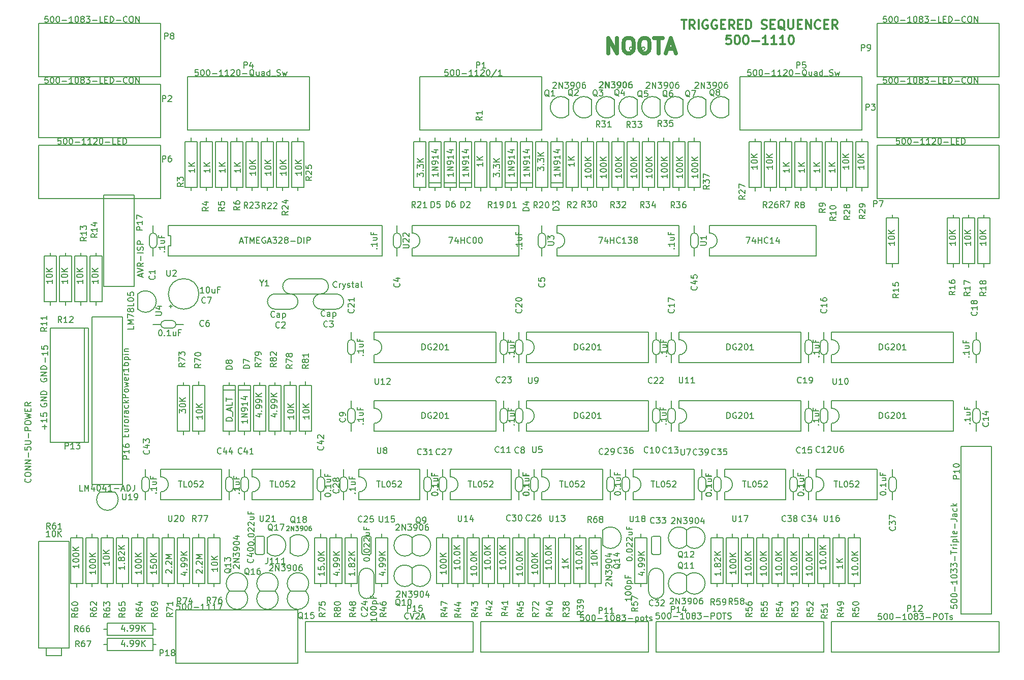
<source format=gto>
G04 #@! TF.FileFunction,Legend,Top*
%FSLAX46Y46*%
G04 Gerber Fmt 4.6, Leading zero omitted, Abs format (unit mm)*
G04 Created by KiCad (PCBNEW 4.0.5) date 03/10/17 20:55:59*
%MOMM*%
%LPD*%
G01*
G04 APERTURE LIST*
%ADD10C,0.100000*%
%ADD11C,0.200000*%
%ADD12C,0.635000*%
%ADD13C,0.300000*%
%ADD14C,0.150000*%
G04 APERTURE END LIST*
D10*
D11*
X159414981Y-34036000D02*
G75*
G03X159414981Y-34036000I-283981J0D01*
G01*
X157382981Y-34036000D02*
G75*
G03X157382981Y-34036000I-283981J0D01*
G01*
D12*
X153307144Y-34804048D02*
X153307144Y-32264048D01*
X154758572Y-34804048D01*
X154758572Y-32264048D01*
X156451905Y-32264048D02*
X156935715Y-32264048D01*
X157177620Y-32385000D01*
X157419524Y-32626905D01*
X157540477Y-33110714D01*
X157540477Y-33957381D01*
X157419524Y-34441190D01*
X157177620Y-34683095D01*
X156935715Y-34804048D01*
X156451905Y-34804048D01*
X156210001Y-34683095D01*
X155968096Y-34441190D01*
X155847144Y-33957381D01*
X155847144Y-33110714D01*
X155968096Y-32626905D01*
X156210001Y-32385000D01*
X156451905Y-32264048D01*
X159112857Y-32264048D02*
X159596667Y-32264048D01*
X159838572Y-32385000D01*
X160080476Y-32626905D01*
X160201429Y-33110714D01*
X160201429Y-33957381D01*
X160080476Y-34441190D01*
X159838572Y-34683095D01*
X159596667Y-34804048D01*
X159112857Y-34804048D01*
X158870953Y-34683095D01*
X158629048Y-34441190D01*
X158508096Y-33957381D01*
X158508096Y-33110714D01*
X158629048Y-32626905D01*
X158870953Y-32385000D01*
X159112857Y-32264048D01*
X160927143Y-32264048D02*
X162378571Y-32264048D01*
X161652857Y-34804048D02*
X161652857Y-32264048D01*
X163104286Y-34078333D02*
X164313809Y-34078333D01*
X162862381Y-34804048D02*
X163709047Y-32264048D01*
X164555714Y-34804048D01*
D13*
X165490571Y-29272571D02*
X166347714Y-29272571D01*
X165919143Y-30772571D02*
X165919143Y-29272571D01*
X167704857Y-30772571D02*
X167204857Y-30058286D01*
X166847714Y-30772571D02*
X166847714Y-29272571D01*
X167419142Y-29272571D01*
X167562000Y-29344000D01*
X167633428Y-29415429D01*
X167704857Y-29558286D01*
X167704857Y-29772571D01*
X167633428Y-29915429D01*
X167562000Y-29986857D01*
X167419142Y-30058286D01*
X166847714Y-30058286D01*
X168347714Y-30772571D02*
X168347714Y-29272571D01*
X169847714Y-29344000D02*
X169704857Y-29272571D01*
X169490571Y-29272571D01*
X169276286Y-29344000D01*
X169133428Y-29486857D01*
X169062000Y-29629714D01*
X168990571Y-29915429D01*
X168990571Y-30129714D01*
X169062000Y-30415429D01*
X169133428Y-30558286D01*
X169276286Y-30701143D01*
X169490571Y-30772571D01*
X169633428Y-30772571D01*
X169847714Y-30701143D01*
X169919143Y-30629714D01*
X169919143Y-30129714D01*
X169633428Y-30129714D01*
X171347714Y-29344000D02*
X171204857Y-29272571D01*
X170990571Y-29272571D01*
X170776286Y-29344000D01*
X170633428Y-29486857D01*
X170562000Y-29629714D01*
X170490571Y-29915429D01*
X170490571Y-30129714D01*
X170562000Y-30415429D01*
X170633428Y-30558286D01*
X170776286Y-30701143D01*
X170990571Y-30772571D01*
X171133428Y-30772571D01*
X171347714Y-30701143D01*
X171419143Y-30629714D01*
X171419143Y-30129714D01*
X171133428Y-30129714D01*
X172062000Y-29986857D02*
X172562000Y-29986857D01*
X172776286Y-30772571D02*
X172062000Y-30772571D01*
X172062000Y-29272571D01*
X172776286Y-29272571D01*
X174276286Y-30772571D02*
X173776286Y-30058286D01*
X173419143Y-30772571D02*
X173419143Y-29272571D01*
X173990571Y-29272571D01*
X174133429Y-29344000D01*
X174204857Y-29415429D01*
X174276286Y-29558286D01*
X174276286Y-29772571D01*
X174204857Y-29915429D01*
X174133429Y-29986857D01*
X173990571Y-30058286D01*
X173419143Y-30058286D01*
X174919143Y-29986857D02*
X175419143Y-29986857D01*
X175633429Y-30772571D02*
X174919143Y-30772571D01*
X174919143Y-29272571D01*
X175633429Y-29272571D01*
X176276286Y-30772571D02*
X176276286Y-29272571D01*
X176633429Y-29272571D01*
X176847714Y-29344000D01*
X176990572Y-29486857D01*
X177062000Y-29629714D01*
X177133429Y-29915429D01*
X177133429Y-30129714D01*
X177062000Y-30415429D01*
X176990572Y-30558286D01*
X176847714Y-30701143D01*
X176633429Y-30772571D01*
X176276286Y-30772571D01*
X178847714Y-30701143D02*
X179062000Y-30772571D01*
X179419143Y-30772571D01*
X179562000Y-30701143D01*
X179633429Y-30629714D01*
X179704857Y-30486857D01*
X179704857Y-30344000D01*
X179633429Y-30201143D01*
X179562000Y-30129714D01*
X179419143Y-30058286D01*
X179133429Y-29986857D01*
X178990571Y-29915429D01*
X178919143Y-29844000D01*
X178847714Y-29701143D01*
X178847714Y-29558286D01*
X178919143Y-29415429D01*
X178990571Y-29344000D01*
X179133429Y-29272571D01*
X179490571Y-29272571D01*
X179704857Y-29344000D01*
X180347714Y-29986857D02*
X180847714Y-29986857D01*
X181062000Y-30772571D02*
X180347714Y-30772571D01*
X180347714Y-29272571D01*
X181062000Y-29272571D01*
X182704857Y-30915429D02*
X182562000Y-30844000D01*
X182419143Y-30701143D01*
X182204857Y-30486857D01*
X182062000Y-30415429D01*
X181919143Y-30415429D01*
X181990571Y-30772571D02*
X181847714Y-30701143D01*
X181704857Y-30558286D01*
X181633428Y-30272571D01*
X181633428Y-29772571D01*
X181704857Y-29486857D01*
X181847714Y-29344000D01*
X181990571Y-29272571D01*
X182276285Y-29272571D01*
X182419143Y-29344000D01*
X182562000Y-29486857D01*
X182633428Y-29772571D01*
X182633428Y-30272571D01*
X182562000Y-30558286D01*
X182419143Y-30701143D01*
X182276285Y-30772571D01*
X181990571Y-30772571D01*
X183276286Y-29272571D02*
X183276286Y-30486857D01*
X183347714Y-30629714D01*
X183419143Y-30701143D01*
X183562000Y-30772571D01*
X183847714Y-30772571D01*
X183990572Y-30701143D01*
X184062000Y-30629714D01*
X184133429Y-30486857D01*
X184133429Y-29272571D01*
X184847715Y-29986857D02*
X185347715Y-29986857D01*
X185562001Y-30772571D02*
X184847715Y-30772571D01*
X184847715Y-29272571D01*
X185562001Y-29272571D01*
X186204858Y-30772571D02*
X186204858Y-29272571D01*
X187062001Y-30772571D01*
X187062001Y-29272571D01*
X188633430Y-30629714D02*
X188562001Y-30701143D01*
X188347715Y-30772571D01*
X188204858Y-30772571D01*
X187990573Y-30701143D01*
X187847715Y-30558286D01*
X187776287Y-30415429D01*
X187704858Y-30129714D01*
X187704858Y-29915429D01*
X187776287Y-29629714D01*
X187847715Y-29486857D01*
X187990573Y-29344000D01*
X188204858Y-29272571D01*
X188347715Y-29272571D01*
X188562001Y-29344000D01*
X188633430Y-29415429D01*
X189276287Y-29986857D02*
X189776287Y-29986857D01*
X189990573Y-30772571D02*
X189276287Y-30772571D01*
X189276287Y-29272571D01*
X189990573Y-29272571D01*
X191490573Y-30772571D02*
X190990573Y-30058286D01*
X190633430Y-30772571D02*
X190633430Y-29272571D01*
X191204858Y-29272571D01*
X191347716Y-29344000D01*
X191419144Y-29415429D01*
X191490573Y-29558286D01*
X191490573Y-29772571D01*
X191419144Y-29915429D01*
X191347716Y-29986857D01*
X191204858Y-30058286D01*
X190633430Y-30058286D01*
X173704859Y-31822571D02*
X172990573Y-31822571D01*
X172919144Y-32536857D01*
X172990573Y-32465429D01*
X173133430Y-32394000D01*
X173490573Y-32394000D01*
X173633430Y-32465429D01*
X173704859Y-32536857D01*
X173776287Y-32679714D01*
X173776287Y-33036857D01*
X173704859Y-33179714D01*
X173633430Y-33251143D01*
X173490573Y-33322571D01*
X173133430Y-33322571D01*
X172990573Y-33251143D01*
X172919144Y-33179714D01*
X174704858Y-31822571D02*
X174847715Y-31822571D01*
X174990572Y-31894000D01*
X175062001Y-31965429D01*
X175133430Y-32108286D01*
X175204858Y-32394000D01*
X175204858Y-32751143D01*
X175133430Y-33036857D01*
X175062001Y-33179714D01*
X174990572Y-33251143D01*
X174847715Y-33322571D01*
X174704858Y-33322571D01*
X174562001Y-33251143D01*
X174490572Y-33179714D01*
X174419144Y-33036857D01*
X174347715Y-32751143D01*
X174347715Y-32394000D01*
X174419144Y-32108286D01*
X174490572Y-31965429D01*
X174562001Y-31894000D01*
X174704858Y-31822571D01*
X176133429Y-31822571D02*
X176276286Y-31822571D01*
X176419143Y-31894000D01*
X176490572Y-31965429D01*
X176562001Y-32108286D01*
X176633429Y-32394000D01*
X176633429Y-32751143D01*
X176562001Y-33036857D01*
X176490572Y-33179714D01*
X176419143Y-33251143D01*
X176276286Y-33322571D01*
X176133429Y-33322571D01*
X175990572Y-33251143D01*
X175919143Y-33179714D01*
X175847715Y-33036857D01*
X175776286Y-32751143D01*
X175776286Y-32394000D01*
X175847715Y-32108286D01*
X175919143Y-31965429D01*
X175990572Y-31894000D01*
X176133429Y-31822571D01*
X177276286Y-32751143D02*
X178419143Y-32751143D01*
X179919143Y-33322571D02*
X179062000Y-33322571D01*
X179490572Y-33322571D02*
X179490572Y-31822571D01*
X179347715Y-32036857D01*
X179204857Y-32179714D01*
X179062000Y-32251143D01*
X181347714Y-33322571D02*
X180490571Y-33322571D01*
X180919143Y-33322571D02*
X180919143Y-31822571D01*
X180776286Y-32036857D01*
X180633428Y-32179714D01*
X180490571Y-32251143D01*
X182776285Y-33322571D02*
X181919142Y-33322571D01*
X182347714Y-33322571D02*
X182347714Y-31822571D01*
X182204857Y-32036857D01*
X182061999Y-32179714D01*
X181919142Y-32251143D01*
X183704856Y-31822571D02*
X183847713Y-31822571D01*
X183990570Y-31894000D01*
X184061999Y-31965429D01*
X184133428Y-32108286D01*
X184204856Y-32394000D01*
X184204856Y-32751143D01*
X184133428Y-33036857D01*
X184061999Y-33179714D01*
X183990570Y-33251143D01*
X183847713Y-33322571D01*
X183704856Y-33322571D01*
X183561999Y-33251143D01*
X183490570Y-33179714D01*
X183419142Y-33036857D01*
X183347713Y-32751143D01*
X183347713Y-32394000D01*
X183419142Y-32108286D01*
X183490570Y-31965429D01*
X183561999Y-31894000D01*
X183704856Y-31822571D01*
D14*
X76835000Y-66675000D02*
G75*
G03X77470000Y-67310000I635000J0D01*
G01*
X77470000Y-67310000D02*
G75*
G03X78105000Y-66675000I0J635000D01*
G01*
X77470000Y-64770000D02*
G75*
G03X76835000Y-65405000I0J-635000D01*
G01*
X78105000Y-65405000D02*
G75*
G03X77470000Y-64770000I-635000J0D01*
G01*
X76835000Y-65405000D02*
X76835000Y-66675000D01*
X78105000Y-65405000D02*
X78105000Y-66675000D01*
X77470000Y-68580000D02*
X77470000Y-67310000D01*
X77470000Y-63500000D02*
X77470000Y-64770000D01*
X107950000Y-77470000D02*
G75*
G03X109220000Y-76200000I0J1270000D01*
G01*
X109220000Y-76200000D02*
G75*
G03X107950000Y-74930000I-1270000J0D01*
G01*
X105410000Y-74930000D02*
G75*
G03X104140000Y-76200000I0J-1270000D01*
G01*
X104140000Y-76200000D02*
G75*
G03X105410000Y-77470000I1270000J0D01*
G01*
X107950000Y-77470000D02*
X105410000Y-77470000D01*
X105410000Y-74930000D02*
X107950000Y-74930000D01*
X117475000Y-66675000D02*
G75*
G03X118110000Y-67310000I635000J0D01*
G01*
X118110000Y-67310000D02*
G75*
G03X118745000Y-66675000I0J635000D01*
G01*
X118110000Y-64770000D02*
G75*
G03X117475000Y-65405000I0J-635000D01*
G01*
X118745000Y-65405000D02*
G75*
G03X118110000Y-64770000I-635000J0D01*
G01*
X117475000Y-65405000D02*
X117475000Y-66675000D01*
X118745000Y-65405000D02*
X118745000Y-66675000D01*
X118110000Y-68580000D02*
X118110000Y-67310000D01*
X118110000Y-63500000D02*
X118110000Y-64770000D01*
X141605000Y-66675000D02*
G75*
G03X142240000Y-67310000I635000J0D01*
G01*
X142240000Y-67310000D02*
G75*
G03X142875000Y-66675000I0J635000D01*
G01*
X142240000Y-64770000D02*
G75*
G03X141605000Y-65405000I0J-635000D01*
G01*
X142875000Y-65405000D02*
G75*
G03X142240000Y-64770000I-635000J0D01*
G01*
X141605000Y-65405000D02*
X141605000Y-66675000D01*
X142875000Y-65405000D02*
X142875000Y-66675000D01*
X142240000Y-68580000D02*
X142240000Y-67310000D01*
X142240000Y-63500000D02*
X142240000Y-64770000D01*
X80645000Y-80645000D02*
G75*
G03X81280000Y-80010000I0J635000D01*
G01*
X81280000Y-80010000D02*
G75*
G03X80645000Y-79375000I-635000J0D01*
G01*
X78740000Y-80010000D02*
G75*
G03X79375000Y-80645000I635000J0D01*
G01*
X79375000Y-79375000D02*
G75*
G03X78740000Y-80010000I0J-635000D01*
G01*
X79375000Y-80645000D02*
X80645000Y-80645000D01*
X79375000Y-79375000D02*
X80645000Y-79375000D01*
X82550000Y-80010000D02*
X81280000Y-80010000D01*
X77470000Y-80010000D02*
X78740000Y-80010000D01*
X111760000Y-124460000D02*
G75*
G03X113030000Y-125730000I1270000J0D01*
G01*
X113030000Y-125730000D02*
G75*
G03X114300000Y-124460000I0J1270000D01*
G01*
X114300000Y-121920000D02*
G75*
G03X113030000Y-120650000I-1270000J0D01*
G01*
X113030000Y-120650000D02*
G75*
G03X111760000Y-121920000I0J-1270000D01*
G01*
X111760000Y-124460000D02*
X111760000Y-121920000D01*
X114300000Y-121920000D02*
X114300000Y-124460000D01*
X113792000Y-115570000D02*
G75*
G03X113538000Y-115316000I-254000J0D01*
G01*
X113538000Y-118364000D02*
G75*
G03X113792000Y-118110000I0J254000D01*
G01*
X112268000Y-118110000D02*
G75*
G03X112522000Y-118364000I254000J0D01*
G01*
X112522000Y-115316000D02*
G75*
G03X112268000Y-115570000I0J-254000D01*
G01*
X112268000Y-115570000D02*
X112268000Y-118110000D01*
X113792000Y-118110000D02*
X113792000Y-115570000D01*
X112522000Y-118364000D02*
X113538000Y-118364000D01*
X113030000Y-115316000D02*
X113538000Y-115316000D01*
X113030000Y-115316000D02*
X112522000Y-115316000D01*
X140335000Y-107315000D02*
G75*
G03X140970000Y-107950000I635000J0D01*
G01*
X140970000Y-107950000D02*
G75*
G03X141605000Y-107315000I0J635000D01*
G01*
X140970000Y-105410000D02*
G75*
G03X140335000Y-106045000I0J-635000D01*
G01*
X141605000Y-106045000D02*
G75*
G03X140970000Y-105410000I-635000J0D01*
G01*
X140335000Y-106045000D02*
X140335000Y-107315000D01*
X141605000Y-106045000D02*
X141605000Y-107315000D01*
X140970000Y-109220000D02*
X140970000Y-107950000D01*
X140970000Y-104140000D02*
X140970000Y-105410000D01*
X125095000Y-107315000D02*
G75*
G03X125730000Y-107950000I635000J0D01*
G01*
X125730000Y-107950000D02*
G75*
G03X126365000Y-107315000I0J635000D01*
G01*
X125730000Y-105410000D02*
G75*
G03X125095000Y-106045000I0J-635000D01*
G01*
X126365000Y-106045000D02*
G75*
G03X125730000Y-105410000I-635000J0D01*
G01*
X125095000Y-106045000D02*
X125095000Y-107315000D01*
X126365000Y-106045000D02*
X126365000Y-107315000D01*
X125730000Y-109220000D02*
X125730000Y-107950000D01*
X125730000Y-104140000D02*
X125730000Y-105410000D01*
X108585000Y-107315000D02*
G75*
G03X109220000Y-107950000I635000J0D01*
G01*
X109220000Y-107950000D02*
G75*
G03X109855000Y-107315000I0J635000D01*
G01*
X109220000Y-105410000D02*
G75*
G03X108585000Y-106045000I0J-635000D01*
G01*
X109855000Y-106045000D02*
G75*
G03X109220000Y-105410000I-635000J0D01*
G01*
X108585000Y-106045000D02*
X108585000Y-107315000D01*
X109855000Y-106045000D02*
X109855000Y-107315000D01*
X109220000Y-109220000D02*
X109220000Y-107950000D01*
X109220000Y-104140000D02*
X109220000Y-105410000D01*
X154305000Y-106045000D02*
G75*
G03X153670000Y-105410000I-635000J0D01*
G01*
X153670000Y-105410000D02*
G75*
G03X153035000Y-106045000I0J-635000D01*
G01*
X153670000Y-107950000D02*
G75*
G03X154305000Y-107315000I0J635000D01*
G01*
X153035000Y-107315000D02*
G75*
G03X153670000Y-107950000I635000J0D01*
G01*
X154305000Y-107315000D02*
X154305000Y-106045000D01*
X153035000Y-107315000D02*
X153035000Y-106045000D01*
X153670000Y-104140000D02*
X153670000Y-105410000D01*
X153670000Y-109220000D02*
X153670000Y-107950000D01*
X139065000Y-106045000D02*
G75*
G03X138430000Y-105410000I-635000J0D01*
G01*
X138430000Y-105410000D02*
G75*
G03X137795000Y-106045000I0J-635000D01*
G01*
X138430000Y-107950000D02*
G75*
G03X139065000Y-107315000I0J635000D01*
G01*
X137795000Y-107315000D02*
G75*
G03X138430000Y-107950000I635000J0D01*
G01*
X139065000Y-107315000D02*
X139065000Y-106045000D01*
X137795000Y-107315000D02*
X137795000Y-106045000D01*
X138430000Y-104140000D02*
X138430000Y-105410000D01*
X138430000Y-109220000D02*
X138430000Y-107950000D01*
X123825000Y-106045000D02*
G75*
G03X123190000Y-105410000I-635000J0D01*
G01*
X123190000Y-105410000D02*
G75*
G03X122555000Y-106045000I0J-635000D01*
G01*
X123190000Y-107950000D02*
G75*
G03X123825000Y-107315000I0J635000D01*
G01*
X122555000Y-107315000D02*
G75*
G03X123190000Y-107950000I635000J0D01*
G01*
X123825000Y-107315000D02*
X123825000Y-106045000D01*
X122555000Y-107315000D02*
X122555000Y-106045000D01*
X123190000Y-104140000D02*
X123190000Y-105410000D01*
X123190000Y-109220000D02*
X123190000Y-107950000D01*
X160020000Y-124460000D02*
G75*
G03X161290000Y-125730000I1270000J0D01*
G01*
X161290000Y-125730000D02*
G75*
G03X162560000Y-124460000I0J1270000D01*
G01*
X162560000Y-121920000D02*
G75*
G03X161290000Y-120650000I-1270000J0D01*
G01*
X161290000Y-120650000D02*
G75*
G03X160020000Y-121920000I0J-1270000D01*
G01*
X160020000Y-124460000D02*
X160020000Y-121920000D01*
X162560000Y-121920000D02*
X162560000Y-124460000D01*
X162052000Y-115570000D02*
G75*
G03X161798000Y-115316000I-254000J0D01*
G01*
X161798000Y-118364000D02*
G75*
G03X162052000Y-118110000I0J254000D01*
G01*
X160528000Y-118110000D02*
G75*
G03X160782000Y-118364000I254000J0D01*
G01*
X160782000Y-115316000D02*
G75*
G03X160528000Y-115570000I0J-254000D01*
G01*
X160528000Y-115570000D02*
X160528000Y-118110000D01*
X162052000Y-118110000D02*
X162052000Y-115570000D01*
X160782000Y-118364000D02*
X161798000Y-118364000D01*
X161290000Y-115316000D02*
X161798000Y-115316000D01*
X161290000Y-115316000D02*
X160782000Y-115316000D01*
X186055000Y-107315000D02*
G75*
G03X186690000Y-107950000I635000J0D01*
G01*
X186690000Y-107950000D02*
G75*
G03X187325000Y-107315000I0J635000D01*
G01*
X186690000Y-105410000D02*
G75*
G03X186055000Y-106045000I0J-635000D01*
G01*
X187325000Y-106045000D02*
G75*
G03X186690000Y-105410000I-635000J0D01*
G01*
X186055000Y-106045000D02*
X186055000Y-107315000D01*
X187325000Y-106045000D02*
X187325000Y-107315000D01*
X186690000Y-109220000D02*
X186690000Y-107950000D01*
X186690000Y-104140000D02*
X186690000Y-105410000D01*
X170815000Y-107315000D02*
G75*
G03X171450000Y-107950000I635000J0D01*
G01*
X171450000Y-107950000D02*
G75*
G03X172085000Y-107315000I0J635000D01*
G01*
X171450000Y-105410000D02*
G75*
G03X170815000Y-106045000I0J-635000D01*
G01*
X172085000Y-106045000D02*
G75*
G03X171450000Y-105410000I-635000J0D01*
G01*
X170815000Y-106045000D02*
X170815000Y-107315000D01*
X172085000Y-106045000D02*
X172085000Y-107315000D01*
X171450000Y-109220000D02*
X171450000Y-107950000D01*
X171450000Y-104140000D02*
X171450000Y-105410000D01*
X155575000Y-107315000D02*
G75*
G03X156210000Y-107950000I635000J0D01*
G01*
X156210000Y-107950000D02*
G75*
G03X156845000Y-107315000I0J635000D01*
G01*
X156210000Y-105410000D02*
G75*
G03X155575000Y-106045000I0J-635000D01*
G01*
X156845000Y-106045000D02*
G75*
G03X156210000Y-105410000I-635000J0D01*
G01*
X155575000Y-106045000D02*
X155575000Y-107315000D01*
X156845000Y-106045000D02*
X156845000Y-107315000D01*
X156210000Y-109220000D02*
X156210000Y-107950000D01*
X156210000Y-104140000D02*
X156210000Y-105410000D01*
X201295000Y-106045000D02*
G75*
G03X200660000Y-105410000I-635000J0D01*
G01*
X200660000Y-105410000D02*
G75*
G03X200025000Y-106045000I0J-635000D01*
G01*
X200660000Y-107950000D02*
G75*
G03X201295000Y-107315000I0J635000D01*
G01*
X200025000Y-107315000D02*
G75*
G03X200660000Y-107950000I635000J0D01*
G01*
X201295000Y-107315000D02*
X201295000Y-106045000D01*
X200025000Y-107315000D02*
X200025000Y-106045000D01*
X200660000Y-104140000D02*
X200660000Y-105410000D01*
X200660000Y-109220000D02*
X200660000Y-107950000D01*
X184785000Y-106045000D02*
G75*
G03X184150000Y-105410000I-635000J0D01*
G01*
X184150000Y-105410000D02*
G75*
G03X183515000Y-106045000I0J-635000D01*
G01*
X184150000Y-107950000D02*
G75*
G03X184785000Y-107315000I0J635000D01*
G01*
X183515000Y-107315000D02*
G75*
G03X184150000Y-107950000I635000J0D01*
G01*
X184785000Y-107315000D02*
X184785000Y-106045000D01*
X183515000Y-107315000D02*
X183515000Y-106045000D01*
X184150000Y-104140000D02*
X184150000Y-105410000D01*
X184150000Y-109220000D02*
X184150000Y-107950000D01*
X169545000Y-106045000D02*
G75*
G03X168910000Y-105410000I-635000J0D01*
G01*
X168910000Y-105410000D02*
G75*
G03X168275000Y-106045000I0J-635000D01*
G01*
X168910000Y-107950000D02*
G75*
G03X169545000Y-107315000I0J635000D01*
G01*
X168275000Y-107315000D02*
G75*
G03X168910000Y-107950000I635000J0D01*
G01*
X169545000Y-107315000D02*
X169545000Y-106045000D01*
X168275000Y-107315000D02*
X168275000Y-106045000D01*
X168910000Y-104140000D02*
X168910000Y-105410000D01*
X168910000Y-109220000D02*
X168910000Y-107950000D01*
X96012000Y-115570000D02*
G75*
G03X95758000Y-115316000I-254000J0D01*
G01*
X95758000Y-118364000D02*
G75*
G03X96012000Y-118110000I0J254000D01*
G01*
X94488000Y-118110000D02*
G75*
G03X94742000Y-118364000I254000J0D01*
G01*
X94742000Y-115316000D02*
G75*
G03X94488000Y-115570000I0J-254000D01*
G01*
X94488000Y-115570000D02*
X94488000Y-118110000D01*
X96012000Y-118110000D02*
X96012000Y-115570000D01*
X94742000Y-118364000D02*
X95758000Y-118364000D01*
X95250000Y-115316000D02*
X95758000Y-115316000D01*
X95250000Y-115316000D02*
X94742000Y-115316000D01*
X92075000Y-107315000D02*
G75*
G03X92710000Y-107950000I635000J0D01*
G01*
X92710000Y-107950000D02*
G75*
G03X93345000Y-107315000I0J635000D01*
G01*
X92710000Y-105410000D02*
G75*
G03X92075000Y-106045000I0J-635000D01*
G01*
X93345000Y-106045000D02*
G75*
G03X92710000Y-105410000I-635000J0D01*
G01*
X92075000Y-106045000D02*
X92075000Y-107315000D01*
X93345000Y-106045000D02*
X93345000Y-107315000D01*
X92710000Y-109220000D02*
X92710000Y-107950000D01*
X92710000Y-104140000D02*
X92710000Y-105410000D01*
X106045000Y-106045000D02*
G75*
G03X105410000Y-105410000I-635000J0D01*
G01*
X105410000Y-105410000D02*
G75*
G03X104775000Y-106045000I0J-635000D01*
G01*
X105410000Y-107950000D02*
G75*
G03X106045000Y-107315000I0J635000D01*
G01*
X104775000Y-107315000D02*
G75*
G03X105410000Y-107950000I635000J0D01*
G01*
X106045000Y-107315000D02*
X106045000Y-106045000D01*
X104775000Y-107315000D02*
X104775000Y-106045000D01*
X105410000Y-104140000D02*
X105410000Y-105410000D01*
X105410000Y-109220000D02*
X105410000Y-107950000D01*
X75565000Y-107315000D02*
G75*
G03X76200000Y-107950000I635000J0D01*
G01*
X76200000Y-107950000D02*
G75*
G03X76835000Y-107315000I0J635000D01*
G01*
X76200000Y-105410000D02*
G75*
G03X75565000Y-106045000I0J-635000D01*
G01*
X76835000Y-106045000D02*
G75*
G03X76200000Y-105410000I-635000J0D01*
G01*
X75565000Y-106045000D02*
X75565000Y-107315000D01*
X76835000Y-106045000D02*
X76835000Y-107315000D01*
X76200000Y-109220000D02*
X76200000Y-107950000D01*
X76200000Y-104140000D02*
X76200000Y-105410000D01*
X90805000Y-106045000D02*
G75*
G03X90170000Y-105410000I-635000J0D01*
G01*
X90170000Y-105410000D02*
G75*
G03X89535000Y-106045000I0J-635000D01*
G01*
X90170000Y-107950000D02*
G75*
G03X90805000Y-107315000I0J635000D01*
G01*
X89535000Y-107315000D02*
G75*
G03X90170000Y-107950000I635000J0D01*
G01*
X90805000Y-107315000D02*
X90805000Y-106045000D01*
X89535000Y-107315000D02*
X89535000Y-106045000D01*
X90170000Y-104140000D02*
X90170000Y-105410000D01*
X90170000Y-109220000D02*
X90170000Y-107950000D01*
X167005000Y-66675000D02*
G75*
G03X167640000Y-67310000I635000J0D01*
G01*
X167640000Y-67310000D02*
G75*
G03X168275000Y-66675000I0J635000D01*
G01*
X167640000Y-64770000D02*
G75*
G03X167005000Y-65405000I0J-635000D01*
G01*
X168275000Y-65405000D02*
G75*
G03X167640000Y-64770000I-635000J0D01*
G01*
X167005000Y-65405000D02*
X167005000Y-66675000D01*
X168275000Y-65405000D02*
X168275000Y-66675000D01*
X167640000Y-68580000D02*
X167640000Y-67310000D01*
X167640000Y-63500000D02*
X167640000Y-64770000D01*
X138176000Y-56388000D02*
X136144000Y-56388000D01*
X136144000Y-57150000D02*
X138176000Y-57150000D01*
X136144000Y-49530000D02*
X138176000Y-49530000D01*
X137160000Y-57150000D02*
X137160000Y-57658000D01*
X137160000Y-48895000D02*
X137160000Y-49530000D01*
X138176000Y-57150000D02*
X138176000Y-49530000D01*
X136144000Y-49530000D02*
X136144000Y-57150000D01*
X130556000Y-56388000D02*
X128524000Y-56388000D01*
X128524000Y-57150000D02*
X130556000Y-57150000D01*
X128524000Y-49530000D02*
X130556000Y-49530000D01*
X129540000Y-57150000D02*
X129540000Y-57658000D01*
X129540000Y-48895000D02*
X129540000Y-49530000D01*
X130556000Y-57150000D02*
X130556000Y-49530000D01*
X128524000Y-49530000D02*
X128524000Y-57150000D01*
X145796000Y-56388000D02*
X143764000Y-56388000D01*
X143764000Y-57150000D02*
X145796000Y-57150000D01*
X143764000Y-49530000D02*
X145796000Y-49530000D01*
X144780000Y-57150000D02*
X144780000Y-57658000D01*
X144780000Y-48895000D02*
X144780000Y-49530000D01*
X145796000Y-57150000D02*
X145796000Y-49530000D01*
X143764000Y-49530000D02*
X143764000Y-57150000D01*
X140716000Y-56388000D02*
X138684000Y-56388000D01*
X138684000Y-57150000D02*
X140716000Y-57150000D01*
X138684000Y-49530000D02*
X140716000Y-49530000D01*
X139700000Y-57150000D02*
X139700000Y-57658000D01*
X139700000Y-48895000D02*
X139700000Y-49530000D01*
X140716000Y-57150000D02*
X140716000Y-49530000D01*
X138684000Y-49530000D02*
X138684000Y-57150000D01*
X125476000Y-56388000D02*
X123444000Y-56388000D01*
X123444000Y-57150000D02*
X125476000Y-57150000D01*
X123444000Y-49530000D02*
X125476000Y-49530000D01*
X124460000Y-57150000D02*
X124460000Y-57658000D01*
X124460000Y-48895000D02*
X124460000Y-49530000D01*
X125476000Y-57150000D02*
X125476000Y-49530000D01*
X123444000Y-49530000D02*
X123444000Y-57150000D01*
X128016000Y-56388000D02*
X125984000Y-56388000D01*
X125984000Y-57150000D02*
X128016000Y-57150000D01*
X125984000Y-49530000D02*
X128016000Y-49530000D01*
X127000000Y-57150000D02*
X127000000Y-57658000D01*
X127000000Y-48895000D02*
X127000000Y-49530000D01*
X128016000Y-57150000D02*
X128016000Y-49530000D01*
X125984000Y-49530000D02*
X125984000Y-57150000D01*
X91694000Y-90932000D02*
X93726000Y-90932000D01*
X93726000Y-90170000D02*
X91694000Y-90170000D01*
X93726000Y-97790000D02*
X91694000Y-97790000D01*
X92710000Y-90170000D02*
X92710000Y-89662000D01*
X92710000Y-98425000D02*
X92710000Y-97790000D01*
X91694000Y-90170000D02*
X91694000Y-97790000D01*
X93726000Y-97790000D02*
X93726000Y-90170000D01*
X89154000Y-90932000D02*
X91186000Y-90932000D01*
X91186000Y-90170000D02*
X89154000Y-90170000D01*
X91186000Y-97790000D02*
X89154000Y-97790000D01*
X90170000Y-90170000D02*
X90170000Y-89662000D01*
X90170000Y-98425000D02*
X90170000Y-97790000D01*
X89154000Y-90170000D02*
X89154000Y-97790000D01*
X91186000Y-97790000D02*
X91186000Y-90170000D01*
X74295000Y-58420000D02*
X74295000Y-73660000D01*
X74295000Y-73660000D02*
X69215000Y-73660000D01*
X69215000Y-73660000D02*
X69215000Y-58420000D01*
X69215000Y-58420000D02*
X74295000Y-58420000D01*
X144145000Y-45085000D02*
G75*
G03X146685000Y-45085000I1270000J1270000D01*
G01*
X144145000Y-42545000D02*
G75*
G03X144145000Y-45085000I1270000J-1270000D01*
G01*
X146685000Y-42545000D02*
G75*
G03X144145000Y-42545000I-1270000J-1270000D01*
G01*
X146685000Y-45085000D02*
X146685000Y-42545000D01*
X147955000Y-45085000D02*
G75*
G03X150495000Y-45085000I1270000J1270000D01*
G01*
X147955000Y-42545000D02*
G75*
G03X147955000Y-45085000I1270000J-1270000D01*
G01*
X150495000Y-42545000D02*
G75*
G03X147955000Y-42545000I-1270000J-1270000D01*
G01*
X150495000Y-45085000D02*
X150495000Y-42545000D01*
X151765000Y-45085000D02*
G75*
G03X154305000Y-45085000I1270000J1270000D01*
G01*
X151765000Y-42545000D02*
G75*
G03X151765000Y-45085000I1270000J-1270000D01*
G01*
X154305000Y-42545000D02*
G75*
G03X151765000Y-42545000I-1270000J-1270000D01*
G01*
X154305000Y-45085000D02*
X154305000Y-42545000D01*
X155575000Y-45085000D02*
G75*
G03X158115000Y-45085000I1270000J1270000D01*
G01*
X155575000Y-42545000D02*
G75*
G03X155575000Y-45085000I1270000J-1270000D01*
G01*
X158115000Y-42545000D02*
G75*
G03X155575000Y-42545000I-1270000J-1270000D01*
G01*
X158115000Y-45085000D02*
X158115000Y-42545000D01*
X159385000Y-45085000D02*
G75*
G03X161925000Y-45085000I1270000J1270000D01*
G01*
X159385000Y-42545000D02*
G75*
G03X159385000Y-45085000I1270000J-1270000D01*
G01*
X161925000Y-42545000D02*
G75*
G03X159385000Y-42545000I-1270000J-1270000D01*
G01*
X161925000Y-45085000D02*
X161925000Y-42545000D01*
X163195000Y-45085000D02*
G75*
G03X165735000Y-45085000I1270000J1270000D01*
G01*
X163195000Y-42545000D02*
G75*
G03X163195000Y-45085000I1270000J-1270000D01*
G01*
X165735000Y-42545000D02*
G75*
G03X163195000Y-42545000I-1270000J-1270000D01*
G01*
X165735000Y-45085000D02*
X165735000Y-42545000D01*
X167005000Y-45085000D02*
G75*
G03X169545000Y-45085000I1270000J1270000D01*
G01*
X167005000Y-42545000D02*
G75*
G03X167005000Y-45085000I1270000J-1270000D01*
G01*
X169545000Y-42545000D02*
G75*
G03X167005000Y-42545000I-1270000J-1270000D01*
G01*
X169545000Y-45085000D02*
X169545000Y-42545000D01*
X170815000Y-45085000D02*
G75*
G03X173355000Y-45085000I1270000J1270000D01*
G01*
X170815000Y-42545000D02*
G75*
G03X170815000Y-45085000I1270000J-1270000D01*
G01*
X173355000Y-42545000D02*
G75*
G03X170815000Y-42545000I-1270000J-1270000D01*
G01*
X173355000Y-45085000D02*
X173355000Y-42545000D01*
X120650000Y-118110000D02*
G75*
G03X123190000Y-118110000I1270000J1270000D01*
G01*
X123190000Y-118110000D02*
G75*
G03X123190000Y-115570000I-1270000J1270000D01*
G01*
X123190000Y-115570000D02*
G75*
G03X120650000Y-115570000I-1270000J-1270000D01*
G01*
X120650000Y-115570000D02*
G75*
G03X118110000Y-115570000I-1270000J-1270000D01*
G01*
X118110000Y-115570000D02*
G75*
G03X118110000Y-118110000I1270000J-1270000D01*
G01*
X118110000Y-118110000D02*
G75*
G03X120650000Y-118110000I1270000J1270000D01*
G01*
X120650000Y-118110000D02*
X120650000Y-115570000D01*
X120650000Y-120650000D02*
G75*
G03X118110000Y-120650000I-1270000J-1270000D01*
G01*
X118110000Y-120650000D02*
G75*
G03X118110000Y-123190000I1270000J-1270000D01*
G01*
X118110000Y-123190000D02*
G75*
G03X120650000Y-123190000I1270000J1270000D01*
G01*
X120650000Y-123190000D02*
G75*
G03X123190000Y-123190000I1270000J1270000D01*
G01*
X123190000Y-123190000D02*
G75*
G03X123190000Y-120650000I-1270000J1270000D01*
G01*
X123190000Y-120650000D02*
G75*
G03X120650000Y-120650000I-1270000J-1270000D01*
G01*
X120650000Y-120650000D02*
X120650000Y-123190000D01*
X166370000Y-121920000D02*
G75*
G03X163830000Y-121920000I-1270000J-1270000D01*
G01*
X163830000Y-121920000D02*
G75*
G03X163830000Y-124460000I1270000J-1270000D01*
G01*
X163830000Y-124460000D02*
G75*
G03X166370000Y-124460000I1270000J1270000D01*
G01*
X166370000Y-124460000D02*
G75*
G03X168910000Y-124460000I1270000J1270000D01*
G01*
X168910000Y-124460000D02*
G75*
G03X168910000Y-121920000I-1270000J1270000D01*
G01*
X168910000Y-121920000D02*
G75*
G03X166370000Y-121920000I-1270000J-1270000D01*
G01*
X166370000Y-121920000D02*
X166370000Y-124460000D01*
X166370000Y-116840000D02*
G75*
G03X168910000Y-116840000I1270000J1270000D01*
G01*
X168910000Y-116840000D02*
G75*
G03X168910000Y-114300000I-1270000J1270000D01*
G01*
X168910000Y-114300000D02*
G75*
G03X166370000Y-114300000I-1270000J-1270000D01*
G01*
X166370000Y-114300000D02*
G75*
G03X163830000Y-114300000I-1270000J-1270000D01*
G01*
X163830000Y-114300000D02*
G75*
G03X163830000Y-116840000I1270000J-1270000D01*
G01*
X163830000Y-116840000D02*
G75*
G03X166370000Y-116840000I1270000J1270000D01*
G01*
X166370000Y-116840000D02*
X166370000Y-114300000D01*
X133096000Y-49530000D02*
X131064000Y-49530000D01*
X133096000Y-57150000D02*
X131064000Y-57150000D01*
X132080000Y-49530000D02*
X132080000Y-49022000D01*
X132080000Y-57785000D02*
X132080000Y-57150000D01*
X131064000Y-49530000D02*
X131064000Y-57150000D01*
X133096000Y-57150000D02*
X133096000Y-49530000D01*
X148336000Y-49530000D02*
X146304000Y-49530000D01*
X148336000Y-57150000D02*
X146304000Y-57150000D01*
X147320000Y-49530000D02*
X147320000Y-49022000D01*
X147320000Y-57785000D02*
X147320000Y-57150000D01*
X146304000Y-49530000D02*
X146304000Y-57150000D01*
X148336000Y-57150000D02*
X148336000Y-49530000D01*
X82804000Y-57150000D02*
X84836000Y-57150000D01*
X82804000Y-49530000D02*
X84836000Y-49530000D01*
X83820000Y-57150000D02*
X83820000Y-57658000D01*
X83820000Y-48895000D02*
X83820000Y-49530000D01*
X84836000Y-57150000D02*
X84836000Y-49530000D01*
X82804000Y-49530000D02*
X82804000Y-57150000D01*
X85344000Y-57150000D02*
X87376000Y-57150000D01*
X85344000Y-49530000D02*
X87376000Y-49530000D01*
X86360000Y-57150000D02*
X86360000Y-57658000D01*
X86360000Y-48895000D02*
X86360000Y-49530000D01*
X87376000Y-57150000D02*
X87376000Y-49530000D01*
X85344000Y-49530000D02*
X85344000Y-57150000D01*
X87884000Y-57150000D02*
X89916000Y-57150000D01*
X87884000Y-49530000D02*
X89916000Y-49530000D01*
X88900000Y-57150000D02*
X88900000Y-57658000D01*
X88900000Y-48895000D02*
X88900000Y-49530000D01*
X89916000Y-57150000D02*
X89916000Y-49530000D01*
X87884000Y-49530000D02*
X87884000Y-57150000D01*
X90424000Y-57150000D02*
X92456000Y-57150000D01*
X90424000Y-49530000D02*
X92456000Y-49530000D01*
X91440000Y-57150000D02*
X91440000Y-57658000D01*
X91440000Y-48895000D02*
X91440000Y-49530000D01*
X92456000Y-57150000D02*
X92456000Y-49530000D01*
X90424000Y-49530000D02*
X90424000Y-57150000D01*
X181864000Y-57150000D02*
X183896000Y-57150000D01*
X181864000Y-49530000D02*
X183896000Y-49530000D01*
X182880000Y-57150000D02*
X182880000Y-57658000D01*
X182880000Y-48895000D02*
X182880000Y-49530000D01*
X183896000Y-57150000D02*
X183896000Y-49530000D01*
X181864000Y-49530000D02*
X181864000Y-57150000D01*
X184404000Y-57150000D02*
X186436000Y-57150000D01*
X184404000Y-49530000D02*
X186436000Y-49530000D01*
X185420000Y-57150000D02*
X185420000Y-57658000D01*
X185420000Y-48895000D02*
X185420000Y-49530000D01*
X186436000Y-57150000D02*
X186436000Y-49530000D01*
X184404000Y-49530000D02*
X184404000Y-57150000D01*
X186944000Y-57150000D02*
X188976000Y-57150000D01*
X186944000Y-49530000D02*
X188976000Y-49530000D01*
X187960000Y-57150000D02*
X187960000Y-57658000D01*
X187960000Y-48895000D02*
X187960000Y-49530000D01*
X188976000Y-57150000D02*
X188976000Y-49530000D01*
X186944000Y-49530000D02*
X186944000Y-57150000D01*
X189484000Y-57150000D02*
X191516000Y-57150000D01*
X189484000Y-49530000D02*
X191516000Y-49530000D01*
X190500000Y-57150000D02*
X190500000Y-57658000D01*
X190500000Y-48895000D02*
X190500000Y-49530000D01*
X191516000Y-57150000D02*
X191516000Y-49530000D01*
X189484000Y-49530000D02*
X189484000Y-57150000D01*
X61341000Y-68580000D02*
X59309000Y-68580000D01*
X61341000Y-76200000D02*
X59309000Y-76200000D01*
X60325000Y-68580000D02*
X60325000Y-68072000D01*
X60325000Y-76835000D02*
X60325000Y-76200000D01*
X59309000Y-68580000D02*
X59309000Y-76200000D01*
X61341000Y-76200000D02*
X61341000Y-68580000D01*
X63881000Y-68580000D02*
X61849000Y-68580000D01*
X63881000Y-76200000D02*
X61849000Y-76200000D01*
X62865000Y-68580000D02*
X62865000Y-68072000D01*
X62865000Y-76835000D02*
X62865000Y-76200000D01*
X61849000Y-68580000D02*
X61849000Y-76200000D01*
X63881000Y-76200000D02*
X63881000Y-68580000D01*
X66421000Y-68580000D02*
X64389000Y-68580000D01*
X66421000Y-76200000D02*
X64389000Y-76200000D01*
X65405000Y-68580000D02*
X65405000Y-68072000D01*
X65405000Y-76835000D02*
X65405000Y-76200000D01*
X64389000Y-68580000D02*
X64389000Y-76200000D01*
X66421000Y-76200000D02*
X66421000Y-68580000D01*
X68961000Y-68580000D02*
X66929000Y-68580000D01*
X68961000Y-76200000D02*
X66929000Y-76200000D01*
X67945000Y-68580000D02*
X67945000Y-68072000D01*
X67945000Y-76835000D02*
X67945000Y-76200000D01*
X66929000Y-68580000D02*
X66929000Y-76200000D01*
X68961000Y-76200000D02*
X68961000Y-68580000D01*
X201676000Y-62230000D02*
X199644000Y-62230000D01*
X201676000Y-69850000D02*
X199644000Y-69850000D01*
X200660000Y-62230000D02*
X200660000Y-61722000D01*
X200660000Y-70485000D02*
X200660000Y-69850000D01*
X199644000Y-62230000D02*
X199644000Y-69850000D01*
X201676000Y-69850000D02*
X201676000Y-62230000D01*
X211836000Y-62230000D02*
X209804000Y-62230000D01*
X211836000Y-69850000D02*
X209804000Y-69850000D01*
X210820000Y-62230000D02*
X210820000Y-61722000D01*
X210820000Y-70485000D02*
X210820000Y-69850000D01*
X209804000Y-62230000D02*
X209804000Y-69850000D01*
X211836000Y-69850000D02*
X211836000Y-62230000D01*
X214376000Y-62230000D02*
X212344000Y-62230000D01*
X214376000Y-69850000D02*
X212344000Y-69850000D01*
X213360000Y-62230000D02*
X213360000Y-61722000D01*
X213360000Y-70485000D02*
X213360000Y-69850000D01*
X212344000Y-62230000D02*
X212344000Y-69850000D01*
X214376000Y-69850000D02*
X214376000Y-62230000D01*
X216916000Y-62230000D02*
X214884000Y-62230000D01*
X216916000Y-69850000D02*
X214884000Y-69850000D01*
X215900000Y-62230000D02*
X215900000Y-61722000D01*
X215900000Y-70485000D02*
X215900000Y-69850000D01*
X214884000Y-62230000D02*
X214884000Y-69850000D01*
X216916000Y-69850000D02*
X216916000Y-62230000D01*
X133604000Y-57150000D02*
X135636000Y-57150000D01*
X133604000Y-49530000D02*
X135636000Y-49530000D01*
X134620000Y-57150000D02*
X134620000Y-57658000D01*
X134620000Y-48895000D02*
X134620000Y-49530000D01*
X135636000Y-57150000D02*
X135636000Y-49530000D01*
X133604000Y-49530000D02*
X133604000Y-57150000D01*
X143256000Y-49530000D02*
X141224000Y-49530000D01*
X143256000Y-57150000D02*
X141224000Y-57150000D01*
X142240000Y-49530000D02*
X142240000Y-49022000D01*
X142240000Y-57785000D02*
X142240000Y-57150000D01*
X141224000Y-49530000D02*
X141224000Y-57150000D01*
X143256000Y-57150000D02*
X143256000Y-49530000D01*
X120904000Y-57150000D02*
X122936000Y-57150000D01*
X120904000Y-49530000D02*
X122936000Y-49530000D01*
X121920000Y-57150000D02*
X121920000Y-57658000D01*
X121920000Y-48895000D02*
X121920000Y-49530000D01*
X122936000Y-57150000D02*
X122936000Y-49530000D01*
X120904000Y-49530000D02*
X120904000Y-57150000D01*
X95504000Y-57150000D02*
X97536000Y-57150000D01*
X95504000Y-49530000D02*
X97536000Y-49530000D01*
X96520000Y-57150000D02*
X96520000Y-57658000D01*
X96520000Y-48895000D02*
X96520000Y-49530000D01*
X97536000Y-57150000D02*
X97536000Y-49530000D01*
X95504000Y-49530000D02*
X95504000Y-57150000D01*
X92964000Y-57150000D02*
X94996000Y-57150000D01*
X92964000Y-49530000D02*
X94996000Y-49530000D01*
X93980000Y-57150000D02*
X93980000Y-57658000D01*
X93980000Y-48895000D02*
X93980000Y-49530000D01*
X94996000Y-57150000D02*
X94996000Y-49530000D01*
X92964000Y-49530000D02*
X92964000Y-57150000D01*
X98044000Y-57150000D02*
X100076000Y-57150000D01*
X98044000Y-49530000D02*
X100076000Y-49530000D01*
X99060000Y-57150000D02*
X99060000Y-57658000D01*
X99060000Y-48895000D02*
X99060000Y-49530000D01*
X100076000Y-57150000D02*
X100076000Y-49530000D01*
X98044000Y-49530000D02*
X98044000Y-57150000D01*
X100584000Y-57150000D02*
X102616000Y-57150000D01*
X100584000Y-49530000D02*
X102616000Y-49530000D01*
X101600000Y-57150000D02*
X101600000Y-57658000D01*
X101600000Y-48895000D02*
X101600000Y-49530000D01*
X102616000Y-57150000D02*
X102616000Y-49530000D01*
X100584000Y-49530000D02*
X100584000Y-57150000D01*
X181356000Y-49530000D02*
X179324000Y-49530000D01*
X181356000Y-57150000D02*
X179324000Y-57150000D01*
X180340000Y-49530000D02*
X180340000Y-49022000D01*
X180340000Y-57785000D02*
X180340000Y-57150000D01*
X179324000Y-49530000D02*
X179324000Y-57150000D01*
X181356000Y-57150000D02*
X181356000Y-49530000D01*
X178816000Y-49530000D02*
X176784000Y-49530000D01*
X178816000Y-57150000D02*
X176784000Y-57150000D01*
X177800000Y-49530000D02*
X177800000Y-49022000D01*
X177800000Y-57785000D02*
X177800000Y-57150000D01*
X176784000Y-49530000D02*
X176784000Y-57150000D01*
X178816000Y-57150000D02*
X178816000Y-49530000D01*
X194056000Y-49530000D02*
X192024000Y-49530000D01*
X194056000Y-57150000D02*
X192024000Y-57150000D01*
X193040000Y-49530000D02*
X193040000Y-49022000D01*
X193040000Y-57785000D02*
X193040000Y-57150000D01*
X192024000Y-49530000D02*
X192024000Y-57150000D01*
X194056000Y-57150000D02*
X194056000Y-49530000D01*
X196596000Y-49530000D02*
X194564000Y-49530000D01*
X196596000Y-57150000D02*
X194564000Y-57150000D01*
X195580000Y-49530000D02*
X195580000Y-49022000D01*
X195580000Y-57785000D02*
X195580000Y-57150000D01*
X194564000Y-49530000D02*
X194564000Y-57150000D01*
X196596000Y-57150000D02*
X196596000Y-49530000D01*
X148844000Y-57150000D02*
X150876000Y-57150000D01*
X148844000Y-49530000D02*
X150876000Y-49530000D01*
X149860000Y-57150000D02*
X149860000Y-57658000D01*
X149860000Y-48895000D02*
X149860000Y-49530000D01*
X150876000Y-57150000D02*
X150876000Y-49530000D01*
X148844000Y-49530000D02*
X148844000Y-57150000D01*
X151384000Y-57150000D02*
X153416000Y-57150000D01*
X151384000Y-49530000D02*
X153416000Y-49530000D01*
X152400000Y-57150000D02*
X152400000Y-57658000D01*
X152400000Y-48895000D02*
X152400000Y-49530000D01*
X153416000Y-57150000D02*
X153416000Y-49530000D01*
X151384000Y-49530000D02*
X151384000Y-57150000D01*
X153924000Y-57150000D02*
X155956000Y-57150000D01*
X153924000Y-49530000D02*
X155956000Y-49530000D01*
X154940000Y-57150000D02*
X154940000Y-57658000D01*
X154940000Y-48895000D02*
X154940000Y-49530000D01*
X155956000Y-57150000D02*
X155956000Y-49530000D01*
X153924000Y-49530000D02*
X153924000Y-57150000D01*
X156464000Y-57150000D02*
X158496000Y-57150000D01*
X156464000Y-49530000D02*
X158496000Y-49530000D01*
X157480000Y-57150000D02*
X157480000Y-57658000D01*
X157480000Y-48895000D02*
X157480000Y-49530000D01*
X158496000Y-57150000D02*
X158496000Y-49530000D01*
X156464000Y-49530000D02*
X156464000Y-57150000D01*
X159004000Y-57150000D02*
X161036000Y-57150000D01*
X159004000Y-49530000D02*
X161036000Y-49530000D01*
X160020000Y-57150000D02*
X160020000Y-57658000D01*
X160020000Y-48895000D02*
X160020000Y-49530000D01*
X161036000Y-57150000D02*
X161036000Y-49530000D01*
X159004000Y-49530000D02*
X159004000Y-57150000D01*
X161544000Y-57150000D02*
X163576000Y-57150000D01*
X161544000Y-49530000D02*
X163576000Y-49530000D01*
X162560000Y-57150000D02*
X162560000Y-57658000D01*
X162560000Y-48895000D02*
X162560000Y-49530000D01*
X163576000Y-57150000D02*
X163576000Y-49530000D01*
X161544000Y-49530000D02*
X161544000Y-57150000D01*
X164084000Y-57150000D02*
X166116000Y-57150000D01*
X164084000Y-49530000D02*
X166116000Y-49530000D01*
X165100000Y-57150000D02*
X165100000Y-57658000D01*
X165100000Y-48895000D02*
X165100000Y-49530000D01*
X166116000Y-57150000D02*
X166116000Y-49530000D01*
X164084000Y-49530000D02*
X164084000Y-57150000D01*
X166624000Y-57150000D02*
X168656000Y-57150000D01*
X166624000Y-49530000D02*
X168656000Y-49530000D01*
X167640000Y-57150000D02*
X167640000Y-57658000D01*
X167640000Y-48895000D02*
X167640000Y-49530000D01*
X168656000Y-57150000D02*
X168656000Y-49530000D01*
X166624000Y-49530000D02*
X166624000Y-57150000D01*
X145034000Y-123190000D02*
X147066000Y-123190000D01*
X145034000Y-115570000D02*
X147066000Y-115570000D01*
X146050000Y-123190000D02*
X146050000Y-123698000D01*
X146050000Y-114935000D02*
X146050000Y-115570000D01*
X147066000Y-123190000D02*
X147066000Y-115570000D01*
X145034000Y-115570000D02*
X145034000Y-123190000D01*
X149606000Y-115570000D02*
X147574000Y-115570000D01*
X149606000Y-123190000D02*
X147574000Y-123190000D01*
X148590000Y-115570000D02*
X148590000Y-115062000D01*
X148590000Y-123825000D02*
X148590000Y-123190000D01*
X147574000Y-115570000D02*
X147574000Y-123190000D01*
X149606000Y-123190000D02*
X149606000Y-115570000D01*
X144526000Y-115570000D02*
X142494000Y-115570000D01*
X144526000Y-123190000D02*
X142494000Y-123190000D01*
X143510000Y-115570000D02*
X143510000Y-115062000D01*
X143510000Y-123825000D02*
X143510000Y-123190000D01*
X142494000Y-115570000D02*
X142494000Y-123190000D01*
X144526000Y-123190000D02*
X144526000Y-115570000D01*
X136906000Y-115570000D02*
X134874000Y-115570000D01*
X136906000Y-123190000D02*
X134874000Y-123190000D01*
X135890000Y-115570000D02*
X135890000Y-115062000D01*
X135890000Y-123825000D02*
X135890000Y-123190000D01*
X134874000Y-115570000D02*
X134874000Y-123190000D01*
X136906000Y-123190000D02*
X136906000Y-115570000D01*
X134366000Y-115570000D02*
X132334000Y-115570000D01*
X134366000Y-123190000D02*
X132334000Y-123190000D01*
X133350000Y-115570000D02*
X133350000Y-115062000D01*
X133350000Y-123825000D02*
X133350000Y-123190000D01*
X132334000Y-115570000D02*
X132334000Y-123190000D01*
X134366000Y-123190000D02*
X134366000Y-115570000D01*
X129794000Y-123190000D02*
X131826000Y-123190000D01*
X129794000Y-115570000D02*
X131826000Y-115570000D01*
X130810000Y-123190000D02*
X130810000Y-123698000D01*
X130810000Y-114935000D02*
X130810000Y-115570000D01*
X131826000Y-123190000D02*
X131826000Y-115570000D01*
X129794000Y-115570000D02*
X129794000Y-123190000D01*
X129286000Y-115570000D02*
X127254000Y-115570000D01*
X129286000Y-123190000D02*
X127254000Y-123190000D01*
X128270000Y-115570000D02*
X128270000Y-115062000D01*
X128270000Y-123825000D02*
X128270000Y-123190000D01*
X127254000Y-115570000D02*
X127254000Y-123190000D01*
X129286000Y-123190000D02*
X129286000Y-115570000D01*
X137414000Y-123190000D02*
X139446000Y-123190000D01*
X137414000Y-115570000D02*
X139446000Y-115570000D01*
X138430000Y-123190000D02*
X138430000Y-123698000D01*
X138430000Y-114935000D02*
X138430000Y-115570000D01*
X139446000Y-123190000D02*
X139446000Y-115570000D01*
X137414000Y-115570000D02*
X137414000Y-123190000D01*
X114554000Y-123190000D02*
X116586000Y-123190000D01*
X114554000Y-115570000D02*
X116586000Y-115570000D01*
X115570000Y-123190000D02*
X115570000Y-123698000D01*
X115570000Y-114935000D02*
X115570000Y-115570000D01*
X116586000Y-123190000D02*
X116586000Y-115570000D01*
X114554000Y-115570000D02*
X114554000Y-123190000D01*
X124714000Y-123190000D02*
X126746000Y-123190000D01*
X124714000Y-115570000D02*
X126746000Y-115570000D01*
X125730000Y-123190000D02*
X125730000Y-123698000D01*
X125730000Y-114935000D02*
X125730000Y-115570000D01*
X126746000Y-123190000D02*
X126746000Y-115570000D01*
X124714000Y-115570000D02*
X124714000Y-123190000D01*
X109474000Y-123190000D02*
X111506000Y-123190000D01*
X109474000Y-115570000D02*
X111506000Y-115570000D01*
X110490000Y-123190000D02*
X110490000Y-123698000D01*
X110490000Y-114935000D02*
X110490000Y-115570000D01*
X111506000Y-123190000D02*
X111506000Y-115570000D01*
X109474000Y-115570000D02*
X109474000Y-123190000D01*
X190754000Y-123190000D02*
X192786000Y-123190000D01*
X190754000Y-115570000D02*
X192786000Y-115570000D01*
X191770000Y-123190000D02*
X191770000Y-123698000D01*
X191770000Y-114935000D02*
X191770000Y-115570000D01*
X192786000Y-123190000D02*
X192786000Y-115570000D01*
X190754000Y-115570000D02*
X190754000Y-123190000D01*
X193294000Y-123190000D02*
X195326000Y-123190000D01*
X193294000Y-115570000D02*
X195326000Y-115570000D01*
X194310000Y-123190000D02*
X194310000Y-123698000D01*
X194310000Y-114935000D02*
X194310000Y-115570000D01*
X195326000Y-123190000D02*
X195326000Y-115570000D01*
X193294000Y-115570000D02*
X193294000Y-123190000D01*
X190246000Y-115570000D02*
X188214000Y-115570000D01*
X190246000Y-123190000D02*
X188214000Y-123190000D01*
X189230000Y-115570000D02*
X189230000Y-115062000D01*
X189230000Y-123825000D02*
X189230000Y-123190000D01*
X188214000Y-115570000D02*
X188214000Y-123190000D01*
X190246000Y-123190000D02*
X190246000Y-115570000D01*
X185674000Y-123190000D02*
X187706000Y-123190000D01*
X185674000Y-115570000D02*
X187706000Y-115570000D01*
X186690000Y-123190000D02*
X186690000Y-123698000D01*
X186690000Y-114935000D02*
X186690000Y-115570000D01*
X187706000Y-123190000D02*
X187706000Y-115570000D01*
X185674000Y-115570000D02*
X185674000Y-123190000D01*
X183134000Y-123190000D02*
X185166000Y-123190000D01*
X183134000Y-115570000D02*
X185166000Y-115570000D01*
X184150000Y-123190000D02*
X184150000Y-123698000D01*
X184150000Y-114935000D02*
X184150000Y-115570000D01*
X185166000Y-123190000D02*
X185166000Y-115570000D01*
X183134000Y-115570000D02*
X183134000Y-123190000D01*
X180594000Y-123190000D02*
X182626000Y-123190000D01*
X180594000Y-115570000D02*
X182626000Y-115570000D01*
X181610000Y-123190000D02*
X181610000Y-123698000D01*
X181610000Y-114935000D02*
X181610000Y-115570000D01*
X182626000Y-123190000D02*
X182626000Y-115570000D01*
X180594000Y-115570000D02*
X180594000Y-123190000D01*
X178054000Y-123190000D02*
X180086000Y-123190000D01*
X178054000Y-115570000D02*
X180086000Y-115570000D01*
X179070000Y-123190000D02*
X179070000Y-123698000D01*
X179070000Y-114935000D02*
X179070000Y-115570000D01*
X180086000Y-123190000D02*
X180086000Y-115570000D01*
X178054000Y-115570000D02*
X178054000Y-123190000D01*
X175514000Y-123190000D02*
X177546000Y-123190000D01*
X175514000Y-115570000D02*
X177546000Y-115570000D01*
X176530000Y-123190000D02*
X176530000Y-123698000D01*
X176530000Y-114935000D02*
X176530000Y-115570000D01*
X177546000Y-123190000D02*
X177546000Y-115570000D01*
X175514000Y-115570000D02*
X175514000Y-123190000D01*
X157734000Y-123190000D02*
X159766000Y-123190000D01*
X157734000Y-115570000D02*
X159766000Y-115570000D01*
X158750000Y-123190000D02*
X158750000Y-123698000D01*
X158750000Y-114935000D02*
X158750000Y-115570000D01*
X159766000Y-123190000D02*
X159766000Y-115570000D01*
X157734000Y-115570000D02*
X157734000Y-123190000D01*
X172974000Y-123190000D02*
X175006000Y-123190000D01*
X172974000Y-115570000D02*
X175006000Y-115570000D01*
X173990000Y-123190000D02*
X173990000Y-123698000D01*
X173990000Y-114935000D02*
X173990000Y-115570000D01*
X175006000Y-123190000D02*
X175006000Y-115570000D01*
X172974000Y-115570000D02*
X172974000Y-123190000D01*
X170434000Y-123190000D02*
X172466000Y-123190000D01*
X170434000Y-115570000D02*
X172466000Y-115570000D01*
X171450000Y-123190000D02*
X171450000Y-123698000D01*
X171450000Y-114935000D02*
X171450000Y-115570000D01*
X172466000Y-123190000D02*
X172466000Y-115570000D01*
X170434000Y-115570000D02*
X170434000Y-123190000D01*
X65786000Y-115570000D02*
X63754000Y-115570000D01*
X65786000Y-123190000D02*
X63754000Y-123190000D01*
X64770000Y-115570000D02*
X64770000Y-115062000D01*
X64770000Y-123825000D02*
X64770000Y-123190000D01*
X63754000Y-115570000D02*
X63754000Y-123190000D01*
X65786000Y-123190000D02*
X65786000Y-115570000D01*
X66294000Y-123190000D02*
X68326000Y-123190000D01*
X66294000Y-115570000D02*
X68326000Y-115570000D01*
X67310000Y-123190000D02*
X67310000Y-123698000D01*
X67310000Y-114935000D02*
X67310000Y-115570000D01*
X68326000Y-123190000D02*
X68326000Y-115570000D01*
X66294000Y-115570000D02*
X66294000Y-123190000D01*
X70866000Y-115570000D02*
X68834000Y-115570000D01*
X70866000Y-123190000D02*
X68834000Y-123190000D01*
X69850000Y-115570000D02*
X69850000Y-115062000D01*
X69850000Y-123825000D02*
X69850000Y-123190000D01*
X68834000Y-115570000D02*
X68834000Y-123190000D01*
X70866000Y-123190000D02*
X70866000Y-115570000D01*
X73914000Y-123190000D02*
X75946000Y-123190000D01*
X73914000Y-115570000D02*
X75946000Y-115570000D01*
X74930000Y-123190000D02*
X74930000Y-123698000D01*
X74930000Y-114935000D02*
X74930000Y-115570000D01*
X75946000Y-123190000D02*
X75946000Y-115570000D01*
X73914000Y-115570000D02*
X73914000Y-123190000D01*
X73406000Y-115570000D02*
X71374000Y-115570000D01*
X73406000Y-123190000D02*
X71374000Y-123190000D01*
X72390000Y-115570000D02*
X72390000Y-115062000D01*
X72390000Y-123825000D02*
X72390000Y-123190000D01*
X71374000Y-115570000D02*
X71374000Y-123190000D01*
X73406000Y-123190000D02*
X73406000Y-115570000D01*
X77470000Y-131826000D02*
X77470000Y-129794000D01*
X69850000Y-131826000D02*
X69850000Y-129794000D01*
X77470000Y-130810000D02*
X77978000Y-130810000D01*
X69215000Y-130810000D02*
X69850000Y-130810000D01*
X77470000Y-129794000D02*
X69850000Y-129794000D01*
X69850000Y-131826000D02*
X77470000Y-131826000D01*
X77470000Y-134366000D02*
X77470000Y-132334000D01*
X69850000Y-134366000D02*
X69850000Y-132334000D01*
X77470000Y-133350000D02*
X77978000Y-133350000D01*
X69215000Y-133350000D02*
X69850000Y-133350000D01*
X77470000Y-132334000D02*
X69850000Y-132334000D01*
X69850000Y-134366000D02*
X77470000Y-134366000D01*
X152146000Y-115570000D02*
X150114000Y-115570000D01*
X152146000Y-123190000D02*
X150114000Y-123190000D01*
X151130000Y-115570000D02*
X151130000Y-115062000D01*
X151130000Y-123825000D02*
X151130000Y-123190000D01*
X150114000Y-115570000D02*
X150114000Y-123190000D01*
X152146000Y-123190000D02*
X152146000Y-115570000D01*
X76454000Y-123190000D02*
X78486000Y-123190000D01*
X76454000Y-115570000D02*
X78486000Y-115570000D01*
X77470000Y-123190000D02*
X77470000Y-123698000D01*
X77470000Y-114935000D02*
X77470000Y-115570000D01*
X78486000Y-123190000D02*
X78486000Y-115570000D01*
X76454000Y-115570000D02*
X76454000Y-123190000D01*
X84074000Y-97790000D02*
X86106000Y-97790000D01*
X84074000Y-90170000D02*
X86106000Y-90170000D01*
X85090000Y-97790000D02*
X85090000Y-98298000D01*
X85090000Y-89535000D02*
X85090000Y-90170000D01*
X86106000Y-97790000D02*
X86106000Y-90170000D01*
X84074000Y-90170000D02*
X84074000Y-97790000D01*
X78994000Y-123190000D02*
X81026000Y-123190000D01*
X78994000Y-115570000D02*
X81026000Y-115570000D01*
X80010000Y-123190000D02*
X80010000Y-123698000D01*
X80010000Y-114935000D02*
X80010000Y-115570000D01*
X81026000Y-123190000D02*
X81026000Y-115570000D01*
X78994000Y-115570000D02*
X78994000Y-123190000D01*
X139954000Y-123190000D02*
X141986000Y-123190000D01*
X139954000Y-115570000D02*
X141986000Y-115570000D01*
X140970000Y-123190000D02*
X140970000Y-123698000D01*
X140970000Y-114935000D02*
X140970000Y-115570000D01*
X141986000Y-123190000D02*
X141986000Y-115570000D01*
X139954000Y-115570000D02*
X139954000Y-123190000D01*
X83566000Y-90170000D02*
X81534000Y-90170000D01*
X83566000Y-97790000D02*
X81534000Y-97790000D01*
X82550000Y-90170000D02*
X82550000Y-89662000D01*
X82550000Y-98425000D02*
X82550000Y-97790000D01*
X81534000Y-90170000D02*
X81534000Y-97790000D01*
X83566000Y-97790000D02*
X83566000Y-90170000D01*
X81534000Y-123190000D02*
X83566000Y-123190000D01*
X81534000Y-115570000D02*
X83566000Y-115570000D01*
X82550000Y-123190000D02*
X82550000Y-123698000D01*
X82550000Y-114935000D02*
X82550000Y-115570000D01*
X83566000Y-123190000D02*
X83566000Y-115570000D01*
X81534000Y-115570000D02*
X81534000Y-123190000D01*
X104394000Y-123190000D02*
X106426000Y-123190000D01*
X104394000Y-115570000D02*
X106426000Y-115570000D01*
X105410000Y-123190000D02*
X105410000Y-123698000D01*
X105410000Y-114935000D02*
X105410000Y-115570000D01*
X106426000Y-123190000D02*
X106426000Y-115570000D01*
X104394000Y-115570000D02*
X104394000Y-123190000D01*
X86614000Y-123190000D02*
X88646000Y-123190000D01*
X86614000Y-115570000D02*
X88646000Y-115570000D01*
X87630000Y-123190000D02*
X87630000Y-123698000D01*
X87630000Y-114935000D02*
X87630000Y-115570000D01*
X88646000Y-123190000D02*
X88646000Y-115570000D01*
X86614000Y-115570000D02*
X86614000Y-123190000D01*
X84074000Y-123190000D02*
X86106000Y-123190000D01*
X84074000Y-115570000D02*
X86106000Y-115570000D01*
X85090000Y-123190000D02*
X85090000Y-123698000D01*
X85090000Y-114935000D02*
X85090000Y-115570000D01*
X86106000Y-123190000D02*
X86106000Y-115570000D01*
X84074000Y-115570000D02*
X84074000Y-123190000D01*
X99314000Y-97790000D02*
X101346000Y-97790000D01*
X99314000Y-90170000D02*
X101346000Y-90170000D01*
X100330000Y-97790000D02*
X100330000Y-98298000D01*
X100330000Y-89535000D02*
X100330000Y-90170000D01*
X101346000Y-97790000D02*
X101346000Y-90170000D01*
X99314000Y-90170000D02*
X99314000Y-97790000D01*
X96266000Y-90170000D02*
X94234000Y-90170000D01*
X96266000Y-97790000D02*
X94234000Y-97790000D01*
X95250000Y-90170000D02*
X95250000Y-89662000D01*
X95250000Y-98425000D02*
X95250000Y-97790000D01*
X94234000Y-90170000D02*
X94234000Y-97790000D01*
X96266000Y-97790000D02*
X96266000Y-90170000D01*
X106934000Y-123190000D02*
X108966000Y-123190000D01*
X106934000Y-115570000D02*
X108966000Y-115570000D01*
X107950000Y-123190000D02*
X107950000Y-123698000D01*
X107950000Y-114935000D02*
X107950000Y-115570000D01*
X108966000Y-123190000D02*
X108966000Y-115570000D01*
X106934000Y-115570000D02*
X106934000Y-123190000D01*
X101854000Y-97790000D02*
X103886000Y-97790000D01*
X101854000Y-90170000D02*
X103886000Y-90170000D01*
X102870000Y-97790000D02*
X102870000Y-98298000D01*
X102870000Y-89535000D02*
X102870000Y-90170000D01*
X103886000Y-97790000D02*
X103886000Y-90170000D01*
X101854000Y-90170000D02*
X101854000Y-97790000D01*
X98806000Y-90170000D02*
X96774000Y-90170000D01*
X98806000Y-97790000D02*
X96774000Y-97790000D01*
X97790000Y-90170000D02*
X97790000Y-89662000D01*
X97790000Y-98425000D02*
X97790000Y-97790000D01*
X96774000Y-90170000D02*
X96774000Y-97790000D01*
X98806000Y-97790000D02*
X98806000Y-90170000D01*
X79992600Y-68562599D02*
X115587400Y-68562600D01*
X115587400Y-68562600D02*
X115587400Y-63517401D01*
X115587400Y-63517401D02*
X79992600Y-63517400D01*
X79992600Y-63517400D02*
X79992600Y-65199134D01*
X79992600Y-65199134D02*
X80442600Y-65199134D01*
X80442600Y-65199134D02*
X80442600Y-66880866D01*
X80442600Y-66880866D02*
X79992600Y-66880866D01*
X79992600Y-66880866D02*
X79992600Y-68562599D01*
X77470000Y-74930000D02*
G75*
G03X74930000Y-74930000I-1270000J-1270000D01*
G01*
X77470000Y-77470000D02*
G75*
G03X77470000Y-74930000I-1270000J1270000D01*
G01*
X74930000Y-77470000D02*
G75*
G03X77470000Y-77470000I1270000J1270000D01*
G01*
X74930000Y-74930000D02*
X74930000Y-77470000D01*
X142240000Y-107950000D02*
G75*
G03X143510000Y-106680000I0J1270000D01*
G01*
X143510000Y-106680000D02*
G75*
G03X142240000Y-105410000I-1270000J0D01*
G01*
X142240000Y-104140000D02*
X142240000Y-105410000D01*
X142240000Y-104140000D02*
X152400000Y-104140000D01*
X152400000Y-104140000D02*
X152400000Y-109220000D01*
X152400000Y-109220000D02*
X142240000Y-109220000D01*
X142240000Y-109220000D02*
X142240000Y-107950000D01*
X127000000Y-107950000D02*
G75*
G03X128270000Y-106680000I0J1270000D01*
G01*
X128270000Y-106680000D02*
G75*
G03X127000000Y-105410000I-1270000J0D01*
G01*
X127000000Y-104140000D02*
X127000000Y-105410000D01*
X127000000Y-104140000D02*
X137160000Y-104140000D01*
X137160000Y-104140000D02*
X137160000Y-109220000D01*
X137160000Y-109220000D02*
X127000000Y-109220000D01*
X127000000Y-109220000D02*
X127000000Y-107950000D01*
X111760000Y-107950000D02*
G75*
G03X113030000Y-106680000I0J1270000D01*
G01*
X113030000Y-106680000D02*
G75*
G03X111760000Y-105410000I-1270000J0D01*
G01*
X111760000Y-104140000D02*
X111760000Y-105410000D01*
X111760000Y-104140000D02*
X121920000Y-104140000D01*
X121920000Y-104140000D02*
X121920000Y-109220000D01*
X121920000Y-109220000D02*
X111760000Y-109220000D01*
X111760000Y-109220000D02*
X111760000Y-107950000D01*
X187960000Y-107950000D02*
G75*
G03X189230000Y-106680000I0J1270000D01*
G01*
X189230000Y-106680000D02*
G75*
G03X187960000Y-105410000I-1270000J0D01*
G01*
X187960000Y-104140000D02*
X187960000Y-105410000D01*
X187960000Y-104140000D02*
X198120000Y-104140000D01*
X198120000Y-104140000D02*
X198120000Y-109220000D01*
X198120000Y-109220000D02*
X187960000Y-109220000D01*
X187960000Y-109220000D02*
X187960000Y-107950000D01*
X172720000Y-107950000D02*
G75*
G03X173990000Y-106680000I0J1270000D01*
G01*
X173990000Y-106680000D02*
G75*
G03X172720000Y-105410000I-1270000J0D01*
G01*
X172720000Y-104140000D02*
X172720000Y-105410000D01*
X172720000Y-104140000D02*
X182880000Y-104140000D01*
X182880000Y-104140000D02*
X182880000Y-109220000D01*
X182880000Y-109220000D02*
X172720000Y-109220000D01*
X172720000Y-109220000D02*
X172720000Y-107950000D01*
X157480000Y-107950000D02*
G75*
G03X158750000Y-106680000I0J1270000D01*
G01*
X158750000Y-106680000D02*
G75*
G03X157480000Y-105410000I-1270000J0D01*
G01*
X157480000Y-104140000D02*
X157480000Y-105410000D01*
X157480000Y-104140000D02*
X167640000Y-104140000D01*
X167640000Y-104140000D02*
X167640000Y-109220000D01*
X167640000Y-109220000D02*
X157480000Y-109220000D01*
X157480000Y-109220000D02*
X157480000Y-107950000D01*
X71120000Y-110490000D02*
G75*
G03X71120000Y-107950000I-1270000J1270000D01*
G01*
X68580000Y-110490000D02*
G75*
G03X71120000Y-110490000I1270000J1270000D01*
G01*
X68580000Y-107950000D02*
G75*
G03X68580000Y-110490000I1270000J-1270000D01*
G01*
X71120000Y-107950000D02*
X68580000Y-107950000D01*
X99060000Y-73660000D02*
G75*
G03X100330000Y-74930000I1270000J0D01*
G01*
X100330000Y-72390000D02*
G75*
G03X99060000Y-73660000I0J-1270000D01*
G01*
X105410000Y-74930000D02*
G75*
G03X106680000Y-73660000I0J1270000D01*
G01*
X106680000Y-73660000D02*
G75*
G03X105410000Y-72390000I-1270000J0D01*
G01*
X105410000Y-74930000D02*
X100330000Y-74930000D01*
X100330000Y-72390000D02*
X105410000Y-72390000D01*
X66040000Y-99695000D02*
X66040000Y-80645000D01*
X66675000Y-80645000D02*
X60325000Y-80645000D01*
X60325000Y-80645000D02*
X60325000Y-99695000D01*
X60325000Y-99695000D02*
X66675000Y-99695000D01*
X66675000Y-99695000D02*
X66675000Y-80645000D01*
X72390000Y-82550000D02*
X72390000Y-106680000D01*
X72390000Y-106680000D02*
X67310000Y-106680000D01*
X67310000Y-106680000D02*
X67310000Y-78740000D01*
X67310000Y-78740000D02*
X72390000Y-78740000D01*
X72390000Y-78740000D02*
X72390000Y-82550000D01*
X97790000Y-74930000D02*
G75*
G03X96520000Y-76200000I0J-1270000D01*
G01*
X96520000Y-76200000D02*
G75*
G03X97790000Y-77470000I1270000J0D01*
G01*
X100330000Y-77470000D02*
G75*
G03X101600000Y-76200000I0J1270000D01*
G01*
X101600000Y-76200000D02*
G75*
G03X100330000Y-74930000I-1270000J0D01*
G01*
X97790000Y-74930000D02*
X100330000Y-74930000D01*
X100330000Y-77470000D02*
X97790000Y-77470000D01*
X139065000Y-94615000D02*
G75*
G03X138430000Y-93980000I-635000J0D01*
G01*
X138430000Y-93980000D02*
G75*
G03X137795000Y-94615000I0J-635000D01*
G01*
X138430000Y-96520000D02*
G75*
G03X139065000Y-95885000I0J635000D01*
G01*
X137795000Y-95885000D02*
G75*
G03X138430000Y-96520000I635000J0D01*
G01*
X139065000Y-95885000D02*
X139065000Y-94615000D01*
X137795000Y-95885000D02*
X137795000Y-94615000D01*
X138430000Y-92710000D02*
X138430000Y-93980000D01*
X138430000Y-97790000D02*
X138430000Y-96520000D01*
X111125000Y-94615000D02*
G75*
G03X110490000Y-93980000I-635000J0D01*
G01*
X110490000Y-93980000D02*
G75*
G03X109855000Y-94615000I0J-635000D01*
G01*
X110490000Y-96520000D02*
G75*
G03X111125000Y-95885000I0J635000D01*
G01*
X109855000Y-95885000D02*
G75*
G03X110490000Y-96520000I635000J0D01*
G01*
X111125000Y-95885000D02*
X111125000Y-94615000D01*
X109855000Y-95885000D02*
X109855000Y-94615000D01*
X110490000Y-92710000D02*
X110490000Y-93980000D01*
X110490000Y-97790000D02*
X110490000Y-96520000D01*
X160655000Y-95885000D02*
G75*
G03X161290000Y-96520000I635000J0D01*
G01*
X161290000Y-96520000D02*
G75*
G03X161925000Y-95885000I0J635000D01*
G01*
X161290000Y-93980000D02*
G75*
G03X160655000Y-94615000I0J-635000D01*
G01*
X161925000Y-94615000D02*
G75*
G03X161290000Y-93980000I-635000J0D01*
G01*
X160655000Y-94615000D02*
X160655000Y-95885000D01*
X161925000Y-94615000D02*
X161925000Y-95885000D01*
X161290000Y-97790000D02*
X161290000Y-96520000D01*
X161290000Y-92710000D02*
X161290000Y-93980000D01*
X135255000Y-95885000D02*
G75*
G03X135890000Y-96520000I635000J0D01*
G01*
X135890000Y-96520000D02*
G75*
G03X136525000Y-95885000I0J635000D01*
G01*
X135890000Y-93980000D02*
G75*
G03X135255000Y-94615000I0J-635000D01*
G01*
X136525000Y-94615000D02*
G75*
G03X135890000Y-93980000I-635000J0D01*
G01*
X135255000Y-94615000D02*
X135255000Y-95885000D01*
X136525000Y-94615000D02*
X136525000Y-95885000D01*
X135890000Y-97790000D02*
X135890000Y-96520000D01*
X135890000Y-92710000D02*
X135890000Y-93980000D01*
X189865000Y-94615000D02*
G75*
G03X189230000Y-93980000I-635000J0D01*
G01*
X189230000Y-93980000D02*
G75*
G03X188595000Y-94615000I0J-635000D01*
G01*
X189230000Y-96520000D02*
G75*
G03X189865000Y-95885000I0J635000D01*
G01*
X188595000Y-95885000D02*
G75*
G03X189230000Y-96520000I635000J0D01*
G01*
X189865000Y-95885000D02*
X189865000Y-94615000D01*
X188595000Y-95885000D02*
X188595000Y-94615000D01*
X189230000Y-92710000D02*
X189230000Y-93980000D01*
X189230000Y-97790000D02*
X189230000Y-96520000D01*
X164465000Y-94615000D02*
G75*
G03X163830000Y-93980000I-635000J0D01*
G01*
X163830000Y-93980000D02*
G75*
G03X163195000Y-94615000I0J-635000D01*
G01*
X163830000Y-96520000D02*
G75*
G03X164465000Y-95885000I0J635000D01*
G01*
X163195000Y-95885000D02*
G75*
G03X163830000Y-96520000I635000J0D01*
G01*
X164465000Y-95885000D02*
X164465000Y-94615000D01*
X163195000Y-95885000D02*
X163195000Y-94615000D01*
X163830000Y-92710000D02*
X163830000Y-93980000D01*
X163830000Y-97790000D02*
X163830000Y-96520000D01*
X213995000Y-95885000D02*
G75*
G03X214630000Y-96520000I635000J0D01*
G01*
X214630000Y-96520000D02*
G75*
G03X215265000Y-95885000I0J635000D01*
G01*
X214630000Y-93980000D02*
G75*
G03X213995000Y-94615000I0J-635000D01*
G01*
X215265000Y-94615000D02*
G75*
G03X214630000Y-93980000I-635000J0D01*
G01*
X213995000Y-94615000D02*
X213995000Y-95885000D01*
X215265000Y-94615000D02*
X215265000Y-95885000D01*
X214630000Y-97790000D02*
X214630000Y-96520000D01*
X214630000Y-92710000D02*
X214630000Y-93980000D01*
X186055000Y-95885000D02*
G75*
G03X186690000Y-96520000I635000J0D01*
G01*
X186690000Y-96520000D02*
G75*
G03X187325000Y-95885000I0J635000D01*
G01*
X186690000Y-93980000D02*
G75*
G03X186055000Y-94615000I0J-635000D01*
G01*
X187325000Y-94615000D02*
G75*
G03X186690000Y-93980000I-635000J0D01*
G01*
X186055000Y-94615000D02*
X186055000Y-95885000D01*
X187325000Y-94615000D02*
X187325000Y-95885000D01*
X186690000Y-97790000D02*
X186690000Y-96520000D01*
X186690000Y-92710000D02*
X186690000Y-93980000D01*
X189865000Y-83185000D02*
G75*
G03X189230000Y-82550000I-635000J0D01*
G01*
X189230000Y-82550000D02*
G75*
G03X188595000Y-83185000I0J-635000D01*
G01*
X189230000Y-85090000D02*
G75*
G03X189865000Y-84455000I0J635000D01*
G01*
X188595000Y-84455000D02*
G75*
G03X189230000Y-85090000I635000J0D01*
G01*
X189865000Y-84455000D02*
X189865000Y-83185000D01*
X188595000Y-84455000D02*
X188595000Y-83185000D01*
X189230000Y-81280000D02*
X189230000Y-82550000D01*
X189230000Y-86360000D02*
X189230000Y-85090000D01*
X164465000Y-83185000D02*
G75*
G03X163830000Y-82550000I-635000J0D01*
G01*
X163830000Y-82550000D02*
G75*
G03X163195000Y-83185000I0J-635000D01*
G01*
X163830000Y-85090000D02*
G75*
G03X164465000Y-84455000I0J635000D01*
G01*
X163195000Y-84455000D02*
G75*
G03X163830000Y-85090000I635000J0D01*
G01*
X164465000Y-84455000D02*
X164465000Y-83185000D01*
X163195000Y-84455000D02*
X163195000Y-83185000D01*
X163830000Y-81280000D02*
X163830000Y-82550000D01*
X163830000Y-86360000D02*
X163830000Y-85090000D01*
X213995000Y-84455000D02*
G75*
G03X214630000Y-85090000I635000J0D01*
G01*
X214630000Y-85090000D02*
G75*
G03X215265000Y-84455000I0J635000D01*
G01*
X214630000Y-82550000D02*
G75*
G03X213995000Y-83185000I0J-635000D01*
G01*
X215265000Y-83185000D02*
G75*
G03X214630000Y-82550000I-635000J0D01*
G01*
X213995000Y-83185000D02*
X213995000Y-84455000D01*
X215265000Y-83185000D02*
X215265000Y-84455000D01*
X214630000Y-86360000D02*
X214630000Y-85090000D01*
X214630000Y-81280000D02*
X214630000Y-82550000D01*
X186055000Y-84455000D02*
G75*
G03X186690000Y-85090000I635000J0D01*
G01*
X186690000Y-85090000D02*
G75*
G03X187325000Y-84455000I0J635000D01*
G01*
X186690000Y-82550000D02*
G75*
G03X186055000Y-83185000I0J-635000D01*
G01*
X187325000Y-83185000D02*
G75*
G03X186690000Y-82550000I-635000J0D01*
G01*
X186055000Y-83185000D02*
X186055000Y-84455000D01*
X187325000Y-83185000D02*
X187325000Y-84455000D01*
X186690000Y-86360000D02*
X186690000Y-85090000D01*
X186690000Y-81280000D02*
X186690000Y-82550000D01*
X139065000Y-83185000D02*
G75*
G03X138430000Y-82550000I-635000J0D01*
G01*
X138430000Y-82550000D02*
G75*
G03X137795000Y-83185000I0J-635000D01*
G01*
X138430000Y-85090000D02*
G75*
G03X139065000Y-84455000I0J635000D01*
G01*
X137795000Y-84455000D02*
G75*
G03X138430000Y-85090000I635000J0D01*
G01*
X139065000Y-84455000D02*
X139065000Y-83185000D01*
X137795000Y-84455000D02*
X137795000Y-83185000D01*
X138430000Y-81280000D02*
X138430000Y-82550000D01*
X138430000Y-86360000D02*
X138430000Y-85090000D01*
X111125000Y-83185000D02*
G75*
G03X110490000Y-82550000I-635000J0D01*
G01*
X110490000Y-82550000D02*
G75*
G03X109855000Y-83185000I0J-635000D01*
G01*
X110490000Y-85090000D02*
G75*
G03X111125000Y-84455000I0J635000D01*
G01*
X109855000Y-84455000D02*
G75*
G03X110490000Y-85090000I635000J0D01*
G01*
X111125000Y-84455000D02*
X111125000Y-83185000D01*
X109855000Y-84455000D02*
X109855000Y-83185000D01*
X110490000Y-81280000D02*
X110490000Y-82550000D01*
X110490000Y-86360000D02*
X110490000Y-85090000D01*
X160655000Y-84455000D02*
G75*
G03X161290000Y-85090000I635000J0D01*
G01*
X161290000Y-85090000D02*
G75*
G03X161925000Y-84455000I0J635000D01*
G01*
X161290000Y-82550000D02*
G75*
G03X160655000Y-83185000I0J-635000D01*
G01*
X161925000Y-83185000D02*
G75*
G03X161290000Y-82550000I-635000J0D01*
G01*
X160655000Y-83185000D02*
X160655000Y-84455000D01*
X161925000Y-83185000D02*
X161925000Y-84455000D01*
X161290000Y-86360000D02*
X161290000Y-85090000D01*
X161290000Y-81280000D02*
X161290000Y-82550000D01*
X135255000Y-84455000D02*
G75*
G03X135890000Y-85090000I635000J0D01*
G01*
X135890000Y-85090000D02*
G75*
G03X136525000Y-84455000I0J635000D01*
G01*
X135890000Y-82550000D02*
G75*
G03X135255000Y-83185000I0J-635000D01*
G01*
X136525000Y-83185000D02*
G75*
G03X135890000Y-82550000I-635000J0D01*
G01*
X135255000Y-83185000D02*
X135255000Y-84455000D01*
X136525000Y-83185000D02*
X136525000Y-84455000D01*
X135890000Y-86360000D02*
X135890000Y-85090000D01*
X135890000Y-81280000D02*
X135890000Y-82550000D01*
X217170000Y-104140000D02*
X217170000Y-128270000D01*
X217170000Y-128270000D02*
X212090000Y-128270000D01*
X212090000Y-128270000D02*
X212090000Y-100330000D01*
X212090000Y-100330000D02*
X217170000Y-100330000D01*
X217170000Y-100330000D02*
X217170000Y-104140000D01*
X156210000Y-134620000D02*
X132080000Y-134620000D01*
X132080000Y-134620000D02*
X132080000Y-129540000D01*
X132080000Y-129540000D02*
X160020000Y-129540000D01*
X160020000Y-129540000D02*
X160020000Y-134620000D01*
X160020000Y-134620000D02*
X156210000Y-134620000D01*
X214630000Y-134620000D02*
X190500000Y-134620000D01*
X190500000Y-134620000D02*
X190500000Y-129540000D01*
X190500000Y-129540000D02*
X218440000Y-129540000D01*
X218440000Y-129540000D02*
X218440000Y-134620000D01*
X218440000Y-134620000D02*
X214630000Y-134620000D01*
X185420000Y-134620000D02*
X161290000Y-134620000D01*
X161290000Y-134620000D02*
X161290000Y-129540000D01*
X161290000Y-129540000D02*
X189230000Y-129540000D01*
X189230000Y-129540000D02*
X189230000Y-134620000D01*
X189230000Y-134620000D02*
X185420000Y-134620000D01*
X127000000Y-134620000D02*
X102870000Y-134620000D01*
X102870000Y-134620000D02*
X102870000Y-129540000D01*
X102870000Y-129540000D02*
X130810000Y-129540000D01*
X130810000Y-129540000D02*
X130810000Y-134620000D01*
X130810000Y-134620000D02*
X127000000Y-134620000D01*
X90170000Y-124460000D02*
G75*
G03X90170000Y-127000000I1270000J-1270000D01*
G01*
X90170000Y-127000000D02*
G75*
G03X92710000Y-127000000I1270000J1270000D01*
G01*
X92710000Y-127000000D02*
G75*
G03X92710000Y-124460000I-1270000J1270000D01*
G01*
X92710000Y-124460000D02*
G75*
G03X92710000Y-121920000I-1270000J1270000D01*
G01*
X92710000Y-121920000D02*
G75*
G03X90170000Y-121920000I-1270000J-1270000D01*
G01*
X90170000Y-121920000D02*
G75*
G03X90170000Y-124460000I1270000J-1270000D01*
G01*
X90170000Y-124460000D02*
X92710000Y-124460000D01*
X100330000Y-124460000D02*
G75*
G03X100330000Y-127000000I1270000J-1270000D01*
G01*
X100330000Y-127000000D02*
G75*
G03X102870000Y-127000000I1270000J1270000D01*
G01*
X102870000Y-127000000D02*
G75*
G03X102870000Y-124460000I-1270000J1270000D01*
G01*
X102870000Y-124460000D02*
G75*
G03X102870000Y-121920000I-1270000J1270000D01*
G01*
X102870000Y-121920000D02*
G75*
G03X100330000Y-121920000I-1270000J-1270000D01*
G01*
X100330000Y-121920000D02*
G75*
G03X100330000Y-124460000I1270000J-1270000D01*
G01*
X100330000Y-124460000D02*
X102870000Y-124460000D01*
X95250000Y-124460000D02*
G75*
G03X95250000Y-127000000I1270000J-1270000D01*
G01*
X95250000Y-127000000D02*
G75*
G03X97790000Y-127000000I1270000J1270000D01*
G01*
X97790000Y-127000000D02*
G75*
G03X97790000Y-124460000I-1270000J1270000D01*
G01*
X97790000Y-124460000D02*
G75*
G03X97790000Y-121920000I-1270000J1270000D01*
G01*
X97790000Y-121920000D02*
G75*
G03X95250000Y-121920000I-1270000J-1270000D01*
G01*
X95250000Y-121920000D02*
G75*
G03X95250000Y-124460000I1270000J-1270000D01*
G01*
X95250000Y-124460000D02*
X97790000Y-124460000D01*
X78740000Y-107950000D02*
G75*
G03X80010000Y-106680000I0J1270000D01*
G01*
X80010000Y-106680000D02*
G75*
G03X78740000Y-105410000I-1270000J0D01*
G01*
X78740000Y-104140000D02*
X78740000Y-105410000D01*
X78740000Y-104140000D02*
X88900000Y-104140000D01*
X88900000Y-104140000D02*
X88900000Y-109220000D01*
X88900000Y-109220000D02*
X78740000Y-109220000D01*
X78740000Y-109220000D02*
X78740000Y-107950000D01*
X93980000Y-107950000D02*
G75*
G03X95250000Y-106680000I0J1270000D01*
G01*
X95250000Y-106680000D02*
G75*
G03X93980000Y-105410000I-1270000J0D01*
G01*
X93980000Y-104140000D02*
X93980000Y-105410000D01*
X93980000Y-104140000D02*
X104140000Y-104140000D01*
X104140000Y-104140000D02*
X104140000Y-109220000D01*
X104140000Y-109220000D02*
X93980000Y-109220000D01*
X93980000Y-109220000D02*
X93980000Y-107950000D01*
X154940000Y-114300000D02*
G75*
G03X152400000Y-114300000I-1270000J-1270000D01*
G01*
X154940000Y-116840000D02*
G75*
G03X154940000Y-114300000I-1270000J1270000D01*
G01*
X152400000Y-116840000D02*
G75*
G03X154940000Y-116840000I1270000J1270000D01*
G01*
X152400000Y-114300000D02*
X152400000Y-116840000D01*
X99060000Y-115570000D02*
G75*
G03X96520000Y-115570000I-1270000J-1270000D01*
G01*
X99060000Y-118110000D02*
G75*
G03X99060000Y-115570000I-1270000J1270000D01*
G01*
X96520000Y-118110000D02*
G75*
G03X99060000Y-118110000I1270000J1270000D01*
G01*
X96520000Y-115570000D02*
X96520000Y-118110000D01*
X102870000Y-115570000D02*
G75*
G03X100330000Y-115570000I-1270000J-1270000D01*
G01*
X102870000Y-118110000D02*
G75*
G03X102870000Y-115570000I-1270000J1270000D01*
G01*
X100330000Y-118110000D02*
G75*
G03X102870000Y-118110000I1270000J1270000D01*
G01*
X100330000Y-115570000D02*
X100330000Y-118110000D01*
X80137000Y-76962000D02*
X80645000Y-76962000D01*
X80391000Y-77216000D02*
X80391000Y-76708000D01*
X85090000Y-74930000D02*
G75*
G03X85090000Y-74930000I-2540000J0D01*
G01*
X139700000Y-82550000D02*
X139700000Y-81280000D01*
X139700000Y-86360000D02*
X139700000Y-85090000D01*
X160020000Y-81280000D02*
X160020000Y-86360000D01*
X160020000Y-86360000D02*
X139700000Y-86360000D01*
X139700000Y-81280000D02*
X160020000Y-81280000D01*
X140970000Y-83820000D02*
G75*
G03X139700000Y-82550000I-1270000J0D01*
G01*
X139700000Y-85090000D02*
G75*
G03X140970000Y-83820000I0J1270000D01*
G01*
X144780000Y-64770000D02*
X144780000Y-63500000D01*
X144780000Y-68580000D02*
X144780000Y-67310000D01*
X165100000Y-63500000D02*
X165100000Y-68580000D01*
X165100000Y-68580000D02*
X144780000Y-68580000D01*
X144780000Y-63500000D02*
X165100000Y-63500000D01*
X146050000Y-66040000D02*
G75*
G03X144780000Y-64770000I-1270000J0D01*
G01*
X144780000Y-67310000D02*
G75*
G03X146050000Y-66040000I0J1270000D01*
G01*
X114300000Y-93980000D02*
X114300000Y-92710000D01*
X114300000Y-97790000D02*
X114300000Y-96520000D01*
X134620000Y-92710000D02*
X134620000Y-97790000D01*
X134620000Y-97790000D02*
X114300000Y-97790000D01*
X114300000Y-92710000D02*
X134620000Y-92710000D01*
X115570000Y-95250000D02*
G75*
G03X114300000Y-93980000I-1270000J0D01*
G01*
X114300000Y-96520000D02*
G75*
G03X115570000Y-95250000I0J1270000D01*
G01*
X190500000Y-82550000D02*
X190500000Y-81280000D01*
X190500000Y-86360000D02*
X190500000Y-85090000D01*
X210820000Y-81280000D02*
X210820000Y-86360000D01*
X210820000Y-86360000D02*
X190500000Y-86360000D01*
X190500000Y-81280000D02*
X210820000Y-81280000D01*
X191770000Y-83820000D02*
G75*
G03X190500000Y-82550000I-1270000J0D01*
G01*
X190500000Y-85090000D02*
G75*
G03X191770000Y-83820000I0J1270000D01*
G01*
X165100000Y-82550000D02*
X165100000Y-81280000D01*
X165100000Y-86360000D02*
X165100000Y-85090000D01*
X185420000Y-81280000D02*
X185420000Y-86360000D01*
X185420000Y-86360000D02*
X165100000Y-86360000D01*
X165100000Y-81280000D02*
X185420000Y-81280000D01*
X166370000Y-83820000D02*
G75*
G03X165100000Y-82550000I-1270000J0D01*
G01*
X165100000Y-85090000D02*
G75*
G03X166370000Y-83820000I0J1270000D01*
G01*
X114300000Y-82550000D02*
X114300000Y-81280000D01*
X114300000Y-86360000D02*
X114300000Y-85090000D01*
X134620000Y-81280000D02*
X134620000Y-86360000D01*
X134620000Y-86360000D02*
X114300000Y-86360000D01*
X114300000Y-81280000D02*
X134620000Y-81280000D01*
X115570000Y-83820000D02*
G75*
G03X114300000Y-82550000I-1270000J0D01*
G01*
X114300000Y-85090000D02*
G75*
G03X115570000Y-83820000I0J1270000D01*
G01*
X165100000Y-93980000D02*
X165100000Y-92710000D01*
X165100000Y-97790000D02*
X165100000Y-96520000D01*
X185420000Y-92710000D02*
X185420000Y-97790000D01*
X185420000Y-97790000D02*
X165100000Y-97790000D01*
X165100000Y-92710000D02*
X185420000Y-92710000D01*
X166370000Y-95250000D02*
G75*
G03X165100000Y-93980000I-1270000J0D01*
G01*
X165100000Y-96520000D02*
G75*
G03X166370000Y-95250000I0J1270000D01*
G01*
X139700000Y-93980000D02*
X139700000Y-92710000D01*
X139700000Y-97790000D02*
X139700000Y-96520000D01*
X160020000Y-92710000D02*
X160020000Y-97790000D01*
X160020000Y-97790000D02*
X139700000Y-97790000D01*
X139700000Y-92710000D02*
X160020000Y-92710000D01*
X140970000Y-95250000D02*
G75*
G03X139700000Y-93980000I-1270000J0D01*
G01*
X139700000Y-96520000D02*
G75*
G03X140970000Y-95250000I0J1270000D01*
G01*
X190500000Y-93980000D02*
X190500000Y-92710000D01*
X190500000Y-97790000D02*
X190500000Y-96520000D01*
X210820000Y-92710000D02*
X210820000Y-97790000D01*
X210820000Y-97790000D02*
X190500000Y-97790000D01*
X190500000Y-92710000D02*
X210820000Y-92710000D01*
X191770000Y-95250000D02*
G75*
G03X190500000Y-93980000I-1270000J0D01*
G01*
X190500000Y-96520000D02*
G75*
G03X191770000Y-95250000I0J1270000D01*
G01*
X138430000Y-63500000D02*
X138430000Y-68580000D01*
X120650000Y-67310000D02*
X120650000Y-68580000D01*
X120650000Y-63500000D02*
X120650000Y-64770000D01*
X121920000Y-66040000D02*
G75*
G03X120650000Y-64770000I-1270000J0D01*
G01*
X120650000Y-67310000D02*
G75*
G03X121920000Y-66040000I0J1270000D01*
G01*
X120650000Y-63500000D02*
X138430000Y-63500000D01*
X120650000Y-68580000D02*
X138430000Y-68580000D01*
X187960000Y-63500000D02*
X187960000Y-68580000D01*
X170180000Y-67310000D02*
X170180000Y-68580000D01*
X170180000Y-63500000D02*
X170180000Y-64770000D01*
X171450000Y-66040000D02*
G75*
G03X170180000Y-64770000I-1270000J0D01*
G01*
X170180000Y-67310000D02*
G75*
G03X171450000Y-66040000I0J1270000D01*
G01*
X170180000Y-63500000D02*
X187960000Y-63500000D01*
X170180000Y-68580000D02*
X187960000Y-68580000D01*
X101600000Y-136525000D02*
X101600000Y-134620000D01*
X81280000Y-136525000D02*
X101600000Y-136525000D01*
X81280000Y-134620000D02*
X81280000Y-136525000D01*
X101600000Y-127635000D02*
X101600000Y-129540000D01*
X81280000Y-127635000D02*
X101600000Y-127635000D01*
X81280000Y-129540000D02*
X81280000Y-127635000D01*
X81280000Y-134620000D02*
X81280000Y-129540000D01*
X101600000Y-129540000D02*
X101600000Y-134620000D01*
X121920000Y-38735000D02*
X121920000Y-40640000D01*
X142240000Y-38735000D02*
X121920000Y-38735000D01*
X142240000Y-40640000D02*
X142240000Y-38735000D01*
X121920000Y-47625000D02*
X121920000Y-45720000D01*
X142240000Y-47625000D02*
X121920000Y-47625000D01*
X142240000Y-45720000D02*
X142240000Y-47625000D01*
X142240000Y-40640000D02*
X142240000Y-45720000D01*
X121920000Y-45720000D02*
X121920000Y-40640000D01*
X175260000Y-38735000D02*
X175260000Y-40640000D01*
X195580000Y-38735000D02*
X175260000Y-38735000D01*
X195580000Y-40640000D02*
X195580000Y-38735000D01*
X175260000Y-47625000D02*
X175260000Y-45720000D01*
X195580000Y-47625000D02*
X175260000Y-47625000D01*
X195580000Y-45720000D02*
X195580000Y-47625000D01*
X195580000Y-40640000D02*
X195580000Y-45720000D01*
X175260000Y-45720000D02*
X175260000Y-40640000D01*
X83185000Y-38735000D02*
X83185000Y-40640000D01*
X103505000Y-38735000D02*
X83185000Y-38735000D01*
X103505000Y-40640000D02*
X103505000Y-38735000D01*
X83185000Y-47625000D02*
X83185000Y-45720000D01*
X103505000Y-47625000D02*
X83185000Y-47625000D01*
X103505000Y-45720000D02*
X103505000Y-47625000D01*
X103505000Y-40640000D02*
X103505000Y-45720000D01*
X83185000Y-45720000D02*
X83185000Y-40640000D01*
X198120000Y-29845000D02*
X198120000Y-31750000D01*
X218440000Y-29845000D02*
X198120000Y-29845000D01*
X218440000Y-31750000D02*
X218440000Y-29845000D01*
X198120000Y-38735000D02*
X198120000Y-36830000D01*
X218440000Y-38735000D02*
X198120000Y-38735000D01*
X218440000Y-36830000D02*
X218440000Y-38735000D01*
X218440000Y-31750000D02*
X218440000Y-36830000D01*
X198120000Y-36830000D02*
X198120000Y-31750000D01*
X58420000Y-29845000D02*
X58420000Y-31750000D01*
X78740000Y-29845000D02*
X58420000Y-29845000D01*
X78740000Y-31750000D02*
X78740000Y-29845000D01*
X58420000Y-38735000D02*
X58420000Y-36830000D01*
X78740000Y-38735000D02*
X58420000Y-38735000D01*
X78740000Y-36830000D02*
X78740000Y-38735000D01*
X78740000Y-31750000D02*
X78740000Y-36830000D01*
X58420000Y-36830000D02*
X58420000Y-31750000D01*
X198120000Y-50165000D02*
X198120000Y-52070000D01*
X218440000Y-50165000D02*
X198120000Y-50165000D01*
X218440000Y-52070000D02*
X218440000Y-50165000D01*
X198120000Y-59055000D02*
X198120000Y-57150000D01*
X218440000Y-59055000D02*
X198120000Y-59055000D01*
X218440000Y-57150000D02*
X218440000Y-59055000D01*
X218440000Y-52070000D02*
X218440000Y-57150000D01*
X198120000Y-57150000D02*
X198120000Y-52070000D01*
X58420000Y-50165000D02*
X58420000Y-52070000D01*
X78740000Y-50165000D02*
X58420000Y-50165000D01*
X78740000Y-52070000D02*
X78740000Y-50165000D01*
X58420000Y-59055000D02*
X58420000Y-57150000D01*
X78740000Y-59055000D02*
X58420000Y-59055000D01*
X78740000Y-57150000D02*
X78740000Y-59055000D01*
X78740000Y-52070000D02*
X78740000Y-57150000D01*
X58420000Y-57150000D02*
X58420000Y-52070000D01*
X198120000Y-40005000D02*
X198120000Y-41910000D01*
X218440000Y-40005000D02*
X198120000Y-40005000D01*
X218440000Y-41910000D02*
X218440000Y-40005000D01*
X198120000Y-48895000D02*
X198120000Y-46990000D01*
X218440000Y-48895000D02*
X198120000Y-48895000D01*
X218440000Y-46990000D02*
X218440000Y-48895000D01*
X218440000Y-41910000D02*
X218440000Y-46990000D01*
X198120000Y-46990000D02*
X198120000Y-41910000D01*
X58420000Y-40005000D02*
X58420000Y-41910000D01*
X78740000Y-40005000D02*
X58420000Y-40005000D01*
X78740000Y-41910000D02*
X78740000Y-40005000D01*
X58420000Y-48895000D02*
X58420000Y-46990000D01*
X78740000Y-48895000D02*
X58420000Y-48895000D01*
X78740000Y-46990000D02*
X78740000Y-48895000D01*
X78740000Y-41910000D02*
X78740000Y-46990000D01*
X58420000Y-46990000D02*
X58420000Y-41910000D01*
X62230000Y-133985000D02*
X62230000Y-135255000D01*
X62230000Y-135255000D02*
X59690000Y-135255000D01*
X59690000Y-135255000D02*
X59690000Y-133985000D01*
X63500000Y-133985000D02*
X58420000Y-133985000D01*
X58420000Y-133985000D02*
X58420000Y-116205000D01*
X58420000Y-116205000D02*
X63500000Y-116205000D01*
X63500000Y-116205000D02*
X63500000Y-133985000D01*
X77700143Y-71921666D02*
X77747762Y-71969285D01*
X77795381Y-72112142D01*
X77795381Y-72207380D01*
X77747762Y-72350238D01*
X77652524Y-72445476D01*
X77557286Y-72493095D01*
X77366810Y-72540714D01*
X77223952Y-72540714D01*
X77033476Y-72493095D01*
X76938238Y-72445476D01*
X76843000Y-72350238D01*
X76795381Y-72207380D01*
X76795381Y-72112142D01*
X76843000Y-71969285D01*
X76890619Y-71921666D01*
X77795381Y-70969285D02*
X77795381Y-71540714D01*
X77795381Y-71255000D02*
X76795381Y-71255000D01*
X76938238Y-71350238D01*
X77033476Y-71445476D01*
X77081095Y-71540714D01*
X79287643Y-67905143D02*
X79335262Y-67857524D01*
X79382881Y-67905143D01*
X79335262Y-67952762D01*
X79287643Y-67905143D01*
X79382881Y-67905143D01*
X79382881Y-66905143D02*
X79382881Y-67476572D01*
X79382881Y-67190858D02*
X78382881Y-67190858D01*
X78525738Y-67286096D01*
X78620976Y-67381334D01*
X78668595Y-67476572D01*
X78716214Y-66048000D02*
X79382881Y-66048000D01*
X78716214Y-66476572D02*
X79240024Y-66476572D01*
X79335262Y-66428953D01*
X79382881Y-66333715D01*
X79382881Y-66190857D01*
X79335262Y-66095619D01*
X79287643Y-66048000D01*
X78859071Y-65238476D02*
X78859071Y-65571810D01*
X79382881Y-65571810D02*
X78382881Y-65571810D01*
X78382881Y-65095619D01*
X106513334Y-80367143D02*
X106465715Y-80414762D01*
X106322858Y-80462381D01*
X106227620Y-80462381D01*
X106084762Y-80414762D01*
X105989524Y-80319524D01*
X105941905Y-80224286D01*
X105894286Y-80033810D01*
X105894286Y-79890952D01*
X105941905Y-79700476D01*
X105989524Y-79605238D01*
X106084762Y-79510000D01*
X106227620Y-79462381D01*
X106322858Y-79462381D01*
X106465715Y-79510000D01*
X106513334Y-79557619D01*
X106846667Y-79462381D02*
X107465715Y-79462381D01*
X107132381Y-79843333D01*
X107275239Y-79843333D01*
X107370477Y-79890952D01*
X107418096Y-79938571D01*
X107465715Y-80033810D01*
X107465715Y-80271905D01*
X107418096Y-80367143D01*
X107370477Y-80414762D01*
X107275239Y-80462381D01*
X106989524Y-80462381D01*
X106894286Y-80414762D01*
X106846667Y-80367143D01*
X106084762Y-78589143D02*
X106037143Y-78636762D01*
X105894286Y-78684381D01*
X105799048Y-78684381D01*
X105656190Y-78636762D01*
X105560952Y-78541524D01*
X105513333Y-78446286D01*
X105465714Y-78255810D01*
X105465714Y-78112952D01*
X105513333Y-77922476D01*
X105560952Y-77827238D01*
X105656190Y-77732000D01*
X105799048Y-77684381D01*
X105894286Y-77684381D01*
X106037143Y-77732000D01*
X106084762Y-77779619D01*
X106941905Y-78684381D02*
X106941905Y-78160571D01*
X106894286Y-78065333D01*
X106799048Y-78017714D01*
X106608571Y-78017714D01*
X106513333Y-78065333D01*
X106941905Y-78636762D02*
X106846667Y-78684381D01*
X106608571Y-78684381D01*
X106513333Y-78636762D01*
X106465714Y-78541524D01*
X106465714Y-78446286D01*
X106513333Y-78351048D01*
X106608571Y-78303429D01*
X106846667Y-78303429D01*
X106941905Y-78255810D01*
X107418095Y-78017714D02*
X107418095Y-79017714D01*
X107418095Y-78065333D02*
X107513333Y-78017714D01*
X107703810Y-78017714D01*
X107799048Y-78065333D01*
X107846667Y-78112952D01*
X107894286Y-78208190D01*
X107894286Y-78493905D01*
X107846667Y-78589143D01*
X107799048Y-78636762D01*
X107703810Y-78684381D01*
X107513333Y-78684381D01*
X107418095Y-78636762D01*
X118467143Y-73191666D02*
X118514762Y-73239285D01*
X118562381Y-73382142D01*
X118562381Y-73477380D01*
X118514762Y-73620238D01*
X118419524Y-73715476D01*
X118324286Y-73763095D01*
X118133810Y-73810714D01*
X117990952Y-73810714D01*
X117800476Y-73763095D01*
X117705238Y-73715476D01*
X117610000Y-73620238D01*
X117562381Y-73477380D01*
X117562381Y-73382142D01*
X117610000Y-73239285D01*
X117657619Y-73191666D01*
X117895714Y-72334523D02*
X118562381Y-72334523D01*
X117514762Y-72572619D02*
X118229048Y-72810714D01*
X118229048Y-72191666D01*
X114657143Y-67397143D02*
X114704762Y-67349524D01*
X114752381Y-67397143D01*
X114704762Y-67444762D01*
X114657143Y-67397143D01*
X114752381Y-67397143D01*
X114752381Y-66397143D02*
X114752381Y-66968572D01*
X114752381Y-66682858D02*
X113752381Y-66682858D01*
X113895238Y-66778096D01*
X113990476Y-66873334D01*
X114038095Y-66968572D01*
X114085714Y-65540000D02*
X114752381Y-65540000D01*
X114085714Y-65968572D02*
X114609524Y-65968572D01*
X114704762Y-65920953D01*
X114752381Y-65825715D01*
X114752381Y-65682857D01*
X114704762Y-65587619D01*
X114657143Y-65540000D01*
X114228571Y-64730476D02*
X114228571Y-65063810D01*
X114752381Y-65063810D02*
X113752381Y-65063810D01*
X113752381Y-64587619D01*
X142597143Y-73191666D02*
X142644762Y-73239285D01*
X142692381Y-73382142D01*
X142692381Y-73477380D01*
X142644762Y-73620238D01*
X142549524Y-73715476D01*
X142454286Y-73763095D01*
X142263810Y-73810714D01*
X142120952Y-73810714D01*
X141930476Y-73763095D01*
X141835238Y-73715476D01*
X141740000Y-73620238D01*
X141692381Y-73477380D01*
X141692381Y-73382142D01*
X141740000Y-73239285D01*
X141787619Y-73191666D01*
X141692381Y-72286904D02*
X141692381Y-72763095D01*
X142168571Y-72810714D01*
X142120952Y-72763095D01*
X142073333Y-72667857D01*
X142073333Y-72429761D01*
X142120952Y-72334523D01*
X142168571Y-72286904D01*
X142263810Y-72239285D01*
X142501905Y-72239285D01*
X142597143Y-72286904D01*
X142644762Y-72334523D01*
X142692381Y-72429761D01*
X142692381Y-72667857D01*
X142644762Y-72763095D01*
X142597143Y-72810714D01*
X138787143Y-67397143D02*
X138834762Y-67349524D01*
X138882381Y-67397143D01*
X138834762Y-67444762D01*
X138787143Y-67397143D01*
X138882381Y-67397143D01*
X138882381Y-66397143D02*
X138882381Y-66968572D01*
X138882381Y-66682858D02*
X137882381Y-66682858D01*
X138025238Y-66778096D01*
X138120476Y-66873334D01*
X138168095Y-66968572D01*
X138215714Y-65540000D02*
X138882381Y-65540000D01*
X138215714Y-65968572D02*
X138739524Y-65968572D01*
X138834762Y-65920953D01*
X138882381Y-65825715D01*
X138882381Y-65682857D01*
X138834762Y-65587619D01*
X138787143Y-65540000D01*
X138358571Y-64730476D02*
X138358571Y-65063810D01*
X138882381Y-65063810D02*
X137882381Y-65063810D01*
X137882381Y-64587619D01*
X85875834Y-80240143D02*
X85828215Y-80287762D01*
X85685358Y-80335381D01*
X85590120Y-80335381D01*
X85447262Y-80287762D01*
X85352024Y-80192524D01*
X85304405Y-80097286D01*
X85256786Y-79906810D01*
X85256786Y-79763952D01*
X85304405Y-79573476D01*
X85352024Y-79478238D01*
X85447262Y-79383000D01*
X85590120Y-79335381D01*
X85685358Y-79335381D01*
X85828215Y-79383000D01*
X85875834Y-79430619D01*
X86732977Y-79335381D02*
X86542500Y-79335381D01*
X86447262Y-79383000D01*
X86399643Y-79430619D01*
X86304405Y-79573476D01*
X86256786Y-79763952D01*
X86256786Y-80144905D01*
X86304405Y-80240143D01*
X86352024Y-80287762D01*
X86447262Y-80335381D01*
X86637739Y-80335381D01*
X86732977Y-80287762D01*
X86780596Y-80240143D01*
X86828215Y-80144905D01*
X86828215Y-79906810D01*
X86780596Y-79811571D01*
X86732977Y-79763952D01*
X86637739Y-79716333D01*
X86447262Y-79716333D01*
X86352024Y-79763952D01*
X86304405Y-79811571D01*
X86256786Y-79906810D01*
X78621143Y-80922881D02*
X78716382Y-80922881D01*
X78811620Y-80970500D01*
X78859239Y-81018119D01*
X78906858Y-81113357D01*
X78954477Y-81303833D01*
X78954477Y-81541929D01*
X78906858Y-81732405D01*
X78859239Y-81827643D01*
X78811620Y-81875262D01*
X78716382Y-81922881D01*
X78621143Y-81922881D01*
X78525905Y-81875262D01*
X78478286Y-81827643D01*
X78430667Y-81732405D01*
X78383048Y-81541929D01*
X78383048Y-81303833D01*
X78430667Y-81113357D01*
X78478286Y-81018119D01*
X78525905Y-80970500D01*
X78621143Y-80922881D01*
X79383048Y-81827643D02*
X79430667Y-81875262D01*
X79383048Y-81922881D01*
X79335429Y-81875262D01*
X79383048Y-81827643D01*
X79383048Y-81922881D01*
X80383048Y-81922881D02*
X79811619Y-81922881D01*
X80097333Y-81922881D02*
X80097333Y-80922881D01*
X80002095Y-81065738D01*
X79906857Y-81160976D01*
X79811619Y-81208595D01*
X81240191Y-81256214D02*
X81240191Y-81922881D01*
X80811619Y-81256214D02*
X80811619Y-81780024D01*
X80859238Y-81875262D01*
X80954476Y-81922881D01*
X81097334Y-81922881D01*
X81192572Y-81875262D01*
X81240191Y-81827643D01*
X82049715Y-81399071D02*
X81716381Y-81399071D01*
X81716381Y-81922881D02*
X81716381Y-80922881D01*
X82192572Y-80922881D01*
X113069643Y-128087357D02*
X113117262Y-128134976D01*
X113164881Y-128277833D01*
X113164881Y-128373071D01*
X113117262Y-128515929D01*
X113022024Y-128611167D01*
X112926786Y-128658786D01*
X112736310Y-128706405D01*
X112593452Y-128706405D01*
X112402976Y-128658786D01*
X112307738Y-128611167D01*
X112212500Y-128515929D01*
X112164881Y-128373071D01*
X112164881Y-128277833D01*
X112212500Y-128134976D01*
X112260119Y-128087357D01*
X112260119Y-127706405D02*
X112212500Y-127658786D01*
X112164881Y-127563548D01*
X112164881Y-127325452D01*
X112212500Y-127230214D01*
X112260119Y-127182595D01*
X112355357Y-127134976D01*
X112450595Y-127134976D01*
X112593452Y-127182595D01*
X113164881Y-127754024D01*
X113164881Y-127134976D01*
X112498214Y-126277833D02*
X113164881Y-126277833D01*
X112117262Y-126515929D02*
X112831548Y-126754024D01*
X112831548Y-126134976D01*
X114688881Y-128928619D02*
X114688881Y-129500048D01*
X114688881Y-129214334D02*
X113688881Y-129214334D01*
X113831738Y-129309572D01*
X113926976Y-129404810D01*
X113974595Y-129500048D01*
X113688881Y-128309572D02*
X113688881Y-128214333D01*
X113736500Y-128119095D01*
X113784119Y-128071476D01*
X113879357Y-128023857D01*
X114069833Y-127976238D01*
X114307929Y-127976238D01*
X114498405Y-128023857D01*
X114593643Y-128071476D01*
X114641262Y-128119095D01*
X114688881Y-128214333D01*
X114688881Y-128309572D01*
X114641262Y-128404810D01*
X114593643Y-128452429D01*
X114498405Y-128500048D01*
X114307929Y-128547667D01*
X114069833Y-128547667D01*
X113879357Y-128500048D01*
X113784119Y-128452429D01*
X113736500Y-128404810D01*
X113688881Y-128309572D01*
X113688881Y-127357191D02*
X113688881Y-127261952D01*
X113736500Y-127166714D01*
X113784119Y-127119095D01*
X113879357Y-127071476D01*
X114069833Y-127023857D01*
X114307929Y-127023857D01*
X114498405Y-127071476D01*
X114593643Y-127119095D01*
X114641262Y-127166714D01*
X114688881Y-127261952D01*
X114688881Y-127357191D01*
X114641262Y-127452429D01*
X114593643Y-127500048D01*
X114498405Y-127547667D01*
X114307929Y-127595286D01*
X114069833Y-127595286D01*
X113879357Y-127547667D01*
X113784119Y-127500048D01*
X113736500Y-127452429D01*
X113688881Y-127357191D01*
X114022214Y-126595286D02*
X115022214Y-126595286D01*
X114069833Y-126595286D02*
X114022214Y-126500048D01*
X114022214Y-126309571D01*
X114069833Y-126214333D01*
X114117452Y-126166714D01*
X114212690Y-126119095D01*
X114498405Y-126119095D01*
X114593643Y-126166714D01*
X114641262Y-126214333D01*
X114688881Y-126309571D01*
X114688881Y-126500048D01*
X114641262Y-126595286D01*
X114165071Y-125357190D02*
X114165071Y-125690524D01*
X114688881Y-125690524D02*
X113688881Y-125690524D01*
X113688881Y-125214333D01*
X112260143Y-112879143D02*
X112212524Y-112926762D01*
X112069667Y-112974381D01*
X111974429Y-112974381D01*
X111831571Y-112926762D01*
X111736333Y-112831524D01*
X111688714Y-112736286D01*
X111641095Y-112545810D01*
X111641095Y-112402952D01*
X111688714Y-112212476D01*
X111736333Y-112117238D01*
X111831571Y-112022000D01*
X111974429Y-111974381D01*
X112069667Y-111974381D01*
X112212524Y-112022000D01*
X112260143Y-112069619D01*
X112641095Y-112069619D02*
X112688714Y-112022000D01*
X112783952Y-111974381D01*
X113022048Y-111974381D01*
X113117286Y-112022000D01*
X113164905Y-112069619D01*
X113212524Y-112164857D01*
X113212524Y-112260095D01*
X113164905Y-112402952D01*
X112593476Y-112974381D01*
X113212524Y-112974381D01*
X114117286Y-111974381D02*
X113641095Y-111974381D01*
X113593476Y-112450571D01*
X113641095Y-112402952D01*
X113736333Y-112355333D01*
X113974429Y-112355333D01*
X114069667Y-112402952D01*
X114117286Y-112450571D01*
X114164905Y-112545810D01*
X114164905Y-112783905D01*
X114117286Y-112879143D01*
X114069667Y-112926762D01*
X113974429Y-112974381D01*
X113736333Y-112974381D01*
X113641095Y-112926762D01*
X113593476Y-112879143D01*
X112545881Y-119244738D02*
X112545881Y-119149499D01*
X112593500Y-119054261D01*
X112641119Y-119006642D01*
X112736357Y-118959023D01*
X112926833Y-118911404D01*
X113164929Y-118911404D01*
X113355405Y-118959023D01*
X113450643Y-119006642D01*
X113498262Y-119054261D01*
X113545881Y-119149499D01*
X113545881Y-119244738D01*
X113498262Y-119339976D01*
X113450643Y-119387595D01*
X113355405Y-119435214D01*
X113164929Y-119482833D01*
X112926833Y-119482833D01*
X112736357Y-119435214D01*
X112641119Y-119387595D01*
X112593500Y-119339976D01*
X112545881Y-119244738D01*
X113450643Y-118482833D02*
X113498262Y-118435214D01*
X113545881Y-118482833D01*
X113498262Y-118530452D01*
X113450643Y-118482833D01*
X113545881Y-118482833D01*
X112545881Y-117816167D02*
X112545881Y-117720928D01*
X112593500Y-117625690D01*
X112641119Y-117578071D01*
X112736357Y-117530452D01*
X112926833Y-117482833D01*
X113164929Y-117482833D01*
X113355405Y-117530452D01*
X113450643Y-117578071D01*
X113498262Y-117625690D01*
X113545881Y-117720928D01*
X113545881Y-117816167D01*
X113498262Y-117911405D01*
X113450643Y-117959024D01*
X113355405Y-118006643D01*
X113164929Y-118054262D01*
X112926833Y-118054262D01*
X112736357Y-118006643D01*
X112641119Y-117959024D01*
X112593500Y-117911405D01*
X112545881Y-117816167D01*
X112641119Y-117101881D02*
X112593500Y-117054262D01*
X112545881Y-116959024D01*
X112545881Y-116720928D01*
X112593500Y-116625690D01*
X112641119Y-116578071D01*
X112736357Y-116530452D01*
X112831595Y-116530452D01*
X112974452Y-116578071D01*
X113545881Y-117149500D01*
X113545881Y-116530452D01*
X112641119Y-116149500D02*
X112593500Y-116101881D01*
X112545881Y-116006643D01*
X112545881Y-115768547D01*
X112593500Y-115673309D01*
X112641119Y-115625690D01*
X112736357Y-115578071D01*
X112831595Y-115578071D01*
X112974452Y-115625690D01*
X113545881Y-116197119D01*
X113545881Y-115578071D01*
X112879214Y-114720928D02*
X113545881Y-114720928D01*
X112879214Y-115149500D02*
X113403024Y-115149500D01*
X113498262Y-115101881D01*
X113545881Y-115006643D01*
X113545881Y-114863785D01*
X113498262Y-114768547D01*
X113450643Y-114720928D01*
X113022071Y-113911404D02*
X113022071Y-114244738D01*
X113545881Y-114244738D02*
X112545881Y-114244738D01*
X112545881Y-113768547D01*
X140225543Y-112675943D02*
X140177924Y-112723562D01*
X140035067Y-112771181D01*
X139939829Y-112771181D01*
X139796971Y-112723562D01*
X139701733Y-112628324D01*
X139654114Y-112533086D01*
X139606495Y-112342610D01*
X139606495Y-112199752D01*
X139654114Y-112009276D01*
X139701733Y-111914038D01*
X139796971Y-111818800D01*
X139939829Y-111771181D01*
X140035067Y-111771181D01*
X140177924Y-111818800D01*
X140225543Y-111866419D01*
X140606495Y-111866419D02*
X140654114Y-111818800D01*
X140749352Y-111771181D01*
X140987448Y-111771181D01*
X141082686Y-111818800D01*
X141130305Y-111866419D01*
X141177924Y-111961657D01*
X141177924Y-112056895D01*
X141130305Y-112199752D01*
X140558876Y-112771181D01*
X141177924Y-112771181D01*
X142035067Y-111771181D02*
X141844590Y-111771181D01*
X141749352Y-111818800D01*
X141701733Y-111866419D01*
X141606495Y-112009276D01*
X141558876Y-112199752D01*
X141558876Y-112580705D01*
X141606495Y-112675943D01*
X141654114Y-112723562D01*
X141749352Y-112771181D01*
X141939829Y-112771181D01*
X142035067Y-112723562D01*
X142082686Y-112675943D01*
X142130305Y-112580705D01*
X142130305Y-112342610D01*
X142082686Y-112247371D01*
X142035067Y-112199752D01*
X141939829Y-112152133D01*
X141749352Y-112152133D01*
X141654114Y-112199752D01*
X141606495Y-112247371D01*
X141558876Y-112342610D01*
X139101581Y-108322857D02*
X139101581Y-108227618D01*
X139149200Y-108132380D01*
X139196819Y-108084761D01*
X139292057Y-108037142D01*
X139482533Y-107989523D01*
X139720629Y-107989523D01*
X139911105Y-108037142D01*
X140006343Y-108084761D01*
X140053962Y-108132380D01*
X140101581Y-108227618D01*
X140101581Y-108322857D01*
X140053962Y-108418095D01*
X140006343Y-108465714D01*
X139911105Y-108513333D01*
X139720629Y-108560952D01*
X139482533Y-108560952D01*
X139292057Y-108513333D01*
X139196819Y-108465714D01*
X139149200Y-108418095D01*
X139101581Y-108322857D01*
X140006343Y-107560952D02*
X140053962Y-107513333D01*
X140101581Y-107560952D01*
X140053962Y-107608571D01*
X140006343Y-107560952D01*
X140101581Y-107560952D01*
X140101581Y-106560952D02*
X140101581Y-107132381D01*
X140101581Y-106846667D02*
X139101581Y-106846667D01*
X139244438Y-106941905D01*
X139339676Y-107037143D01*
X139387295Y-107132381D01*
X139434914Y-105703809D02*
X140101581Y-105703809D01*
X139434914Y-106132381D02*
X139958724Y-106132381D01*
X140053962Y-106084762D01*
X140101581Y-105989524D01*
X140101581Y-105846666D01*
X140053962Y-105751428D01*
X140006343Y-105703809D01*
X139577771Y-104894285D02*
X139577771Y-105227619D01*
X140101581Y-105227619D02*
X139101581Y-105227619D01*
X139101581Y-104751428D01*
X125239543Y-101652343D02*
X125191924Y-101699962D01*
X125049067Y-101747581D01*
X124953829Y-101747581D01*
X124810971Y-101699962D01*
X124715733Y-101604724D01*
X124668114Y-101509486D01*
X124620495Y-101319010D01*
X124620495Y-101176152D01*
X124668114Y-100985676D01*
X124715733Y-100890438D01*
X124810971Y-100795200D01*
X124953829Y-100747581D01*
X125049067Y-100747581D01*
X125191924Y-100795200D01*
X125239543Y-100842819D01*
X125620495Y-100842819D02*
X125668114Y-100795200D01*
X125763352Y-100747581D01*
X126001448Y-100747581D01*
X126096686Y-100795200D01*
X126144305Y-100842819D01*
X126191924Y-100938057D01*
X126191924Y-101033295D01*
X126144305Y-101176152D01*
X125572876Y-101747581D01*
X126191924Y-101747581D01*
X126525257Y-100747581D02*
X127191924Y-100747581D01*
X126763352Y-101747581D01*
X123861581Y-108322857D02*
X123861581Y-108227618D01*
X123909200Y-108132380D01*
X123956819Y-108084761D01*
X124052057Y-108037142D01*
X124242533Y-107989523D01*
X124480629Y-107989523D01*
X124671105Y-108037142D01*
X124766343Y-108084761D01*
X124813962Y-108132380D01*
X124861581Y-108227618D01*
X124861581Y-108322857D01*
X124813962Y-108418095D01*
X124766343Y-108465714D01*
X124671105Y-108513333D01*
X124480629Y-108560952D01*
X124242533Y-108560952D01*
X124052057Y-108513333D01*
X123956819Y-108465714D01*
X123909200Y-108418095D01*
X123861581Y-108322857D01*
X124766343Y-107560952D02*
X124813962Y-107513333D01*
X124861581Y-107560952D01*
X124813962Y-107608571D01*
X124766343Y-107560952D01*
X124861581Y-107560952D01*
X124861581Y-106560952D02*
X124861581Y-107132381D01*
X124861581Y-106846667D02*
X123861581Y-106846667D01*
X124004438Y-106941905D01*
X124099676Y-107037143D01*
X124147295Y-107132381D01*
X124194914Y-105703809D02*
X124861581Y-105703809D01*
X124194914Y-106132381D02*
X124718724Y-106132381D01*
X124813962Y-106084762D01*
X124861581Y-105989524D01*
X124861581Y-105846666D01*
X124813962Y-105751428D01*
X124766343Y-105703809D01*
X124337771Y-104894285D02*
X124337771Y-105227619D01*
X124861581Y-105227619D02*
X123861581Y-105227619D01*
X123861581Y-104751428D01*
X108357943Y-107526057D02*
X108405562Y-107573676D01*
X108453181Y-107716533D01*
X108453181Y-107811771D01*
X108405562Y-107954629D01*
X108310324Y-108049867D01*
X108215086Y-108097486D01*
X108024610Y-108145105D01*
X107881752Y-108145105D01*
X107691276Y-108097486D01*
X107596038Y-108049867D01*
X107500800Y-107954629D01*
X107453181Y-107811771D01*
X107453181Y-107716533D01*
X107500800Y-107573676D01*
X107548419Y-107526057D01*
X107548419Y-107145105D02*
X107500800Y-107097486D01*
X107453181Y-107002248D01*
X107453181Y-106764152D01*
X107500800Y-106668914D01*
X107548419Y-106621295D01*
X107643657Y-106573676D01*
X107738895Y-106573676D01*
X107881752Y-106621295D01*
X108453181Y-107192724D01*
X108453181Y-106573676D01*
X107881752Y-106002248D02*
X107834133Y-106097486D01*
X107786514Y-106145105D01*
X107691276Y-106192724D01*
X107643657Y-106192724D01*
X107548419Y-106145105D01*
X107500800Y-106097486D01*
X107453181Y-106002248D01*
X107453181Y-105811771D01*
X107500800Y-105716533D01*
X107548419Y-105668914D01*
X107643657Y-105621295D01*
X107691276Y-105621295D01*
X107786514Y-105668914D01*
X107834133Y-105716533D01*
X107881752Y-105811771D01*
X107881752Y-106002248D01*
X107929371Y-106097486D01*
X107976990Y-106145105D01*
X108072229Y-106192724D01*
X108262705Y-106192724D01*
X108357943Y-106145105D01*
X108405562Y-106097486D01*
X108453181Y-106002248D01*
X108453181Y-105811771D01*
X108405562Y-105716533D01*
X108357943Y-105668914D01*
X108262705Y-105621295D01*
X108072229Y-105621295D01*
X107976990Y-105668914D01*
X107929371Y-105716533D01*
X107881752Y-105811771D01*
X106056181Y-108475257D02*
X106056181Y-108380018D01*
X106103800Y-108284780D01*
X106151419Y-108237161D01*
X106246657Y-108189542D01*
X106437133Y-108141923D01*
X106675229Y-108141923D01*
X106865705Y-108189542D01*
X106960943Y-108237161D01*
X107008562Y-108284780D01*
X107056181Y-108380018D01*
X107056181Y-108475257D01*
X107008562Y-108570495D01*
X106960943Y-108618114D01*
X106865705Y-108665733D01*
X106675229Y-108713352D01*
X106437133Y-108713352D01*
X106246657Y-108665733D01*
X106151419Y-108618114D01*
X106103800Y-108570495D01*
X106056181Y-108475257D01*
X106960943Y-107713352D02*
X107008562Y-107665733D01*
X107056181Y-107713352D01*
X107008562Y-107760971D01*
X106960943Y-107713352D01*
X107056181Y-107713352D01*
X107056181Y-106713352D02*
X107056181Y-107284781D01*
X107056181Y-106999067D02*
X106056181Y-106999067D01*
X106199038Y-107094305D01*
X106294276Y-107189543D01*
X106341895Y-107284781D01*
X106389514Y-105856209D02*
X107056181Y-105856209D01*
X106389514Y-106284781D02*
X106913324Y-106284781D01*
X107008562Y-106237162D01*
X107056181Y-106141924D01*
X107056181Y-105999066D01*
X107008562Y-105903828D01*
X106960943Y-105856209D01*
X106532371Y-105046685D02*
X106532371Y-105380019D01*
X107056181Y-105380019D02*
X106056181Y-105380019D01*
X106056181Y-104903828D01*
X152392143Y-101601543D02*
X152344524Y-101649162D01*
X152201667Y-101696781D01*
X152106429Y-101696781D01*
X151963571Y-101649162D01*
X151868333Y-101553924D01*
X151820714Y-101458686D01*
X151773095Y-101268210D01*
X151773095Y-101125352D01*
X151820714Y-100934876D01*
X151868333Y-100839638D01*
X151963571Y-100744400D01*
X152106429Y-100696781D01*
X152201667Y-100696781D01*
X152344524Y-100744400D01*
X152392143Y-100792019D01*
X152773095Y-100792019D02*
X152820714Y-100744400D01*
X152915952Y-100696781D01*
X153154048Y-100696781D01*
X153249286Y-100744400D01*
X153296905Y-100792019D01*
X153344524Y-100887257D01*
X153344524Y-100982495D01*
X153296905Y-101125352D01*
X152725476Y-101696781D01*
X153344524Y-101696781D01*
X153820714Y-101696781D02*
X154011190Y-101696781D01*
X154106429Y-101649162D01*
X154154048Y-101601543D01*
X154249286Y-101458686D01*
X154296905Y-101268210D01*
X154296905Y-100887257D01*
X154249286Y-100792019D01*
X154201667Y-100744400D01*
X154106429Y-100696781D01*
X153915952Y-100696781D01*
X153820714Y-100744400D01*
X153773095Y-100792019D01*
X153725476Y-100887257D01*
X153725476Y-101125352D01*
X153773095Y-101220590D01*
X153820714Y-101268210D01*
X153915952Y-101315829D01*
X154106429Y-101315829D01*
X154201667Y-101268210D01*
X154249286Y-101220590D01*
X154296905Y-101125352D01*
X154341581Y-108221257D02*
X154341581Y-108126018D01*
X154389200Y-108030780D01*
X154436819Y-107983161D01*
X154532057Y-107935542D01*
X154722533Y-107887923D01*
X154960629Y-107887923D01*
X155151105Y-107935542D01*
X155246343Y-107983161D01*
X155293962Y-108030780D01*
X155341581Y-108126018D01*
X155341581Y-108221257D01*
X155293962Y-108316495D01*
X155246343Y-108364114D01*
X155151105Y-108411733D01*
X154960629Y-108459352D01*
X154722533Y-108459352D01*
X154532057Y-108411733D01*
X154436819Y-108364114D01*
X154389200Y-108316495D01*
X154341581Y-108221257D01*
X155246343Y-107459352D02*
X155293962Y-107411733D01*
X155341581Y-107459352D01*
X155293962Y-107506971D01*
X155246343Y-107459352D01*
X155341581Y-107459352D01*
X155341581Y-106459352D02*
X155341581Y-107030781D01*
X155341581Y-106745067D02*
X154341581Y-106745067D01*
X154484438Y-106840305D01*
X154579676Y-106935543D01*
X154627295Y-107030781D01*
X154674914Y-105602209D02*
X155341581Y-105602209D01*
X154674914Y-106030781D02*
X155198724Y-106030781D01*
X155293962Y-105983162D01*
X155341581Y-105887924D01*
X155341581Y-105745066D01*
X155293962Y-105649828D01*
X155246343Y-105602209D01*
X154817771Y-104792685D02*
X154817771Y-105126019D01*
X155341581Y-105126019D02*
X154341581Y-105126019D01*
X154341581Y-104649828D01*
X136974343Y-112675943D02*
X136926724Y-112723562D01*
X136783867Y-112771181D01*
X136688629Y-112771181D01*
X136545771Y-112723562D01*
X136450533Y-112628324D01*
X136402914Y-112533086D01*
X136355295Y-112342610D01*
X136355295Y-112199752D01*
X136402914Y-112009276D01*
X136450533Y-111914038D01*
X136545771Y-111818800D01*
X136688629Y-111771181D01*
X136783867Y-111771181D01*
X136926724Y-111818800D01*
X136974343Y-111866419D01*
X137307676Y-111771181D02*
X137926724Y-111771181D01*
X137593390Y-112152133D01*
X137736248Y-112152133D01*
X137831486Y-112199752D01*
X137879105Y-112247371D01*
X137926724Y-112342610D01*
X137926724Y-112580705D01*
X137879105Y-112675943D01*
X137831486Y-112723562D01*
X137736248Y-112771181D01*
X137450533Y-112771181D01*
X137355295Y-112723562D01*
X137307676Y-112675943D01*
X138545771Y-111771181D02*
X138641010Y-111771181D01*
X138736248Y-111818800D01*
X138783867Y-111866419D01*
X138831486Y-111961657D01*
X138879105Y-112152133D01*
X138879105Y-112390229D01*
X138831486Y-112580705D01*
X138783867Y-112675943D01*
X138736248Y-112723562D01*
X138641010Y-112771181D01*
X138545771Y-112771181D01*
X138450533Y-112723562D01*
X138402914Y-112675943D01*
X138355295Y-112580705D01*
X138307676Y-112390229D01*
X138307676Y-112152133D01*
X138355295Y-111961657D01*
X138402914Y-111866419D01*
X138450533Y-111818800D01*
X138545771Y-111771181D01*
X139101581Y-108272057D02*
X139101581Y-108176818D01*
X139149200Y-108081580D01*
X139196819Y-108033961D01*
X139292057Y-107986342D01*
X139482533Y-107938723D01*
X139720629Y-107938723D01*
X139911105Y-107986342D01*
X140006343Y-108033961D01*
X140053962Y-108081580D01*
X140101581Y-108176818D01*
X140101581Y-108272057D01*
X140053962Y-108367295D01*
X140006343Y-108414914D01*
X139911105Y-108462533D01*
X139720629Y-108510152D01*
X139482533Y-108510152D01*
X139292057Y-108462533D01*
X139196819Y-108414914D01*
X139149200Y-108367295D01*
X139101581Y-108272057D01*
X140006343Y-107510152D02*
X140053962Y-107462533D01*
X140101581Y-107510152D01*
X140053962Y-107557771D01*
X140006343Y-107510152D01*
X140101581Y-107510152D01*
X140101581Y-106510152D02*
X140101581Y-107081581D01*
X140101581Y-106795867D02*
X139101581Y-106795867D01*
X139244438Y-106891105D01*
X139339676Y-106986343D01*
X139387295Y-107081581D01*
X139434914Y-105653009D02*
X140101581Y-105653009D01*
X139434914Y-106081581D02*
X139958724Y-106081581D01*
X140053962Y-106033962D01*
X140101581Y-105938724D01*
X140101581Y-105795866D01*
X140053962Y-105700628D01*
X140006343Y-105653009D01*
X139577771Y-104843485D02*
X139577771Y-105176819D01*
X140101581Y-105176819D02*
X139101581Y-105176819D01*
X139101581Y-104700628D01*
X122140743Y-101652343D02*
X122093124Y-101699962D01*
X121950267Y-101747581D01*
X121855029Y-101747581D01*
X121712171Y-101699962D01*
X121616933Y-101604724D01*
X121569314Y-101509486D01*
X121521695Y-101319010D01*
X121521695Y-101176152D01*
X121569314Y-100985676D01*
X121616933Y-100890438D01*
X121712171Y-100795200D01*
X121855029Y-100747581D01*
X121950267Y-100747581D01*
X122093124Y-100795200D01*
X122140743Y-100842819D01*
X122474076Y-100747581D02*
X123093124Y-100747581D01*
X122759790Y-101128533D01*
X122902648Y-101128533D01*
X122997886Y-101176152D01*
X123045505Y-101223771D01*
X123093124Y-101319010D01*
X123093124Y-101557105D01*
X123045505Y-101652343D01*
X122997886Y-101699962D01*
X122902648Y-101747581D01*
X122616933Y-101747581D01*
X122521695Y-101699962D01*
X122474076Y-101652343D01*
X124045505Y-101747581D02*
X123474076Y-101747581D01*
X123759790Y-101747581D02*
X123759790Y-100747581D01*
X123664552Y-100890438D01*
X123569314Y-100985676D01*
X123474076Y-101033295D01*
X123912381Y-108322857D02*
X123912381Y-108227618D01*
X123960000Y-108132380D01*
X124007619Y-108084761D01*
X124102857Y-108037142D01*
X124293333Y-107989523D01*
X124531429Y-107989523D01*
X124721905Y-108037142D01*
X124817143Y-108084761D01*
X124864762Y-108132380D01*
X124912381Y-108227618D01*
X124912381Y-108322857D01*
X124864762Y-108418095D01*
X124817143Y-108465714D01*
X124721905Y-108513333D01*
X124531429Y-108560952D01*
X124293333Y-108560952D01*
X124102857Y-108513333D01*
X124007619Y-108465714D01*
X123960000Y-108418095D01*
X123912381Y-108322857D01*
X124817143Y-107560952D02*
X124864762Y-107513333D01*
X124912381Y-107560952D01*
X124864762Y-107608571D01*
X124817143Y-107560952D01*
X124912381Y-107560952D01*
X124912381Y-106560952D02*
X124912381Y-107132381D01*
X124912381Y-106846667D02*
X123912381Y-106846667D01*
X124055238Y-106941905D01*
X124150476Y-107037143D01*
X124198095Y-107132381D01*
X124245714Y-105703809D02*
X124912381Y-105703809D01*
X124245714Y-106132381D02*
X124769524Y-106132381D01*
X124864762Y-106084762D01*
X124912381Y-105989524D01*
X124912381Y-105846666D01*
X124864762Y-105751428D01*
X124817143Y-105703809D01*
X124388571Y-104894285D02*
X124388571Y-105227619D01*
X124912381Y-105227619D02*
X123912381Y-105227619D01*
X123912381Y-104751428D01*
X160748743Y-126849143D02*
X160701124Y-126896762D01*
X160558267Y-126944381D01*
X160463029Y-126944381D01*
X160320171Y-126896762D01*
X160224933Y-126801524D01*
X160177314Y-126706286D01*
X160129695Y-126515810D01*
X160129695Y-126372952D01*
X160177314Y-126182476D01*
X160224933Y-126087238D01*
X160320171Y-125992000D01*
X160463029Y-125944381D01*
X160558267Y-125944381D01*
X160701124Y-125992000D01*
X160748743Y-126039619D01*
X161082076Y-125944381D02*
X161701124Y-125944381D01*
X161367790Y-126325333D01*
X161510648Y-126325333D01*
X161605886Y-126372952D01*
X161653505Y-126420571D01*
X161701124Y-126515810D01*
X161701124Y-126753905D01*
X161653505Y-126849143D01*
X161605886Y-126896762D01*
X161510648Y-126944381D01*
X161224933Y-126944381D01*
X161129695Y-126896762D01*
X161082076Y-126849143D01*
X162082076Y-126039619D02*
X162129695Y-125992000D01*
X162224933Y-125944381D01*
X162463029Y-125944381D01*
X162558267Y-125992000D01*
X162605886Y-126039619D01*
X162653505Y-126134857D01*
X162653505Y-126230095D01*
X162605886Y-126372952D01*
X162034457Y-126944381D01*
X162653505Y-126944381D01*
X157094181Y-125525019D02*
X157094181Y-126096448D01*
X157094181Y-125810734D02*
X156094181Y-125810734D01*
X156237038Y-125905972D01*
X156332276Y-126001210D01*
X156379895Y-126096448D01*
X156094181Y-124905972D02*
X156094181Y-124810733D01*
X156141800Y-124715495D01*
X156189419Y-124667876D01*
X156284657Y-124620257D01*
X156475133Y-124572638D01*
X156713229Y-124572638D01*
X156903705Y-124620257D01*
X156998943Y-124667876D01*
X157046562Y-124715495D01*
X157094181Y-124810733D01*
X157094181Y-124905972D01*
X157046562Y-125001210D01*
X156998943Y-125048829D01*
X156903705Y-125096448D01*
X156713229Y-125144067D01*
X156475133Y-125144067D01*
X156284657Y-125096448D01*
X156189419Y-125048829D01*
X156141800Y-125001210D01*
X156094181Y-124905972D01*
X156094181Y-123953591D02*
X156094181Y-123858352D01*
X156141800Y-123763114D01*
X156189419Y-123715495D01*
X156284657Y-123667876D01*
X156475133Y-123620257D01*
X156713229Y-123620257D01*
X156903705Y-123667876D01*
X156998943Y-123715495D01*
X157046562Y-123763114D01*
X157094181Y-123858352D01*
X157094181Y-123953591D01*
X157046562Y-124048829D01*
X156998943Y-124096448D01*
X156903705Y-124144067D01*
X156713229Y-124191686D01*
X156475133Y-124191686D01*
X156284657Y-124144067D01*
X156189419Y-124096448D01*
X156141800Y-124048829D01*
X156094181Y-123953591D01*
X156427514Y-123191686D02*
X157427514Y-123191686D01*
X156475133Y-123191686D02*
X156427514Y-123096448D01*
X156427514Y-122905971D01*
X156475133Y-122810733D01*
X156522752Y-122763114D01*
X156617990Y-122715495D01*
X156903705Y-122715495D01*
X156998943Y-122763114D01*
X157046562Y-122810733D01*
X157094181Y-122905971D01*
X157094181Y-123096448D01*
X157046562Y-123191686D01*
X156570371Y-121953590D02*
X156570371Y-122286924D01*
X157094181Y-122286924D02*
X156094181Y-122286924D01*
X156094181Y-121810733D01*
X160951943Y-113082343D02*
X160904324Y-113129962D01*
X160761467Y-113177581D01*
X160666229Y-113177581D01*
X160523371Y-113129962D01*
X160428133Y-113034724D01*
X160380514Y-112939486D01*
X160332895Y-112749010D01*
X160332895Y-112606152D01*
X160380514Y-112415676D01*
X160428133Y-112320438D01*
X160523371Y-112225200D01*
X160666229Y-112177581D01*
X160761467Y-112177581D01*
X160904324Y-112225200D01*
X160951943Y-112272819D01*
X161285276Y-112177581D02*
X161904324Y-112177581D01*
X161570990Y-112558533D01*
X161713848Y-112558533D01*
X161809086Y-112606152D01*
X161856705Y-112653771D01*
X161904324Y-112749010D01*
X161904324Y-112987105D01*
X161856705Y-113082343D01*
X161809086Y-113129962D01*
X161713848Y-113177581D01*
X161428133Y-113177581D01*
X161332895Y-113129962D01*
X161285276Y-113082343D01*
X162237657Y-112177581D02*
X162856705Y-112177581D01*
X162523371Y-112558533D01*
X162666229Y-112558533D01*
X162761467Y-112606152D01*
X162809086Y-112653771D01*
X162856705Y-112749010D01*
X162856705Y-112987105D01*
X162809086Y-113082343D01*
X162761467Y-113129962D01*
X162666229Y-113177581D01*
X162380514Y-113177581D01*
X162285276Y-113129962D01*
X162237657Y-113082343D01*
X156322781Y-119181238D02*
X156322781Y-119085999D01*
X156370400Y-118990761D01*
X156418019Y-118943142D01*
X156513257Y-118895523D01*
X156703733Y-118847904D01*
X156941829Y-118847904D01*
X157132305Y-118895523D01*
X157227543Y-118943142D01*
X157275162Y-118990761D01*
X157322781Y-119085999D01*
X157322781Y-119181238D01*
X157275162Y-119276476D01*
X157227543Y-119324095D01*
X157132305Y-119371714D01*
X156941829Y-119419333D01*
X156703733Y-119419333D01*
X156513257Y-119371714D01*
X156418019Y-119324095D01*
X156370400Y-119276476D01*
X156322781Y-119181238D01*
X157227543Y-118419333D02*
X157275162Y-118371714D01*
X157322781Y-118419333D01*
X157275162Y-118466952D01*
X157227543Y-118419333D01*
X157322781Y-118419333D01*
X156322781Y-117752667D02*
X156322781Y-117657428D01*
X156370400Y-117562190D01*
X156418019Y-117514571D01*
X156513257Y-117466952D01*
X156703733Y-117419333D01*
X156941829Y-117419333D01*
X157132305Y-117466952D01*
X157227543Y-117514571D01*
X157275162Y-117562190D01*
X157322781Y-117657428D01*
X157322781Y-117752667D01*
X157275162Y-117847905D01*
X157227543Y-117895524D01*
X157132305Y-117943143D01*
X156941829Y-117990762D01*
X156703733Y-117990762D01*
X156513257Y-117943143D01*
X156418019Y-117895524D01*
X156370400Y-117847905D01*
X156322781Y-117752667D01*
X156418019Y-117038381D02*
X156370400Y-116990762D01*
X156322781Y-116895524D01*
X156322781Y-116657428D01*
X156370400Y-116562190D01*
X156418019Y-116514571D01*
X156513257Y-116466952D01*
X156608495Y-116466952D01*
X156751352Y-116514571D01*
X157322781Y-117086000D01*
X157322781Y-116466952D01*
X156418019Y-116086000D02*
X156370400Y-116038381D01*
X156322781Y-115943143D01*
X156322781Y-115705047D01*
X156370400Y-115609809D01*
X156418019Y-115562190D01*
X156513257Y-115514571D01*
X156608495Y-115514571D01*
X156751352Y-115562190D01*
X157322781Y-116133619D01*
X157322781Y-115514571D01*
X156656114Y-114657428D02*
X157322781Y-114657428D01*
X156656114Y-115086000D02*
X157179924Y-115086000D01*
X157275162Y-115038381D01*
X157322781Y-114943143D01*
X157322781Y-114800285D01*
X157275162Y-114705047D01*
X157227543Y-114657428D01*
X156798971Y-113847904D02*
X156798971Y-114181238D01*
X157322781Y-114181238D02*
X156322781Y-114181238D01*
X156322781Y-113705047D01*
X186148743Y-112777543D02*
X186101124Y-112825162D01*
X185958267Y-112872781D01*
X185863029Y-112872781D01*
X185720171Y-112825162D01*
X185624933Y-112729924D01*
X185577314Y-112634686D01*
X185529695Y-112444210D01*
X185529695Y-112301352D01*
X185577314Y-112110876D01*
X185624933Y-112015638D01*
X185720171Y-111920400D01*
X185863029Y-111872781D01*
X185958267Y-111872781D01*
X186101124Y-111920400D01*
X186148743Y-111968019D01*
X186482076Y-111872781D02*
X187101124Y-111872781D01*
X186767790Y-112253733D01*
X186910648Y-112253733D01*
X187005886Y-112301352D01*
X187053505Y-112348971D01*
X187101124Y-112444210D01*
X187101124Y-112682305D01*
X187053505Y-112777543D01*
X187005886Y-112825162D01*
X186910648Y-112872781D01*
X186624933Y-112872781D01*
X186529695Y-112825162D01*
X186482076Y-112777543D01*
X187958267Y-112206114D02*
X187958267Y-112872781D01*
X187720171Y-111825162D02*
X187482076Y-112539448D01*
X188101124Y-112539448D01*
X184872381Y-108348257D02*
X184872381Y-108253018D01*
X184920000Y-108157780D01*
X184967619Y-108110161D01*
X185062857Y-108062542D01*
X185253333Y-108014923D01*
X185491429Y-108014923D01*
X185681905Y-108062542D01*
X185777143Y-108110161D01*
X185824762Y-108157780D01*
X185872381Y-108253018D01*
X185872381Y-108348257D01*
X185824762Y-108443495D01*
X185777143Y-108491114D01*
X185681905Y-108538733D01*
X185491429Y-108586352D01*
X185253333Y-108586352D01*
X185062857Y-108538733D01*
X184967619Y-108491114D01*
X184920000Y-108443495D01*
X184872381Y-108348257D01*
X185777143Y-107586352D02*
X185824762Y-107538733D01*
X185872381Y-107586352D01*
X185824762Y-107633971D01*
X185777143Y-107586352D01*
X185872381Y-107586352D01*
X185872381Y-106586352D02*
X185872381Y-107157781D01*
X185872381Y-106872067D02*
X184872381Y-106872067D01*
X185015238Y-106967305D01*
X185110476Y-107062543D01*
X185158095Y-107157781D01*
X185205714Y-105729209D02*
X185872381Y-105729209D01*
X185205714Y-106157781D02*
X185729524Y-106157781D01*
X185824762Y-106110162D01*
X185872381Y-106014924D01*
X185872381Y-105872066D01*
X185824762Y-105776828D01*
X185777143Y-105729209D01*
X185348571Y-104919685D02*
X185348571Y-105253019D01*
X185872381Y-105253019D02*
X184872381Y-105253019D01*
X184872381Y-104776828D01*
X171162743Y-101652343D02*
X171115124Y-101699962D01*
X170972267Y-101747581D01*
X170877029Y-101747581D01*
X170734171Y-101699962D01*
X170638933Y-101604724D01*
X170591314Y-101509486D01*
X170543695Y-101319010D01*
X170543695Y-101176152D01*
X170591314Y-100985676D01*
X170638933Y-100890438D01*
X170734171Y-100795200D01*
X170877029Y-100747581D01*
X170972267Y-100747581D01*
X171115124Y-100795200D01*
X171162743Y-100842819D01*
X171496076Y-100747581D02*
X172115124Y-100747581D01*
X171781790Y-101128533D01*
X171924648Y-101128533D01*
X172019886Y-101176152D01*
X172067505Y-101223771D01*
X172115124Y-101319010D01*
X172115124Y-101557105D01*
X172067505Y-101652343D01*
X172019886Y-101699962D01*
X171924648Y-101747581D01*
X171638933Y-101747581D01*
X171543695Y-101699962D01*
X171496076Y-101652343D01*
X173019886Y-100747581D02*
X172543695Y-100747581D01*
X172496076Y-101223771D01*
X172543695Y-101176152D01*
X172638933Y-101128533D01*
X172877029Y-101128533D01*
X172972267Y-101176152D01*
X173019886Y-101223771D01*
X173067505Y-101319010D01*
X173067505Y-101557105D01*
X173019886Y-101652343D01*
X172972267Y-101699962D01*
X172877029Y-101747581D01*
X172638933Y-101747581D01*
X172543695Y-101699962D01*
X172496076Y-101652343D01*
X169530781Y-108373657D02*
X169530781Y-108278418D01*
X169578400Y-108183180D01*
X169626019Y-108135561D01*
X169721257Y-108087942D01*
X169911733Y-108040323D01*
X170149829Y-108040323D01*
X170340305Y-108087942D01*
X170435543Y-108135561D01*
X170483162Y-108183180D01*
X170530781Y-108278418D01*
X170530781Y-108373657D01*
X170483162Y-108468895D01*
X170435543Y-108516514D01*
X170340305Y-108564133D01*
X170149829Y-108611752D01*
X169911733Y-108611752D01*
X169721257Y-108564133D01*
X169626019Y-108516514D01*
X169578400Y-108468895D01*
X169530781Y-108373657D01*
X170435543Y-107611752D02*
X170483162Y-107564133D01*
X170530781Y-107611752D01*
X170483162Y-107659371D01*
X170435543Y-107611752D01*
X170530781Y-107611752D01*
X170530781Y-106611752D02*
X170530781Y-107183181D01*
X170530781Y-106897467D02*
X169530781Y-106897467D01*
X169673638Y-106992705D01*
X169768876Y-107087943D01*
X169816495Y-107183181D01*
X169864114Y-105754609D02*
X170530781Y-105754609D01*
X169864114Y-106183181D02*
X170387924Y-106183181D01*
X170483162Y-106135562D01*
X170530781Y-106040324D01*
X170530781Y-105897466D01*
X170483162Y-105802228D01*
X170435543Y-105754609D01*
X170006971Y-104945085D02*
X170006971Y-105278419D01*
X170530781Y-105278419D02*
X169530781Y-105278419D01*
X169530781Y-104802228D01*
X155516343Y-101449143D02*
X155468724Y-101496762D01*
X155325867Y-101544381D01*
X155230629Y-101544381D01*
X155087771Y-101496762D01*
X154992533Y-101401524D01*
X154944914Y-101306286D01*
X154897295Y-101115810D01*
X154897295Y-100972952D01*
X154944914Y-100782476D01*
X154992533Y-100687238D01*
X155087771Y-100592000D01*
X155230629Y-100544381D01*
X155325867Y-100544381D01*
X155468724Y-100592000D01*
X155516343Y-100639619D01*
X155849676Y-100544381D02*
X156468724Y-100544381D01*
X156135390Y-100925333D01*
X156278248Y-100925333D01*
X156373486Y-100972952D01*
X156421105Y-101020571D01*
X156468724Y-101115810D01*
X156468724Y-101353905D01*
X156421105Y-101449143D01*
X156373486Y-101496762D01*
X156278248Y-101544381D01*
X155992533Y-101544381D01*
X155897295Y-101496762D01*
X155849676Y-101449143D01*
X157325867Y-100544381D02*
X157135390Y-100544381D01*
X157040152Y-100592000D01*
X156992533Y-100639619D01*
X156897295Y-100782476D01*
X156849676Y-100972952D01*
X156849676Y-101353905D01*
X156897295Y-101449143D01*
X156944914Y-101496762D01*
X157040152Y-101544381D01*
X157230629Y-101544381D01*
X157325867Y-101496762D01*
X157373486Y-101449143D01*
X157421105Y-101353905D01*
X157421105Y-101115810D01*
X157373486Y-101020571D01*
X157325867Y-100972952D01*
X157230629Y-100925333D01*
X157040152Y-100925333D01*
X156944914Y-100972952D01*
X156897295Y-101020571D01*
X156849676Y-101115810D01*
X154341581Y-108221257D02*
X154341581Y-108126018D01*
X154389200Y-108030780D01*
X154436819Y-107983161D01*
X154532057Y-107935542D01*
X154722533Y-107887923D01*
X154960629Y-107887923D01*
X155151105Y-107935542D01*
X155246343Y-107983161D01*
X155293962Y-108030780D01*
X155341581Y-108126018D01*
X155341581Y-108221257D01*
X155293962Y-108316495D01*
X155246343Y-108364114D01*
X155151105Y-108411733D01*
X154960629Y-108459352D01*
X154722533Y-108459352D01*
X154532057Y-108411733D01*
X154436819Y-108364114D01*
X154389200Y-108316495D01*
X154341581Y-108221257D01*
X155246343Y-107459352D02*
X155293962Y-107411733D01*
X155341581Y-107459352D01*
X155293962Y-107506971D01*
X155246343Y-107459352D01*
X155341581Y-107459352D01*
X155341581Y-106459352D02*
X155341581Y-107030781D01*
X155341581Y-106745067D02*
X154341581Y-106745067D01*
X154484438Y-106840305D01*
X154579676Y-106935543D01*
X154627295Y-107030781D01*
X154674914Y-105602209D02*
X155341581Y-105602209D01*
X154674914Y-106030781D02*
X155198724Y-106030781D01*
X155293962Y-105983162D01*
X155341581Y-105887924D01*
X155341581Y-105745066D01*
X155293962Y-105649828D01*
X155246343Y-105602209D01*
X154817771Y-104792685D02*
X154817771Y-105126019D01*
X155341581Y-105126019D02*
X154341581Y-105126019D01*
X154341581Y-104649828D01*
X201067943Y-113749057D02*
X201115562Y-113796676D01*
X201163181Y-113939533D01*
X201163181Y-114034771D01*
X201115562Y-114177629D01*
X201020324Y-114272867D01*
X200925086Y-114320486D01*
X200734610Y-114368105D01*
X200591752Y-114368105D01*
X200401276Y-114320486D01*
X200306038Y-114272867D01*
X200210800Y-114177629D01*
X200163181Y-114034771D01*
X200163181Y-113939533D01*
X200210800Y-113796676D01*
X200258419Y-113749057D01*
X200163181Y-113415724D02*
X200163181Y-112796676D01*
X200544133Y-113130010D01*
X200544133Y-112987152D01*
X200591752Y-112891914D01*
X200639371Y-112844295D01*
X200734610Y-112796676D01*
X200972705Y-112796676D01*
X201067943Y-112844295D01*
X201115562Y-112891914D01*
X201163181Y-112987152D01*
X201163181Y-113272867D01*
X201115562Y-113368105D01*
X201067943Y-113415724D01*
X200163181Y-112463343D02*
X200163181Y-111796676D01*
X201163181Y-112225248D01*
X198562981Y-108246657D02*
X198562981Y-108151418D01*
X198610600Y-108056180D01*
X198658219Y-108008561D01*
X198753457Y-107960942D01*
X198943933Y-107913323D01*
X199182029Y-107913323D01*
X199372505Y-107960942D01*
X199467743Y-108008561D01*
X199515362Y-108056180D01*
X199562981Y-108151418D01*
X199562981Y-108246657D01*
X199515362Y-108341895D01*
X199467743Y-108389514D01*
X199372505Y-108437133D01*
X199182029Y-108484752D01*
X198943933Y-108484752D01*
X198753457Y-108437133D01*
X198658219Y-108389514D01*
X198610600Y-108341895D01*
X198562981Y-108246657D01*
X199467743Y-107484752D02*
X199515362Y-107437133D01*
X199562981Y-107484752D01*
X199515362Y-107532371D01*
X199467743Y-107484752D01*
X199562981Y-107484752D01*
X199562981Y-106484752D02*
X199562981Y-107056181D01*
X199562981Y-106770467D02*
X198562981Y-106770467D01*
X198705838Y-106865705D01*
X198801076Y-106960943D01*
X198848695Y-107056181D01*
X198896314Y-105627609D02*
X199562981Y-105627609D01*
X198896314Y-106056181D02*
X199420124Y-106056181D01*
X199515362Y-106008562D01*
X199562981Y-105913324D01*
X199562981Y-105770466D01*
X199515362Y-105675228D01*
X199467743Y-105627609D01*
X199039171Y-104818085D02*
X199039171Y-105151419D01*
X199562981Y-105151419D02*
X198562981Y-105151419D01*
X198562981Y-104675228D01*
X182846743Y-112777543D02*
X182799124Y-112825162D01*
X182656267Y-112872781D01*
X182561029Y-112872781D01*
X182418171Y-112825162D01*
X182322933Y-112729924D01*
X182275314Y-112634686D01*
X182227695Y-112444210D01*
X182227695Y-112301352D01*
X182275314Y-112110876D01*
X182322933Y-112015638D01*
X182418171Y-111920400D01*
X182561029Y-111872781D01*
X182656267Y-111872781D01*
X182799124Y-111920400D01*
X182846743Y-111968019D01*
X183180076Y-111872781D02*
X183799124Y-111872781D01*
X183465790Y-112253733D01*
X183608648Y-112253733D01*
X183703886Y-112301352D01*
X183751505Y-112348971D01*
X183799124Y-112444210D01*
X183799124Y-112682305D01*
X183751505Y-112777543D01*
X183703886Y-112825162D01*
X183608648Y-112872781D01*
X183322933Y-112872781D01*
X183227695Y-112825162D01*
X183180076Y-112777543D01*
X184370552Y-112301352D02*
X184275314Y-112253733D01*
X184227695Y-112206114D01*
X184180076Y-112110876D01*
X184180076Y-112063257D01*
X184227695Y-111968019D01*
X184275314Y-111920400D01*
X184370552Y-111872781D01*
X184561029Y-111872781D01*
X184656267Y-111920400D01*
X184703886Y-111968019D01*
X184751505Y-112063257D01*
X184751505Y-112110876D01*
X184703886Y-112206114D01*
X184656267Y-112253733D01*
X184561029Y-112301352D01*
X184370552Y-112301352D01*
X184275314Y-112348971D01*
X184227695Y-112396590D01*
X184180076Y-112491829D01*
X184180076Y-112682305D01*
X184227695Y-112777543D01*
X184275314Y-112825162D01*
X184370552Y-112872781D01*
X184561029Y-112872781D01*
X184656267Y-112825162D01*
X184703886Y-112777543D01*
X184751505Y-112682305D01*
X184751505Y-112491829D01*
X184703886Y-112396590D01*
X184656267Y-112348971D01*
X184561029Y-112301352D01*
X184846981Y-108348257D02*
X184846981Y-108253018D01*
X184894600Y-108157780D01*
X184942219Y-108110161D01*
X185037457Y-108062542D01*
X185227933Y-108014923D01*
X185466029Y-108014923D01*
X185656505Y-108062542D01*
X185751743Y-108110161D01*
X185799362Y-108157780D01*
X185846981Y-108253018D01*
X185846981Y-108348257D01*
X185799362Y-108443495D01*
X185751743Y-108491114D01*
X185656505Y-108538733D01*
X185466029Y-108586352D01*
X185227933Y-108586352D01*
X185037457Y-108538733D01*
X184942219Y-108491114D01*
X184894600Y-108443495D01*
X184846981Y-108348257D01*
X185751743Y-107586352D02*
X185799362Y-107538733D01*
X185846981Y-107586352D01*
X185799362Y-107633971D01*
X185751743Y-107586352D01*
X185846981Y-107586352D01*
X185846981Y-106586352D02*
X185846981Y-107157781D01*
X185846981Y-106872067D02*
X184846981Y-106872067D01*
X184989838Y-106967305D01*
X185085076Y-107062543D01*
X185132695Y-107157781D01*
X185180314Y-105729209D02*
X185846981Y-105729209D01*
X185180314Y-106157781D02*
X185704124Y-106157781D01*
X185799362Y-106110162D01*
X185846981Y-106014924D01*
X185846981Y-105872066D01*
X185799362Y-105776828D01*
X185751743Y-105729209D01*
X185323171Y-104919685D02*
X185323171Y-105253019D01*
X185846981Y-105253019D02*
X184846981Y-105253019D01*
X184846981Y-104776828D01*
X168063943Y-101703143D02*
X168016324Y-101750762D01*
X167873467Y-101798381D01*
X167778229Y-101798381D01*
X167635371Y-101750762D01*
X167540133Y-101655524D01*
X167492514Y-101560286D01*
X167444895Y-101369810D01*
X167444895Y-101226952D01*
X167492514Y-101036476D01*
X167540133Y-100941238D01*
X167635371Y-100846000D01*
X167778229Y-100798381D01*
X167873467Y-100798381D01*
X168016324Y-100846000D01*
X168063943Y-100893619D01*
X168397276Y-100798381D02*
X169016324Y-100798381D01*
X168682990Y-101179333D01*
X168825848Y-101179333D01*
X168921086Y-101226952D01*
X168968705Y-101274571D01*
X169016324Y-101369810D01*
X169016324Y-101607905D01*
X168968705Y-101703143D01*
X168921086Y-101750762D01*
X168825848Y-101798381D01*
X168540133Y-101798381D01*
X168444895Y-101750762D01*
X168397276Y-101703143D01*
X169492514Y-101798381D02*
X169682990Y-101798381D01*
X169778229Y-101750762D01*
X169825848Y-101703143D01*
X169921086Y-101560286D01*
X169968705Y-101369810D01*
X169968705Y-100988857D01*
X169921086Y-100893619D01*
X169873467Y-100846000D01*
X169778229Y-100798381D01*
X169587752Y-100798381D01*
X169492514Y-100846000D01*
X169444895Y-100893619D01*
X169397276Y-100988857D01*
X169397276Y-101226952D01*
X169444895Y-101322190D01*
X169492514Y-101369810D01*
X169587752Y-101417429D01*
X169778229Y-101417429D01*
X169873467Y-101369810D01*
X169921086Y-101322190D01*
X169968705Y-101226952D01*
X169530781Y-108424457D02*
X169530781Y-108329218D01*
X169578400Y-108233980D01*
X169626019Y-108186361D01*
X169721257Y-108138742D01*
X169911733Y-108091123D01*
X170149829Y-108091123D01*
X170340305Y-108138742D01*
X170435543Y-108186361D01*
X170483162Y-108233980D01*
X170530781Y-108329218D01*
X170530781Y-108424457D01*
X170483162Y-108519695D01*
X170435543Y-108567314D01*
X170340305Y-108614933D01*
X170149829Y-108662552D01*
X169911733Y-108662552D01*
X169721257Y-108614933D01*
X169626019Y-108567314D01*
X169578400Y-108519695D01*
X169530781Y-108424457D01*
X170435543Y-107662552D02*
X170483162Y-107614933D01*
X170530781Y-107662552D01*
X170483162Y-107710171D01*
X170435543Y-107662552D01*
X170530781Y-107662552D01*
X170530781Y-106662552D02*
X170530781Y-107233981D01*
X170530781Y-106948267D02*
X169530781Y-106948267D01*
X169673638Y-107043505D01*
X169768876Y-107138743D01*
X169816495Y-107233981D01*
X169864114Y-105805409D02*
X170530781Y-105805409D01*
X169864114Y-106233981D02*
X170387924Y-106233981D01*
X170483162Y-106186362D01*
X170530781Y-106091124D01*
X170530781Y-105948266D01*
X170483162Y-105853028D01*
X170435543Y-105805409D01*
X170006971Y-104995885D02*
X170006971Y-105329219D01*
X170530781Y-105329219D02*
X169530781Y-105329219D01*
X169530781Y-104853028D01*
X94083143Y-119108457D02*
X94130762Y-119156076D01*
X94178381Y-119298933D01*
X94178381Y-119394171D01*
X94130762Y-119537029D01*
X94035524Y-119632267D01*
X93940286Y-119679886D01*
X93749810Y-119727505D01*
X93606952Y-119727505D01*
X93416476Y-119679886D01*
X93321238Y-119632267D01*
X93226000Y-119537029D01*
X93178381Y-119394171D01*
X93178381Y-119298933D01*
X93226000Y-119156076D01*
X93273619Y-119108457D01*
X93511714Y-118251314D02*
X94178381Y-118251314D01*
X93130762Y-118489410D02*
X93845048Y-118727505D01*
X93845048Y-118108457D01*
X93178381Y-117537029D02*
X93178381Y-117441790D01*
X93226000Y-117346552D01*
X93273619Y-117298933D01*
X93368857Y-117251314D01*
X93559333Y-117203695D01*
X93797429Y-117203695D01*
X93987905Y-117251314D01*
X94083143Y-117298933D01*
X94130762Y-117346552D01*
X94178381Y-117441790D01*
X94178381Y-117537029D01*
X94130762Y-117632267D01*
X94083143Y-117679886D01*
X93987905Y-117727505D01*
X93797429Y-117775124D01*
X93559333Y-117775124D01*
X93368857Y-117727505D01*
X93273619Y-117679886D01*
X93226000Y-117632267D01*
X93178381Y-117537029D01*
X93279981Y-116641238D02*
X93279981Y-116545999D01*
X93327600Y-116450761D01*
X93375219Y-116403142D01*
X93470457Y-116355523D01*
X93660933Y-116307904D01*
X93899029Y-116307904D01*
X94089505Y-116355523D01*
X94184743Y-116403142D01*
X94232362Y-116450761D01*
X94279981Y-116545999D01*
X94279981Y-116641238D01*
X94232362Y-116736476D01*
X94184743Y-116784095D01*
X94089505Y-116831714D01*
X93899029Y-116879333D01*
X93660933Y-116879333D01*
X93470457Y-116831714D01*
X93375219Y-116784095D01*
X93327600Y-116736476D01*
X93279981Y-116641238D01*
X94184743Y-115879333D02*
X94232362Y-115831714D01*
X94279981Y-115879333D01*
X94232362Y-115926952D01*
X94184743Y-115879333D01*
X94279981Y-115879333D01*
X93279981Y-115212667D02*
X93279981Y-115117428D01*
X93327600Y-115022190D01*
X93375219Y-114974571D01*
X93470457Y-114926952D01*
X93660933Y-114879333D01*
X93899029Y-114879333D01*
X94089505Y-114926952D01*
X94184743Y-114974571D01*
X94232362Y-115022190D01*
X94279981Y-115117428D01*
X94279981Y-115212667D01*
X94232362Y-115307905D01*
X94184743Y-115355524D01*
X94089505Y-115403143D01*
X93899029Y-115450762D01*
X93660933Y-115450762D01*
X93470457Y-115403143D01*
X93375219Y-115355524D01*
X93327600Y-115307905D01*
X93279981Y-115212667D01*
X93375219Y-114498381D02*
X93327600Y-114450762D01*
X93279981Y-114355524D01*
X93279981Y-114117428D01*
X93327600Y-114022190D01*
X93375219Y-113974571D01*
X93470457Y-113926952D01*
X93565695Y-113926952D01*
X93708552Y-113974571D01*
X94279981Y-114546000D01*
X94279981Y-113926952D01*
X93375219Y-113546000D02*
X93327600Y-113498381D01*
X93279981Y-113403143D01*
X93279981Y-113165047D01*
X93327600Y-113069809D01*
X93375219Y-113022190D01*
X93470457Y-112974571D01*
X93565695Y-112974571D01*
X93708552Y-113022190D01*
X94279981Y-113593619D01*
X94279981Y-112974571D01*
X93613314Y-112117428D02*
X94279981Y-112117428D01*
X93613314Y-112546000D02*
X94137124Y-112546000D01*
X94232362Y-112498381D01*
X94279981Y-112403143D01*
X94279981Y-112260285D01*
X94232362Y-112165047D01*
X94184743Y-112117428D01*
X93756171Y-111307904D02*
X93756171Y-111641238D01*
X94279981Y-111641238D02*
X93279981Y-111641238D01*
X93279981Y-111165047D01*
X92244943Y-101499943D02*
X92197324Y-101547562D01*
X92054467Y-101595181D01*
X91959229Y-101595181D01*
X91816371Y-101547562D01*
X91721133Y-101452324D01*
X91673514Y-101357086D01*
X91625895Y-101166610D01*
X91625895Y-101023752D01*
X91673514Y-100833276D01*
X91721133Y-100738038D01*
X91816371Y-100642800D01*
X91959229Y-100595181D01*
X92054467Y-100595181D01*
X92197324Y-100642800D01*
X92244943Y-100690419D01*
X93102086Y-100928514D02*
X93102086Y-101595181D01*
X92863990Y-100547562D02*
X92625895Y-101261848D01*
X93244943Y-101261848D01*
X94149705Y-101595181D02*
X93578276Y-101595181D01*
X93863990Y-101595181D02*
X93863990Y-100595181D01*
X93768752Y-100738038D01*
X93673514Y-100833276D01*
X93578276Y-100880895D01*
X91771743Y-108113343D02*
X91819362Y-108065724D01*
X91866981Y-108113343D01*
X91819362Y-108160962D01*
X91771743Y-108113343D01*
X91866981Y-108113343D01*
X91866981Y-107113343D02*
X91866981Y-107684772D01*
X91866981Y-107399058D02*
X90866981Y-107399058D01*
X91009838Y-107494296D01*
X91105076Y-107589534D01*
X91152695Y-107684772D01*
X91200314Y-106256200D02*
X91866981Y-106256200D01*
X91200314Y-106684772D02*
X91724124Y-106684772D01*
X91819362Y-106637153D01*
X91866981Y-106541915D01*
X91866981Y-106399057D01*
X91819362Y-106303819D01*
X91771743Y-106256200D01*
X91343171Y-105446676D02*
X91343171Y-105780010D01*
X91866981Y-105780010D02*
X90866981Y-105780010D01*
X90866981Y-105303819D01*
X105767143Y-100337857D02*
X105814762Y-100385476D01*
X105862381Y-100528333D01*
X105862381Y-100623571D01*
X105814762Y-100766429D01*
X105719524Y-100861667D01*
X105624286Y-100909286D01*
X105433810Y-100956905D01*
X105290952Y-100956905D01*
X105100476Y-100909286D01*
X105005238Y-100861667D01*
X104910000Y-100766429D01*
X104862381Y-100623571D01*
X104862381Y-100528333D01*
X104910000Y-100385476D01*
X104957619Y-100337857D01*
X105195714Y-99480714D02*
X105862381Y-99480714D01*
X104814762Y-99718810D02*
X105529048Y-99956905D01*
X105529048Y-99337857D01*
X104957619Y-99004524D02*
X104910000Y-98956905D01*
X104862381Y-98861667D01*
X104862381Y-98623571D01*
X104910000Y-98528333D01*
X104957619Y-98480714D01*
X105052857Y-98433095D01*
X105148095Y-98433095D01*
X105290952Y-98480714D01*
X105862381Y-99052143D01*
X105862381Y-98433095D01*
X111050343Y-108138743D02*
X111097962Y-108091124D01*
X111145581Y-108138743D01*
X111097962Y-108186362D01*
X111050343Y-108138743D01*
X111145581Y-108138743D01*
X111145581Y-107138743D02*
X111145581Y-107710172D01*
X111145581Y-107424458D02*
X110145581Y-107424458D01*
X110288438Y-107519696D01*
X110383676Y-107614934D01*
X110431295Y-107710172D01*
X110478914Y-106281600D02*
X111145581Y-106281600D01*
X110478914Y-106710172D02*
X111002724Y-106710172D01*
X111097962Y-106662553D01*
X111145581Y-106567315D01*
X111145581Y-106424457D01*
X111097962Y-106329219D01*
X111050343Y-106281600D01*
X110621771Y-105472076D02*
X110621771Y-105805410D01*
X111145581Y-105805410D02*
X110145581Y-105805410D01*
X110145581Y-105329219D01*
X76760343Y-101023657D02*
X76807962Y-101071276D01*
X76855581Y-101214133D01*
X76855581Y-101309371D01*
X76807962Y-101452229D01*
X76712724Y-101547467D01*
X76617486Y-101595086D01*
X76427010Y-101642705D01*
X76284152Y-101642705D01*
X76093676Y-101595086D01*
X75998438Y-101547467D01*
X75903200Y-101452229D01*
X75855581Y-101309371D01*
X75855581Y-101214133D01*
X75903200Y-101071276D01*
X75950819Y-101023657D01*
X76188914Y-100166514D02*
X76855581Y-100166514D01*
X75807962Y-100404610D02*
X76522248Y-100642705D01*
X76522248Y-100023657D01*
X75855581Y-99737943D02*
X75855581Y-99118895D01*
X76236533Y-99452229D01*
X76236533Y-99309371D01*
X76284152Y-99214133D01*
X76331771Y-99166514D01*
X76427010Y-99118895D01*
X76665105Y-99118895D01*
X76760343Y-99166514D01*
X76807962Y-99214133D01*
X76855581Y-99309371D01*
X76855581Y-99595086D01*
X76807962Y-99690324D01*
X76760343Y-99737943D01*
X77903343Y-108113343D02*
X77950962Y-108065724D01*
X77998581Y-108113343D01*
X77950962Y-108160962D01*
X77903343Y-108113343D01*
X77998581Y-108113343D01*
X77998581Y-107113343D02*
X77998581Y-107684772D01*
X77998581Y-107399058D02*
X76998581Y-107399058D01*
X77141438Y-107494296D01*
X77236676Y-107589534D01*
X77284295Y-107684772D01*
X77331914Y-106256200D02*
X77998581Y-106256200D01*
X77331914Y-106684772D02*
X77855724Y-106684772D01*
X77950962Y-106637153D01*
X77998581Y-106541915D01*
X77998581Y-106399057D01*
X77950962Y-106303819D01*
X77903343Y-106256200D01*
X77474771Y-105446676D02*
X77474771Y-105780010D01*
X77998581Y-105780010D02*
X76998581Y-105780010D01*
X76998581Y-105303819D01*
X88790543Y-101499943D02*
X88742924Y-101547562D01*
X88600067Y-101595181D01*
X88504829Y-101595181D01*
X88361971Y-101547562D01*
X88266733Y-101452324D01*
X88219114Y-101357086D01*
X88171495Y-101166610D01*
X88171495Y-101023752D01*
X88219114Y-100833276D01*
X88266733Y-100738038D01*
X88361971Y-100642800D01*
X88504829Y-100595181D01*
X88600067Y-100595181D01*
X88742924Y-100642800D01*
X88790543Y-100690419D01*
X89647686Y-100928514D02*
X89647686Y-101595181D01*
X89409590Y-100547562D02*
X89171495Y-101261848D01*
X89790543Y-101261848D01*
X90600067Y-100928514D02*
X90600067Y-101595181D01*
X90361971Y-100547562D02*
X90123876Y-101261848D01*
X90742924Y-101261848D01*
X91771743Y-108138743D02*
X91819362Y-108091124D01*
X91866981Y-108138743D01*
X91819362Y-108186362D01*
X91771743Y-108138743D01*
X91866981Y-108138743D01*
X91866981Y-107138743D02*
X91866981Y-107710172D01*
X91866981Y-107424458D02*
X90866981Y-107424458D01*
X91009838Y-107519696D01*
X91105076Y-107614934D01*
X91152695Y-107710172D01*
X91200314Y-106281600D02*
X91866981Y-106281600D01*
X91200314Y-106710172D02*
X91724124Y-106710172D01*
X91819362Y-106662553D01*
X91866981Y-106567315D01*
X91866981Y-106424457D01*
X91819362Y-106329219D01*
X91771743Y-106281600D01*
X91343171Y-105472076D02*
X91343171Y-105805410D01*
X91866981Y-105805410D02*
X90866981Y-105805410D01*
X90866981Y-105329219D01*
X167997143Y-73667857D02*
X168044762Y-73715476D01*
X168092381Y-73858333D01*
X168092381Y-73953571D01*
X168044762Y-74096429D01*
X167949524Y-74191667D01*
X167854286Y-74239286D01*
X167663810Y-74286905D01*
X167520952Y-74286905D01*
X167330476Y-74239286D01*
X167235238Y-74191667D01*
X167140000Y-74096429D01*
X167092381Y-73953571D01*
X167092381Y-73858333D01*
X167140000Y-73715476D01*
X167187619Y-73667857D01*
X167425714Y-72810714D02*
X168092381Y-72810714D01*
X167044762Y-73048810D02*
X167759048Y-73286905D01*
X167759048Y-72667857D01*
X167092381Y-71810714D02*
X167092381Y-72286905D01*
X167568571Y-72334524D01*
X167520952Y-72286905D01*
X167473333Y-72191667D01*
X167473333Y-71953571D01*
X167520952Y-71858333D01*
X167568571Y-71810714D01*
X167663810Y-71763095D01*
X167901905Y-71763095D01*
X167997143Y-71810714D01*
X168044762Y-71858333D01*
X168092381Y-71953571D01*
X168092381Y-72191667D01*
X168044762Y-72286905D01*
X167997143Y-72334524D01*
X164187143Y-67397143D02*
X164234762Y-67349524D01*
X164282381Y-67397143D01*
X164234762Y-67444762D01*
X164187143Y-67397143D01*
X164282381Y-67397143D01*
X164282381Y-66397143D02*
X164282381Y-66968572D01*
X164282381Y-66682858D02*
X163282381Y-66682858D01*
X163425238Y-66778096D01*
X163520476Y-66873334D01*
X163568095Y-66968572D01*
X163615714Y-65540000D02*
X164282381Y-65540000D01*
X163615714Y-65968572D02*
X164139524Y-65968572D01*
X164234762Y-65920953D01*
X164282381Y-65825715D01*
X164282381Y-65682857D01*
X164234762Y-65587619D01*
X164187143Y-65540000D01*
X163758571Y-64730476D02*
X163758571Y-65063810D01*
X164282381Y-65063810D02*
X163282381Y-65063810D01*
X163282381Y-64587619D01*
X136421905Y-60523381D02*
X136421905Y-59523381D01*
X136660000Y-59523381D01*
X136802858Y-59571000D01*
X136898096Y-59666238D01*
X136945715Y-59761476D01*
X136993334Y-59951952D01*
X136993334Y-60094810D01*
X136945715Y-60285286D01*
X136898096Y-60380524D01*
X136802858Y-60475762D01*
X136660000Y-60523381D01*
X136421905Y-60523381D01*
X137945715Y-60523381D02*
X137374286Y-60523381D01*
X137660000Y-60523381D02*
X137660000Y-59523381D01*
X137564762Y-59666238D01*
X137469524Y-59761476D01*
X137374286Y-59809095D01*
X137612381Y-54752666D02*
X137612381Y-55324095D01*
X137612381Y-55038381D02*
X136612381Y-55038381D01*
X136755238Y-55133619D01*
X136850476Y-55228857D01*
X136898095Y-55324095D01*
X137612381Y-54324095D02*
X136612381Y-54324095D01*
X137612381Y-53752666D01*
X136612381Y-53752666D01*
X137612381Y-53228857D02*
X137612381Y-53038381D01*
X137564762Y-52943142D01*
X137517143Y-52895523D01*
X137374286Y-52800285D01*
X137183810Y-52752666D01*
X136802857Y-52752666D01*
X136707619Y-52800285D01*
X136660000Y-52847904D01*
X136612381Y-52943142D01*
X136612381Y-53133619D01*
X136660000Y-53228857D01*
X136707619Y-53276476D01*
X136802857Y-53324095D01*
X137040952Y-53324095D01*
X137136190Y-53276476D01*
X137183810Y-53228857D01*
X137231429Y-53133619D01*
X137231429Y-52943142D01*
X137183810Y-52847904D01*
X137136190Y-52800285D01*
X137040952Y-52752666D01*
X137612381Y-51800285D02*
X137612381Y-52371714D01*
X137612381Y-52086000D02*
X136612381Y-52086000D01*
X136755238Y-52181238D01*
X136850476Y-52276476D01*
X136898095Y-52371714D01*
X136945714Y-50943142D02*
X137612381Y-50943142D01*
X136564762Y-51181238D02*
X137279048Y-51419333D01*
X137279048Y-50800285D01*
X128738405Y-60523381D02*
X128738405Y-59523381D01*
X128976500Y-59523381D01*
X129119358Y-59571000D01*
X129214596Y-59666238D01*
X129262215Y-59761476D01*
X129309834Y-59951952D01*
X129309834Y-60094810D01*
X129262215Y-60285286D01*
X129214596Y-60380524D01*
X129119358Y-60475762D01*
X128976500Y-60523381D01*
X128738405Y-60523381D01*
X129690786Y-59618619D02*
X129738405Y-59571000D01*
X129833643Y-59523381D01*
X130071739Y-59523381D01*
X130166977Y-59571000D01*
X130214596Y-59618619D01*
X130262215Y-59713857D01*
X130262215Y-59809095D01*
X130214596Y-59951952D01*
X129643167Y-60523381D01*
X130262215Y-60523381D01*
X129992381Y-54752666D02*
X129992381Y-55324095D01*
X129992381Y-55038381D02*
X128992381Y-55038381D01*
X129135238Y-55133619D01*
X129230476Y-55228857D01*
X129278095Y-55324095D01*
X129992381Y-54324095D02*
X128992381Y-54324095D01*
X129992381Y-53752666D01*
X128992381Y-53752666D01*
X129992381Y-53228857D02*
X129992381Y-53038381D01*
X129944762Y-52943142D01*
X129897143Y-52895523D01*
X129754286Y-52800285D01*
X129563810Y-52752666D01*
X129182857Y-52752666D01*
X129087619Y-52800285D01*
X129040000Y-52847904D01*
X128992381Y-52943142D01*
X128992381Y-53133619D01*
X129040000Y-53228857D01*
X129087619Y-53276476D01*
X129182857Y-53324095D01*
X129420952Y-53324095D01*
X129516190Y-53276476D01*
X129563810Y-53228857D01*
X129611429Y-53133619D01*
X129611429Y-52943142D01*
X129563810Y-52847904D01*
X129516190Y-52800285D01*
X129420952Y-52752666D01*
X129992381Y-51800285D02*
X129992381Y-52371714D01*
X129992381Y-52086000D02*
X128992381Y-52086000D01*
X129135238Y-52181238D01*
X129230476Y-52276476D01*
X129278095Y-52371714D01*
X129325714Y-50943142D02*
X129992381Y-50943142D01*
X128944762Y-51181238D02*
X129659048Y-51419333D01*
X129659048Y-50800285D01*
X145105381Y-60999595D02*
X144105381Y-60999595D01*
X144105381Y-60761500D01*
X144153000Y-60618642D01*
X144248238Y-60523404D01*
X144343476Y-60475785D01*
X144533952Y-60428166D01*
X144676810Y-60428166D01*
X144867286Y-60475785D01*
X144962524Y-60523404D01*
X145057762Y-60618642D01*
X145105381Y-60761500D01*
X145105381Y-60999595D01*
X144105381Y-60094833D02*
X144105381Y-59475785D01*
X144486333Y-59809119D01*
X144486333Y-59666261D01*
X144533952Y-59571023D01*
X144581571Y-59523404D01*
X144676810Y-59475785D01*
X144914905Y-59475785D01*
X145010143Y-59523404D01*
X145057762Y-59571023D01*
X145105381Y-59666261D01*
X145105381Y-59951976D01*
X145057762Y-60047214D01*
X145010143Y-60094833D01*
X145232381Y-54752666D02*
X145232381Y-55324095D01*
X145232381Y-55038381D02*
X144232381Y-55038381D01*
X144375238Y-55133619D01*
X144470476Y-55228857D01*
X144518095Y-55324095D01*
X145232381Y-54324095D02*
X144232381Y-54324095D01*
X145232381Y-53752666D01*
X144232381Y-53752666D01*
X145232381Y-53228857D02*
X145232381Y-53038381D01*
X145184762Y-52943142D01*
X145137143Y-52895523D01*
X144994286Y-52800285D01*
X144803810Y-52752666D01*
X144422857Y-52752666D01*
X144327619Y-52800285D01*
X144280000Y-52847904D01*
X144232381Y-52943142D01*
X144232381Y-53133619D01*
X144280000Y-53228857D01*
X144327619Y-53276476D01*
X144422857Y-53324095D01*
X144660952Y-53324095D01*
X144756190Y-53276476D01*
X144803810Y-53228857D01*
X144851429Y-53133619D01*
X144851429Y-52943142D01*
X144803810Y-52847904D01*
X144756190Y-52800285D01*
X144660952Y-52752666D01*
X145232381Y-51800285D02*
X145232381Y-52371714D01*
X145232381Y-52086000D02*
X144232381Y-52086000D01*
X144375238Y-52181238D01*
X144470476Y-52276476D01*
X144518095Y-52371714D01*
X144565714Y-50943142D02*
X145232381Y-50943142D01*
X144184762Y-51181238D02*
X144899048Y-51419333D01*
X144899048Y-50800285D01*
X140088881Y-61063095D02*
X139088881Y-61063095D01*
X139088881Y-60825000D01*
X139136500Y-60682142D01*
X139231738Y-60586904D01*
X139326976Y-60539285D01*
X139517452Y-60491666D01*
X139660310Y-60491666D01*
X139850786Y-60539285D01*
X139946024Y-60586904D01*
X140041262Y-60682142D01*
X140088881Y-60825000D01*
X140088881Y-61063095D01*
X139422214Y-59634523D02*
X140088881Y-59634523D01*
X139041262Y-59872619D02*
X139755548Y-60110714D01*
X139755548Y-59491666D01*
X140152381Y-54752666D02*
X140152381Y-55324095D01*
X140152381Y-55038381D02*
X139152381Y-55038381D01*
X139295238Y-55133619D01*
X139390476Y-55228857D01*
X139438095Y-55324095D01*
X140152381Y-54324095D02*
X139152381Y-54324095D01*
X140152381Y-53752666D01*
X139152381Y-53752666D01*
X140152381Y-53228857D02*
X140152381Y-53038381D01*
X140104762Y-52943142D01*
X140057143Y-52895523D01*
X139914286Y-52800285D01*
X139723810Y-52752666D01*
X139342857Y-52752666D01*
X139247619Y-52800285D01*
X139200000Y-52847904D01*
X139152381Y-52943142D01*
X139152381Y-53133619D01*
X139200000Y-53228857D01*
X139247619Y-53276476D01*
X139342857Y-53324095D01*
X139580952Y-53324095D01*
X139676190Y-53276476D01*
X139723810Y-53228857D01*
X139771429Y-53133619D01*
X139771429Y-52943142D01*
X139723810Y-52847904D01*
X139676190Y-52800285D01*
X139580952Y-52752666D01*
X140152381Y-51800285D02*
X140152381Y-52371714D01*
X140152381Y-52086000D02*
X139152381Y-52086000D01*
X139295238Y-52181238D01*
X139390476Y-52276476D01*
X139438095Y-52371714D01*
X139485714Y-50943142D02*
X140152381Y-50943142D01*
X139104762Y-51181238D02*
X139819048Y-51419333D01*
X139819048Y-50800285D01*
X123785405Y-60523381D02*
X123785405Y-59523381D01*
X124023500Y-59523381D01*
X124166358Y-59571000D01*
X124261596Y-59666238D01*
X124309215Y-59761476D01*
X124356834Y-59951952D01*
X124356834Y-60094810D01*
X124309215Y-60285286D01*
X124261596Y-60380524D01*
X124166358Y-60475762D01*
X124023500Y-60523381D01*
X123785405Y-60523381D01*
X125261596Y-59523381D02*
X124785405Y-59523381D01*
X124737786Y-59999571D01*
X124785405Y-59951952D01*
X124880643Y-59904333D01*
X125118739Y-59904333D01*
X125213977Y-59951952D01*
X125261596Y-59999571D01*
X125309215Y-60094810D01*
X125309215Y-60332905D01*
X125261596Y-60428143D01*
X125213977Y-60475762D01*
X125118739Y-60523381D01*
X124880643Y-60523381D01*
X124785405Y-60475762D01*
X124737786Y-60428143D01*
X124912381Y-54752666D02*
X124912381Y-55324095D01*
X124912381Y-55038381D02*
X123912381Y-55038381D01*
X124055238Y-55133619D01*
X124150476Y-55228857D01*
X124198095Y-55324095D01*
X124912381Y-54324095D02*
X123912381Y-54324095D01*
X124912381Y-53752666D01*
X123912381Y-53752666D01*
X124912381Y-53228857D02*
X124912381Y-53038381D01*
X124864762Y-52943142D01*
X124817143Y-52895523D01*
X124674286Y-52800285D01*
X124483810Y-52752666D01*
X124102857Y-52752666D01*
X124007619Y-52800285D01*
X123960000Y-52847904D01*
X123912381Y-52943142D01*
X123912381Y-53133619D01*
X123960000Y-53228857D01*
X124007619Y-53276476D01*
X124102857Y-53324095D01*
X124340952Y-53324095D01*
X124436190Y-53276476D01*
X124483810Y-53228857D01*
X124531429Y-53133619D01*
X124531429Y-52943142D01*
X124483810Y-52847904D01*
X124436190Y-52800285D01*
X124340952Y-52752666D01*
X124912381Y-51800285D02*
X124912381Y-52371714D01*
X124912381Y-52086000D02*
X123912381Y-52086000D01*
X124055238Y-52181238D01*
X124150476Y-52276476D01*
X124198095Y-52371714D01*
X124245714Y-50943142D02*
X124912381Y-50943142D01*
X123864762Y-51181238D02*
X124579048Y-51419333D01*
X124579048Y-50800285D01*
X126261905Y-60459881D02*
X126261905Y-59459881D01*
X126500000Y-59459881D01*
X126642858Y-59507500D01*
X126738096Y-59602738D01*
X126785715Y-59697976D01*
X126833334Y-59888452D01*
X126833334Y-60031310D01*
X126785715Y-60221786D01*
X126738096Y-60317024D01*
X126642858Y-60412262D01*
X126500000Y-60459881D01*
X126261905Y-60459881D01*
X127690477Y-59459881D02*
X127500000Y-59459881D01*
X127404762Y-59507500D01*
X127357143Y-59555119D01*
X127261905Y-59697976D01*
X127214286Y-59888452D01*
X127214286Y-60269405D01*
X127261905Y-60364643D01*
X127309524Y-60412262D01*
X127404762Y-60459881D01*
X127595239Y-60459881D01*
X127690477Y-60412262D01*
X127738096Y-60364643D01*
X127785715Y-60269405D01*
X127785715Y-60031310D01*
X127738096Y-59936071D01*
X127690477Y-59888452D01*
X127595239Y-59840833D01*
X127404762Y-59840833D01*
X127309524Y-59888452D01*
X127261905Y-59936071D01*
X127214286Y-60031310D01*
X127452381Y-54752666D02*
X127452381Y-55324095D01*
X127452381Y-55038381D02*
X126452381Y-55038381D01*
X126595238Y-55133619D01*
X126690476Y-55228857D01*
X126738095Y-55324095D01*
X127452381Y-54324095D02*
X126452381Y-54324095D01*
X127452381Y-53752666D01*
X126452381Y-53752666D01*
X127452381Y-53228857D02*
X127452381Y-53038381D01*
X127404762Y-52943142D01*
X127357143Y-52895523D01*
X127214286Y-52800285D01*
X127023810Y-52752666D01*
X126642857Y-52752666D01*
X126547619Y-52800285D01*
X126500000Y-52847904D01*
X126452381Y-52943142D01*
X126452381Y-53133619D01*
X126500000Y-53228857D01*
X126547619Y-53276476D01*
X126642857Y-53324095D01*
X126880952Y-53324095D01*
X126976190Y-53276476D01*
X127023810Y-53228857D01*
X127071429Y-53133619D01*
X127071429Y-52943142D01*
X127023810Y-52847904D01*
X126976190Y-52800285D01*
X126880952Y-52752666D01*
X127452381Y-51800285D02*
X127452381Y-52371714D01*
X127452381Y-52086000D02*
X126452381Y-52086000D01*
X126595238Y-52181238D01*
X126690476Y-52276476D01*
X126738095Y-52371714D01*
X126785714Y-50943142D02*
X127452381Y-50943142D01*
X126404762Y-51181238D02*
X127119048Y-51419333D01*
X127119048Y-50800285D01*
X93543381Y-87352095D02*
X92543381Y-87352095D01*
X92543381Y-87114000D01*
X92591000Y-86971142D01*
X92686238Y-86875904D01*
X92781476Y-86828285D01*
X92971952Y-86780666D01*
X93114810Y-86780666D01*
X93305286Y-86828285D01*
X93400524Y-86875904D01*
X93495762Y-86971142D01*
X93543381Y-87114000D01*
X93543381Y-87352095D01*
X92543381Y-86447333D02*
X92543381Y-85780666D01*
X93543381Y-86209238D01*
X93162381Y-95900666D02*
X93162381Y-96472095D01*
X93162381Y-96186381D02*
X92162381Y-96186381D01*
X92305238Y-96281619D01*
X92400476Y-96376857D01*
X92448095Y-96472095D01*
X93162381Y-95472095D02*
X92162381Y-95472095D01*
X93162381Y-94900666D01*
X92162381Y-94900666D01*
X93162381Y-94376857D02*
X93162381Y-94186381D01*
X93114762Y-94091142D01*
X93067143Y-94043523D01*
X92924286Y-93948285D01*
X92733810Y-93900666D01*
X92352857Y-93900666D01*
X92257619Y-93948285D01*
X92210000Y-93995904D01*
X92162381Y-94091142D01*
X92162381Y-94281619D01*
X92210000Y-94376857D01*
X92257619Y-94424476D01*
X92352857Y-94472095D01*
X92590952Y-94472095D01*
X92686190Y-94424476D01*
X92733810Y-94376857D01*
X92781429Y-94281619D01*
X92781429Y-94091142D01*
X92733810Y-93995904D01*
X92686190Y-93948285D01*
X92590952Y-93900666D01*
X93162381Y-92948285D02*
X93162381Y-93519714D01*
X93162381Y-93234000D02*
X92162381Y-93234000D01*
X92305238Y-93329238D01*
X92400476Y-93424476D01*
X92448095Y-93519714D01*
X92495714Y-92091142D02*
X93162381Y-92091142D01*
X92114762Y-92329238D02*
X92829048Y-92567333D01*
X92829048Y-91948285D01*
X90622381Y-87479095D02*
X89622381Y-87479095D01*
X89622381Y-87241000D01*
X89670000Y-87098142D01*
X89765238Y-87002904D01*
X89860476Y-86955285D01*
X90050952Y-86907666D01*
X90193810Y-86907666D01*
X90384286Y-86955285D01*
X90479524Y-87002904D01*
X90574762Y-87098142D01*
X90622381Y-87241000D01*
X90622381Y-87479095D01*
X90050952Y-86336238D02*
X90003333Y-86431476D01*
X89955714Y-86479095D01*
X89860476Y-86526714D01*
X89812857Y-86526714D01*
X89717619Y-86479095D01*
X89670000Y-86431476D01*
X89622381Y-86336238D01*
X89622381Y-86145761D01*
X89670000Y-86050523D01*
X89717619Y-86002904D01*
X89812857Y-85955285D01*
X89860476Y-85955285D01*
X89955714Y-86002904D01*
X90003333Y-86050523D01*
X90050952Y-86145761D01*
X90050952Y-86336238D01*
X90098571Y-86431476D01*
X90146190Y-86479095D01*
X90241429Y-86526714D01*
X90431905Y-86526714D01*
X90527143Y-86479095D01*
X90574762Y-86431476D01*
X90622381Y-86336238D01*
X90622381Y-86145761D01*
X90574762Y-86050523D01*
X90527143Y-86002904D01*
X90431905Y-85955285D01*
X90241429Y-85955285D01*
X90146190Y-86002904D01*
X90098571Y-86050523D01*
X90050952Y-86145761D01*
X90622381Y-96091143D02*
X89622381Y-96091143D01*
X89622381Y-95853048D01*
X89670000Y-95710190D01*
X89765238Y-95614952D01*
X89860476Y-95567333D01*
X90050952Y-95519714D01*
X90193810Y-95519714D01*
X90384286Y-95567333D01*
X90479524Y-95614952D01*
X90574762Y-95710190D01*
X90622381Y-95853048D01*
X90622381Y-96091143D01*
X90717619Y-95329238D02*
X90717619Y-94567333D01*
X90336667Y-94376857D02*
X90336667Y-93900666D01*
X90622381Y-94472095D02*
X89622381Y-94138762D01*
X90622381Y-93805428D01*
X90622381Y-92995904D02*
X90622381Y-93472095D01*
X89622381Y-93472095D01*
X89622381Y-92805428D02*
X89622381Y-92233999D01*
X90622381Y-92519714D02*
X89622381Y-92519714D01*
X75699881Y-64269786D02*
X74699881Y-64269786D01*
X74699881Y-63888833D01*
X74747500Y-63793595D01*
X74795119Y-63745976D01*
X74890357Y-63698357D01*
X75033214Y-63698357D01*
X75128452Y-63745976D01*
X75176071Y-63793595D01*
X75223690Y-63888833D01*
X75223690Y-64269786D01*
X75699881Y-62745976D02*
X75699881Y-63317405D01*
X75699881Y-63031691D02*
X74699881Y-63031691D01*
X74842738Y-63126929D01*
X74937976Y-63222167D01*
X74985595Y-63317405D01*
X74699881Y-62412643D02*
X74699881Y-61745976D01*
X75699881Y-62174548D01*
X75541167Y-72088000D02*
X75541167Y-71611809D01*
X75826881Y-72183238D02*
X74826881Y-71849905D01*
X75826881Y-71516571D01*
X74826881Y-71326095D02*
X75826881Y-70992762D01*
X74826881Y-70659428D01*
X75826881Y-69754666D02*
X75350690Y-70088000D01*
X75826881Y-70326095D02*
X74826881Y-70326095D01*
X74826881Y-69945142D01*
X74874500Y-69849904D01*
X74922119Y-69802285D01*
X75017357Y-69754666D01*
X75160214Y-69754666D01*
X75255452Y-69802285D01*
X75303071Y-69849904D01*
X75350690Y-69945142D01*
X75350690Y-70326095D01*
X75445929Y-69326095D02*
X75445929Y-68564190D01*
X75826881Y-68088000D02*
X74826881Y-68088000D01*
X75779262Y-67659429D02*
X75826881Y-67516572D01*
X75826881Y-67278476D01*
X75779262Y-67183238D01*
X75731643Y-67135619D01*
X75636405Y-67088000D01*
X75541167Y-67088000D01*
X75445929Y-67135619D01*
X75398310Y-67183238D01*
X75350690Y-67278476D01*
X75303071Y-67468953D01*
X75255452Y-67564191D01*
X75207833Y-67611810D01*
X75112595Y-67659429D01*
X75017357Y-67659429D01*
X74922119Y-67611810D01*
X74874500Y-67564191D01*
X74826881Y-67468953D01*
X74826881Y-67230857D01*
X74874500Y-67088000D01*
X75826881Y-66659429D02*
X74826881Y-66659429D01*
X74826881Y-66278476D01*
X74874500Y-66183238D01*
X74922119Y-66135619D01*
X75017357Y-66088000D01*
X75160214Y-66088000D01*
X75255452Y-66135619D01*
X75303071Y-66183238D01*
X75350690Y-66278476D01*
X75350690Y-66659429D01*
X143465562Y-42051219D02*
X143370324Y-42003600D01*
X143275086Y-41908362D01*
X143132229Y-41765505D01*
X143036990Y-41717886D01*
X142941752Y-41717886D01*
X142989371Y-41955981D02*
X142894133Y-41908362D01*
X142798895Y-41813124D01*
X142751276Y-41622648D01*
X142751276Y-41289314D01*
X142798895Y-41098838D01*
X142894133Y-41003600D01*
X142989371Y-40955981D01*
X143179848Y-40955981D01*
X143275086Y-41003600D01*
X143370324Y-41098838D01*
X143417943Y-41289314D01*
X143417943Y-41622648D01*
X143370324Y-41813124D01*
X143275086Y-41908362D01*
X143179848Y-41955981D01*
X142989371Y-41955981D01*
X144370324Y-41955981D02*
X143798895Y-41955981D01*
X144084609Y-41955981D02*
X144084609Y-40955981D01*
X143989371Y-41098838D01*
X143894133Y-41194076D01*
X143798895Y-41241695D01*
X144097714Y-39730419D02*
X144145333Y-39682800D01*
X144240571Y-39635181D01*
X144478667Y-39635181D01*
X144573905Y-39682800D01*
X144621524Y-39730419D01*
X144669143Y-39825657D01*
X144669143Y-39920895D01*
X144621524Y-40063752D01*
X144050095Y-40635181D01*
X144669143Y-40635181D01*
X145097714Y-40635181D02*
X145097714Y-39635181D01*
X145669143Y-40635181D01*
X145669143Y-39635181D01*
X146050095Y-39635181D02*
X146669143Y-39635181D01*
X146335809Y-40016133D01*
X146478667Y-40016133D01*
X146573905Y-40063752D01*
X146621524Y-40111371D01*
X146669143Y-40206610D01*
X146669143Y-40444705D01*
X146621524Y-40539943D01*
X146573905Y-40587562D01*
X146478667Y-40635181D01*
X146192952Y-40635181D01*
X146097714Y-40587562D01*
X146050095Y-40539943D01*
X147145333Y-40635181D02*
X147335809Y-40635181D01*
X147431048Y-40587562D01*
X147478667Y-40539943D01*
X147573905Y-40397086D01*
X147621524Y-40206610D01*
X147621524Y-39825657D01*
X147573905Y-39730419D01*
X147526286Y-39682800D01*
X147431048Y-39635181D01*
X147240571Y-39635181D01*
X147145333Y-39682800D01*
X147097714Y-39730419D01*
X147050095Y-39825657D01*
X147050095Y-40063752D01*
X147097714Y-40158990D01*
X147145333Y-40206610D01*
X147240571Y-40254229D01*
X147431048Y-40254229D01*
X147526286Y-40206610D01*
X147573905Y-40158990D01*
X147621524Y-40063752D01*
X148240571Y-39635181D02*
X148335810Y-39635181D01*
X148431048Y-39682800D01*
X148478667Y-39730419D01*
X148526286Y-39825657D01*
X148573905Y-40016133D01*
X148573905Y-40254229D01*
X148526286Y-40444705D01*
X148478667Y-40539943D01*
X148431048Y-40587562D01*
X148335810Y-40635181D01*
X148240571Y-40635181D01*
X148145333Y-40587562D01*
X148097714Y-40539943D01*
X148050095Y-40444705D01*
X148002476Y-40254229D01*
X148002476Y-40016133D01*
X148050095Y-39825657D01*
X148097714Y-39730419D01*
X148145333Y-39682800D01*
X148240571Y-39635181D01*
X149431048Y-39635181D02*
X149240571Y-39635181D01*
X149145333Y-39682800D01*
X149097714Y-39730419D01*
X149002476Y-39873276D01*
X148954857Y-40063752D01*
X148954857Y-40444705D01*
X149002476Y-40539943D01*
X149050095Y-40587562D01*
X149145333Y-40635181D01*
X149335810Y-40635181D01*
X149431048Y-40587562D01*
X149478667Y-40539943D01*
X149526286Y-40444705D01*
X149526286Y-40206610D01*
X149478667Y-40111371D01*
X149431048Y-40063752D01*
X149335810Y-40016133D01*
X149145333Y-40016133D01*
X149050095Y-40063752D01*
X149002476Y-40111371D01*
X148954857Y-40206610D01*
X147377162Y-41949619D02*
X147281924Y-41902000D01*
X147186686Y-41806762D01*
X147043829Y-41663905D01*
X146948590Y-41616286D01*
X146853352Y-41616286D01*
X146900971Y-41854381D02*
X146805733Y-41806762D01*
X146710495Y-41711524D01*
X146662876Y-41521048D01*
X146662876Y-41187714D01*
X146710495Y-40997238D01*
X146805733Y-40902000D01*
X146900971Y-40854381D01*
X147091448Y-40854381D01*
X147186686Y-40902000D01*
X147281924Y-40997238D01*
X147329543Y-41187714D01*
X147329543Y-41521048D01*
X147281924Y-41711524D01*
X147186686Y-41806762D01*
X147091448Y-41854381D01*
X146900971Y-41854381D01*
X147710495Y-40949619D02*
X147758114Y-40902000D01*
X147853352Y-40854381D01*
X148091448Y-40854381D01*
X148186686Y-40902000D01*
X148234305Y-40949619D01*
X148281924Y-41044857D01*
X148281924Y-41140095D01*
X148234305Y-41282952D01*
X147662876Y-41854381D01*
X148281924Y-41854381D01*
X144097714Y-39730419D02*
X144145333Y-39682800D01*
X144240571Y-39635181D01*
X144478667Y-39635181D01*
X144573905Y-39682800D01*
X144621524Y-39730419D01*
X144669143Y-39825657D01*
X144669143Y-39920895D01*
X144621524Y-40063752D01*
X144050095Y-40635181D01*
X144669143Y-40635181D01*
X145097714Y-40635181D02*
X145097714Y-39635181D01*
X145669143Y-40635181D01*
X145669143Y-39635181D01*
X146050095Y-39635181D02*
X146669143Y-39635181D01*
X146335809Y-40016133D01*
X146478667Y-40016133D01*
X146573905Y-40063752D01*
X146621524Y-40111371D01*
X146669143Y-40206610D01*
X146669143Y-40444705D01*
X146621524Y-40539943D01*
X146573905Y-40587562D01*
X146478667Y-40635181D01*
X146192952Y-40635181D01*
X146097714Y-40587562D01*
X146050095Y-40539943D01*
X147145333Y-40635181D02*
X147335809Y-40635181D01*
X147431048Y-40587562D01*
X147478667Y-40539943D01*
X147573905Y-40397086D01*
X147621524Y-40206610D01*
X147621524Y-39825657D01*
X147573905Y-39730419D01*
X147526286Y-39682800D01*
X147431048Y-39635181D01*
X147240571Y-39635181D01*
X147145333Y-39682800D01*
X147097714Y-39730419D01*
X147050095Y-39825657D01*
X147050095Y-40063752D01*
X147097714Y-40158990D01*
X147145333Y-40206610D01*
X147240571Y-40254229D01*
X147431048Y-40254229D01*
X147526286Y-40206610D01*
X147573905Y-40158990D01*
X147621524Y-40063752D01*
X148240571Y-39635181D02*
X148335810Y-39635181D01*
X148431048Y-39682800D01*
X148478667Y-39730419D01*
X148526286Y-39825657D01*
X148573905Y-40016133D01*
X148573905Y-40254229D01*
X148526286Y-40444705D01*
X148478667Y-40539943D01*
X148431048Y-40587562D01*
X148335810Y-40635181D01*
X148240571Y-40635181D01*
X148145333Y-40587562D01*
X148097714Y-40539943D01*
X148050095Y-40444705D01*
X148002476Y-40254229D01*
X148002476Y-40016133D01*
X148050095Y-39825657D01*
X148097714Y-39730419D01*
X148145333Y-39682800D01*
X148240571Y-39635181D01*
X149431048Y-39635181D02*
X149240571Y-39635181D01*
X149145333Y-39682800D01*
X149097714Y-39730419D01*
X149002476Y-39873276D01*
X148954857Y-40063752D01*
X148954857Y-40444705D01*
X149002476Y-40539943D01*
X149050095Y-40587562D01*
X149145333Y-40635181D01*
X149335810Y-40635181D01*
X149431048Y-40587562D01*
X149478667Y-40539943D01*
X149526286Y-40444705D01*
X149526286Y-40206610D01*
X149478667Y-40111371D01*
X149431048Y-40063752D01*
X149335810Y-40016133D01*
X149145333Y-40016133D01*
X149050095Y-40063752D01*
X149002476Y-40111371D01*
X148954857Y-40206610D01*
X151491962Y-42000419D02*
X151396724Y-41952800D01*
X151301486Y-41857562D01*
X151158629Y-41714705D01*
X151063390Y-41667086D01*
X150968152Y-41667086D01*
X151015771Y-41905181D02*
X150920533Y-41857562D01*
X150825295Y-41762324D01*
X150777676Y-41571848D01*
X150777676Y-41238514D01*
X150825295Y-41048038D01*
X150920533Y-40952800D01*
X151015771Y-40905181D01*
X151206248Y-40905181D01*
X151301486Y-40952800D01*
X151396724Y-41048038D01*
X151444343Y-41238514D01*
X151444343Y-41571848D01*
X151396724Y-41762324D01*
X151301486Y-41857562D01*
X151206248Y-41905181D01*
X151015771Y-41905181D01*
X151777676Y-40905181D02*
X152396724Y-40905181D01*
X152063390Y-41286133D01*
X152206248Y-41286133D01*
X152301486Y-41333752D01*
X152349105Y-41381371D01*
X152396724Y-41476610D01*
X152396724Y-41714705D01*
X152349105Y-41809943D01*
X152301486Y-41857562D01*
X152206248Y-41905181D01*
X151920533Y-41905181D01*
X151825295Y-41857562D01*
X151777676Y-41809943D01*
X151870114Y-39679619D02*
X151917733Y-39632000D01*
X152012971Y-39584381D01*
X152251067Y-39584381D01*
X152346305Y-39632000D01*
X152393924Y-39679619D01*
X152441543Y-39774857D01*
X152441543Y-39870095D01*
X152393924Y-40012952D01*
X151822495Y-40584381D01*
X152441543Y-40584381D01*
X152870114Y-40584381D02*
X152870114Y-39584381D01*
X153441543Y-40584381D01*
X153441543Y-39584381D01*
X153822495Y-39584381D02*
X154441543Y-39584381D01*
X154108209Y-39965333D01*
X154251067Y-39965333D01*
X154346305Y-40012952D01*
X154393924Y-40060571D01*
X154441543Y-40155810D01*
X154441543Y-40393905D01*
X154393924Y-40489143D01*
X154346305Y-40536762D01*
X154251067Y-40584381D01*
X153965352Y-40584381D01*
X153870114Y-40536762D01*
X153822495Y-40489143D01*
X154917733Y-40584381D02*
X155108209Y-40584381D01*
X155203448Y-40536762D01*
X155251067Y-40489143D01*
X155346305Y-40346286D01*
X155393924Y-40155810D01*
X155393924Y-39774857D01*
X155346305Y-39679619D01*
X155298686Y-39632000D01*
X155203448Y-39584381D01*
X155012971Y-39584381D01*
X154917733Y-39632000D01*
X154870114Y-39679619D01*
X154822495Y-39774857D01*
X154822495Y-40012952D01*
X154870114Y-40108190D01*
X154917733Y-40155810D01*
X155012971Y-40203429D01*
X155203448Y-40203429D01*
X155298686Y-40155810D01*
X155346305Y-40108190D01*
X155393924Y-40012952D01*
X156012971Y-39584381D02*
X156108210Y-39584381D01*
X156203448Y-39632000D01*
X156251067Y-39679619D01*
X156298686Y-39774857D01*
X156346305Y-39965333D01*
X156346305Y-40203429D01*
X156298686Y-40393905D01*
X156251067Y-40489143D01*
X156203448Y-40536762D01*
X156108210Y-40584381D01*
X156012971Y-40584381D01*
X155917733Y-40536762D01*
X155870114Y-40489143D01*
X155822495Y-40393905D01*
X155774876Y-40203429D01*
X155774876Y-39965333D01*
X155822495Y-39774857D01*
X155870114Y-39679619D01*
X155917733Y-39632000D01*
X156012971Y-39584381D01*
X157203448Y-39584381D02*
X157012971Y-39584381D01*
X156917733Y-39632000D01*
X156870114Y-39679619D01*
X156774876Y-39822476D01*
X156727257Y-40012952D01*
X156727257Y-40393905D01*
X156774876Y-40489143D01*
X156822495Y-40536762D01*
X156917733Y-40584381D01*
X157108210Y-40584381D01*
X157203448Y-40536762D01*
X157251067Y-40489143D01*
X157298686Y-40393905D01*
X157298686Y-40155810D01*
X157251067Y-40060571D01*
X157203448Y-40012952D01*
X157108210Y-39965333D01*
X156917733Y-39965333D01*
X156822495Y-40012952D01*
X156774876Y-40060571D01*
X156727257Y-40155810D01*
X155098762Y-41949619D02*
X155003524Y-41902000D01*
X154908286Y-41806762D01*
X154765429Y-41663905D01*
X154670190Y-41616286D01*
X154574952Y-41616286D01*
X154622571Y-41854381D02*
X154527333Y-41806762D01*
X154432095Y-41711524D01*
X154384476Y-41521048D01*
X154384476Y-41187714D01*
X154432095Y-40997238D01*
X154527333Y-40902000D01*
X154622571Y-40854381D01*
X154813048Y-40854381D01*
X154908286Y-40902000D01*
X155003524Y-40997238D01*
X155051143Y-41187714D01*
X155051143Y-41521048D01*
X155003524Y-41711524D01*
X154908286Y-41806762D01*
X154813048Y-41854381D01*
X154622571Y-41854381D01*
X155908286Y-41187714D02*
X155908286Y-41854381D01*
X155670190Y-40806762D02*
X155432095Y-41521048D01*
X156051143Y-41521048D01*
X151819314Y-39679619D02*
X151866933Y-39632000D01*
X151962171Y-39584381D01*
X152200267Y-39584381D01*
X152295505Y-39632000D01*
X152343124Y-39679619D01*
X152390743Y-39774857D01*
X152390743Y-39870095D01*
X152343124Y-40012952D01*
X151771695Y-40584381D01*
X152390743Y-40584381D01*
X152819314Y-40584381D02*
X152819314Y-39584381D01*
X153390743Y-40584381D01*
X153390743Y-39584381D01*
X153771695Y-39584381D02*
X154390743Y-39584381D01*
X154057409Y-39965333D01*
X154200267Y-39965333D01*
X154295505Y-40012952D01*
X154343124Y-40060571D01*
X154390743Y-40155810D01*
X154390743Y-40393905D01*
X154343124Y-40489143D01*
X154295505Y-40536762D01*
X154200267Y-40584381D01*
X153914552Y-40584381D01*
X153819314Y-40536762D01*
X153771695Y-40489143D01*
X154866933Y-40584381D02*
X155057409Y-40584381D01*
X155152648Y-40536762D01*
X155200267Y-40489143D01*
X155295505Y-40346286D01*
X155343124Y-40155810D01*
X155343124Y-39774857D01*
X155295505Y-39679619D01*
X155247886Y-39632000D01*
X155152648Y-39584381D01*
X154962171Y-39584381D01*
X154866933Y-39632000D01*
X154819314Y-39679619D01*
X154771695Y-39774857D01*
X154771695Y-40012952D01*
X154819314Y-40108190D01*
X154866933Y-40155810D01*
X154962171Y-40203429D01*
X155152648Y-40203429D01*
X155247886Y-40155810D01*
X155295505Y-40108190D01*
X155343124Y-40012952D01*
X155962171Y-39584381D02*
X156057410Y-39584381D01*
X156152648Y-39632000D01*
X156200267Y-39679619D01*
X156247886Y-39774857D01*
X156295505Y-39965333D01*
X156295505Y-40203429D01*
X156247886Y-40393905D01*
X156200267Y-40489143D01*
X156152648Y-40536762D01*
X156057410Y-40584381D01*
X155962171Y-40584381D01*
X155866933Y-40536762D01*
X155819314Y-40489143D01*
X155771695Y-40393905D01*
X155724076Y-40203429D01*
X155724076Y-39965333D01*
X155771695Y-39774857D01*
X155819314Y-39679619D01*
X155866933Y-39632000D01*
X155962171Y-39584381D01*
X157152648Y-39584381D02*
X156962171Y-39584381D01*
X156866933Y-39632000D01*
X156819314Y-39679619D01*
X156724076Y-39822476D01*
X156676457Y-40012952D01*
X156676457Y-40393905D01*
X156724076Y-40489143D01*
X156771695Y-40536762D01*
X156866933Y-40584381D01*
X157057410Y-40584381D01*
X157152648Y-40536762D01*
X157200267Y-40489143D01*
X157247886Y-40393905D01*
X157247886Y-40155810D01*
X157200267Y-40060571D01*
X157152648Y-40012952D01*
X157057410Y-39965333D01*
X156866933Y-39965333D01*
X156771695Y-40012952D01*
X156724076Y-40060571D01*
X156676457Y-40155810D01*
X158959562Y-42152819D02*
X158864324Y-42105200D01*
X158769086Y-42009962D01*
X158626229Y-41867105D01*
X158530990Y-41819486D01*
X158435752Y-41819486D01*
X158483371Y-42057581D02*
X158388133Y-42009962D01*
X158292895Y-41914724D01*
X158245276Y-41724248D01*
X158245276Y-41390914D01*
X158292895Y-41200438D01*
X158388133Y-41105200D01*
X158483371Y-41057581D01*
X158673848Y-41057581D01*
X158769086Y-41105200D01*
X158864324Y-41200438D01*
X158911943Y-41390914D01*
X158911943Y-41724248D01*
X158864324Y-41914724D01*
X158769086Y-42009962D01*
X158673848Y-42057581D01*
X158483371Y-42057581D01*
X159816705Y-41057581D02*
X159340514Y-41057581D01*
X159292895Y-41533771D01*
X159340514Y-41486152D01*
X159435752Y-41438533D01*
X159673848Y-41438533D01*
X159769086Y-41486152D01*
X159816705Y-41533771D01*
X159864324Y-41629010D01*
X159864324Y-41867105D01*
X159816705Y-41962343D01*
X159769086Y-42009962D01*
X159673848Y-42057581D01*
X159435752Y-42057581D01*
X159340514Y-42009962D01*
X159292895Y-41962343D01*
X159642514Y-39730419D02*
X159690133Y-39682800D01*
X159785371Y-39635181D01*
X160023467Y-39635181D01*
X160118705Y-39682800D01*
X160166324Y-39730419D01*
X160213943Y-39825657D01*
X160213943Y-39920895D01*
X160166324Y-40063752D01*
X159594895Y-40635181D01*
X160213943Y-40635181D01*
X160642514Y-40635181D02*
X160642514Y-39635181D01*
X161213943Y-40635181D01*
X161213943Y-39635181D01*
X161594895Y-39635181D02*
X162213943Y-39635181D01*
X161880609Y-40016133D01*
X162023467Y-40016133D01*
X162118705Y-40063752D01*
X162166324Y-40111371D01*
X162213943Y-40206610D01*
X162213943Y-40444705D01*
X162166324Y-40539943D01*
X162118705Y-40587562D01*
X162023467Y-40635181D01*
X161737752Y-40635181D01*
X161642514Y-40587562D01*
X161594895Y-40539943D01*
X162690133Y-40635181D02*
X162880609Y-40635181D01*
X162975848Y-40587562D01*
X163023467Y-40539943D01*
X163118705Y-40397086D01*
X163166324Y-40206610D01*
X163166324Y-39825657D01*
X163118705Y-39730419D01*
X163071086Y-39682800D01*
X162975848Y-39635181D01*
X162785371Y-39635181D01*
X162690133Y-39682800D01*
X162642514Y-39730419D01*
X162594895Y-39825657D01*
X162594895Y-40063752D01*
X162642514Y-40158990D01*
X162690133Y-40206610D01*
X162785371Y-40254229D01*
X162975848Y-40254229D01*
X163071086Y-40206610D01*
X163118705Y-40158990D01*
X163166324Y-40063752D01*
X163785371Y-39635181D02*
X163880610Y-39635181D01*
X163975848Y-39682800D01*
X164023467Y-39730419D01*
X164071086Y-39825657D01*
X164118705Y-40016133D01*
X164118705Y-40254229D01*
X164071086Y-40444705D01*
X164023467Y-40539943D01*
X163975848Y-40587562D01*
X163880610Y-40635181D01*
X163785371Y-40635181D01*
X163690133Y-40587562D01*
X163642514Y-40539943D01*
X163594895Y-40444705D01*
X163547276Y-40254229D01*
X163547276Y-40016133D01*
X163594895Y-39825657D01*
X163642514Y-39730419D01*
X163690133Y-39682800D01*
X163785371Y-39635181D01*
X164975848Y-39635181D02*
X164785371Y-39635181D01*
X164690133Y-39682800D01*
X164642514Y-39730419D01*
X164547276Y-39873276D01*
X164499657Y-40063752D01*
X164499657Y-40444705D01*
X164547276Y-40539943D01*
X164594895Y-40587562D01*
X164690133Y-40635181D01*
X164880610Y-40635181D01*
X164975848Y-40587562D01*
X165023467Y-40539943D01*
X165071086Y-40444705D01*
X165071086Y-40206610D01*
X165023467Y-40111371D01*
X164975848Y-40063752D01*
X164880610Y-40016133D01*
X164690133Y-40016133D01*
X164594895Y-40063752D01*
X164547276Y-40111371D01*
X164499657Y-40206610D01*
X163125162Y-42102019D02*
X163029924Y-42054400D01*
X162934686Y-41959162D01*
X162791829Y-41816305D01*
X162696590Y-41768686D01*
X162601352Y-41768686D01*
X162648971Y-42006781D02*
X162553733Y-41959162D01*
X162458495Y-41863924D01*
X162410876Y-41673448D01*
X162410876Y-41340114D01*
X162458495Y-41149638D01*
X162553733Y-41054400D01*
X162648971Y-41006781D01*
X162839448Y-41006781D01*
X162934686Y-41054400D01*
X163029924Y-41149638D01*
X163077543Y-41340114D01*
X163077543Y-41673448D01*
X163029924Y-41863924D01*
X162934686Y-41959162D01*
X162839448Y-42006781D01*
X162648971Y-42006781D01*
X163934686Y-41006781D02*
X163744209Y-41006781D01*
X163648971Y-41054400D01*
X163601352Y-41102019D01*
X163506114Y-41244876D01*
X163458495Y-41435352D01*
X163458495Y-41816305D01*
X163506114Y-41911543D01*
X163553733Y-41959162D01*
X163648971Y-42006781D01*
X163839448Y-42006781D01*
X163934686Y-41959162D01*
X163982305Y-41911543D01*
X164029924Y-41816305D01*
X164029924Y-41578210D01*
X163982305Y-41482971D01*
X163934686Y-41435352D01*
X163839448Y-41387733D01*
X163648971Y-41387733D01*
X163553733Y-41435352D01*
X163506114Y-41482971D01*
X163458495Y-41578210D01*
X159642514Y-39730419D02*
X159690133Y-39682800D01*
X159785371Y-39635181D01*
X160023467Y-39635181D01*
X160118705Y-39682800D01*
X160166324Y-39730419D01*
X160213943Y-39825657D01*
X160213943Y-39920895D01*
X160166324Y-40063752D01*
X159594895Y-40635181D01*
X160213943Y-40635181D01*
X160642514Y-40635181D02*
X160642514Y-39635181D01*
X161213943Y-40635181D01*
X161213943Y-39635181D01*
X161594895Y-39635181D02*
X162213943Y-39635181D01*
X161880609Y-40016133D01*
X162023467Y-40016133D01*
X162118705Y-40063752D01*
X162166324Y-40111371D01*
X162213943Y-40206610D01*
X162213943Y-40444705D01*
X162166324Y-40539943D01*
X162118705Y-40587562D01*
X162023467Y-40635181D01*
X161737752Y-40635181D01*
X161642514Y-40587562D01*
X161594895Y-40539943D01*
X162690133Y-40635181D02*
X162880609Y-40635181D01*
X162975848Y-40587562D01*
X163023467Y-40539943D01*
X163118705Y-40397086D01*
X163166324Y-40206610D01*
X163166324Y-39825657D01*
X163118705Y-39730419D01*
X163071086Y-39682800D01*
X162975848Y-39635181D01*
X162785371Y-39635181D01*
X162690133Y-39682800D01*
X162642514Y-39730419D01*
X162594895Y-39825657D01*
X162594895Y-40063752D01*
X162642514Y-40158990D01*
X162690133Y-40206610D01*
X162785371Y-40254229D01*
X162975848Y-40254229D01*
X163071086Y-40206610D01*
X163118705Y-40158990D01*
X163166324Y-40063752D01*
X163785371Y-39635181D02*
X163880610Y-39635181D01*
X163975848Y-39682800D01*
X164023467Y-39730419D01*
X164071086Y-39825657D01*
X164118705Y-40016133D01*
X164118705Y-40254229D01*
X164071086Y-40444705D01*
X164023467Y-40539943D01*
X163975848Y-40587562D01*
X163880610Y-40635181D01*
X163785371Y-40635181D01*
X163690133Y-40587562D01*
X163642514Y-40539943D01*
X163594895Y-40444705D01*
X163547276Y-40254229D01*
X163547276Y-40016133D01*
X163594895Y-39825657D01*
X163642514Y-39730419D01*
X163690133Y-39682800D01*
X163785371Y-39635181D01*
X164975848Y-39635181D02*
X164785371Y-39635181D01*
X164690133Y-39682800D01*
X164642514Y-39730419D01*
X164547276Y-39873276D01*
X164499657Y-40063752D01*
X164499657Y-40444705D01*
X164547276Y-40539943D01*
X164594895Y-40587562D01*
X164690133Y-40635181D01*
X164880610Y-40635181D01*
X164975848Y-40587562D01*
X165023467Y-40539943D01*
X165071086Y-40444705D01*
X165071086Y-40206610D01*
X165023467Y-40111371D01*
X164975848Y-40063752D01*
X164880610Y-40016133D01*
X164690133Y-40016133D01*
X164594895Y-40063752D01*
X164547276Y-40111371D01*
X164499657Y-40206610D01*
X166884362Y-42102019D02*
X166789124Y-42054400D01*
X166693886Y-41959162D01*
X166551029Y-41816305D01*
X166455790Y-41768686D01*
X166360552Y-41768686D01*
X166408171Y-42006781D02*
X166312933Y-41959162D01*
X166217695Y-41863924D01*
X166170076Y-41673448D01*
X166170076Y-41340114D01*
X166217695Y-41149638D01*
X166312933Y-41054400D01*
X166408171Y-41006781D01*
X166598648Y-41006781D01*
X166693886Y-41054400D01*
X166789124Y-41149638D01*
X166836743Y-41340114D01*
X166836743Y-41673448D01*
X166789124Y-41863924D01*
X166693886Y-41959162D01*
X166598648Y-42006781D01*
X166408171Y-42006781D01*
X167170076Y-41006781D02*
X167836743Y-41006781D01*
X167408171Y-42006781D01*
X167770514Y-39730419D02*
X167818133Y-39682800D01*
X167913371Y-39635181D01*
X168151467Y-39635181D01*
X168246705Y-39682800D01*
X168294324Y-39730419D01*
X168341943Y-39825657D01*
X168341943Y-39920895D01*
X168294324Y-40063752D01*
X167722895Y-40635181D01*
X168341943Y-40635181D01*
X168770514Y-40635181D02*
X168770514Y-39635181D01*
X169341943Y-40635181D01*
X169341943Y-39635181D01*
X169722895Y-39635181D02*
X170341943Y-39635181D01*
X170008609Y-40016133D01*
X170151467Y-40016133D01*
X170246705Y-40063752D01*
X170294324Y-40111371D01*
X170341943Y-40206610D01*
X170341943Y-40444705D01*
X170294324Y-40539943D01*
X170246705Y-40587562D01*
X170151467Y-40635181D01*
X169865752Y-40635181D01*
X169770514Y-40587562D01*
X169722895Y-40539943D01*
X170818133Y-40635181D02*
X171008609Y-40635181D01*
X171103848Y-40587562D01*
X171151467Y-40539943D01*
X171246705Y-40397086D01*
X171294324Y-40206610D01*
X171294324Y-39825657D01*
X171246705Y-39730419D01*
X171199086Y-39682800D01*
X171103848Y-39635181D01*
X170913371Y-39635181D01*
X170818133Y-39682800D01*
X170770514Y-39730419D01*
X170722895Y-39825657D01*
X170722895Y-40063752D01*
X170770514Y-40158990D01*
X170818133Y-40206610D01*
X170913371Y-40254229D01*
X171103848Y-40254229D01*
X171199086Y-40206610D01*
X171246705Y-40158990D01*
X171294324Y-40063752D01*
X171913371Y-39635181D02*
X172008610Y-39635181D01*
X172103848Y-39682800D01*
X172151467Y-39730419D01*
X172199086Y-39825657D01*
X172246705Y-40016133D01*
X172246705Y-40254229D01*
X172199086Y-40444705D01*
X172151467Y-40539943D01*
X172103848Y-40587562D01*
X172008610Y-40635181D01*
X171913371Y-40635181D01*
X171818133Y-40587562D01*
X171770514Y-40539943D01*
X171722895Y-40444705D01*
X171675276Y-40254229D01*
X171675276Y-40016133D01*
X171722895Y-39825657D01*
X171770514Y-39730419D01*
X171818133Y-39682800D01*
X171913371Y-39635181D01*
X173103848Y-39635181D02*
X172913371Y-39635181D01*
X172818133Y-39682800D01*
X172770514Y-39730419D01*
X172675276Y-39873276D01*
X172627657Y-40063752D01*
X172627657Y-40444705D01*
X172675276Y-40539943D01*
X172722895Y-40587562D01*
X172818133Y-40635181D01*
X173008610Y-40635181D01*
X173103848Y-40587562D01*
X173151467Y-40539943D01*
X173199086Y-40444705D01*
X173199086Y-40206610D01*
X173151467Y-40111371D01*
X173103848Y-40063752D01*
X173008610Y-40016133D01*
X172818133Y-40016133D01*
X172722895Y-40063752D01*
X172675276Y-40111371D01*
X172627657Y-40206610D01*
X170948362Y-41949619D02*
X170853124Y-41902000D01*
X170757886Y-41806762D01*
X170615029Y-41663905D01*
X170519790Y-41616286D01*
X170424552Y-41616286D01*
X170472171Y-41854381D02*
X170376933Y-41806762D01*
X170281695Y-41711524D01*
X170234076Y-41521048D01*
X170234076Y-41187714D01*
X170281695Y-40997238D01*
X170376933Y-40902000D01*
X170472171Y-40854381D01*
X170662648Y-40854381D01*
X170757886Y-40902000D01*
X170853124Y-40997238D01*
X170900743Y-41187714D01*
X170900743Y-41521048D01*
X170853124Y-41711524D01*
X170757886Y-41806762D01*
X170662648Y-41854381D01*
X170472171Y-41854381D01*
X171472171Y-41282952D02*
X171376933Y-41235333D01*
X171329314Y-41187714D01*
X171281695Y-41092476D01*
X171281695Y-41044857D01*
X171329314Y-40949619D01*
X171376933Y-40902000D01*
X171472171Y-40854381D01*
X171662648Y-40854381D01*
X171757886Y-40902000D01*
X171805505Y-40949619D01*
X171853124Y-41044857D01*
X171853124Y-41092476D01*
X171805505Y-41187714D01*
X171757886Y-41235333D01*
X171662648Y-41282952D01*
X171472171Y-41282952D01*
X171376933Y-41330571D01*
X171329314Y-41378190D01*
X171281695Y-41473429D01*
X171281695Y-41663905D01*
X171329314Y-41759143D01*
X171376933Y-41806762D01*
X171472171Y-41854381D01*
X171662648Y-41854381D01*
X171757886Y-41806762D01*
X171805505Y-41759143D01*
X171853124Y-41663905D01*
X171853124Y-41473429D01*
X171805505Y-41378190D01*
X171757886Y-41330571D01*
X171662648Y-41282952D01*
X167770514Y-39730419D02*
X167818133Y-39682800D01*
X167913371Y-39635181D01*
X168151467Y-39635181D01*
X168246705Y-39682800D01*
X168294324Y-39730419D01*
X168341943Y-39825657D01*
X168341943Y-39920895D01*
X168294324Y-40063752D01*
X167722895Y-40635181D01*
X168341943Y-40635181D01*
X168770514Y-40635181D02*
X168770514Y-39635181D01*
X169341943Y-40635181D01*
X169341943Y-39635181D01*
X169722895Y-39635181D02*
X170341943Y-39635181D01*
X170008609Y-40016133D01*
X170151467Y-40016133D01*
X170246705Y-40063752D01*
X170294324Y-40111371D01*
X170341943Y-40206610D01*
X170341943Y-40444705D01*
X170294324Y-40539943D01*
X170246705Y-40587562D01*
X170151467Y-40635181D01*
X169865752Y-40635181D01*
X169770514Y-40587562D01*
X169722895Y-40539943D01*
X170818133Y-40635181D02*
X171008609Y-40635181D01*
X171103848Y-40587562D01*
X171151467Y-40539943D01*
X171246705Y-40397086D01*
X171294324Y-40206610D01*
X171294324Y-39825657D01*
X171246705Y-39730419D01*
X171199086Y-39682800D01*
X171103848Y-39635181D01*
X170913371Y-39635181D01*
X170818133Y-39682800D01*
X170770514Y-39730419D01*
X170722895Y-39825657D01*
X170722895Y-40063752D01*
X170770514Y-40158990D01*
X170818133Y-40206610D01*
X170913371Y-40254229D01*
X171103848Y-40254229D01*
X171199086Y-40206610D01*
X171246705Y-40158990D01*
X171294324Y-40063752D01*
X171913371Y-39635181D02*
X172008610Y-39635181D01*
X172103848Y-39682800D01*
X172151467Y-39730419D01*
X172199086Y-39825657D01*
X172246705Y-40016133D01*
X172246705Y-40254229D01*
X172199086Y-40444705D01*
X172151467Y-40539943D01*
X172103848Y-40587562D01*
X172008610Y-40635181D01*
X171913371Y-40635181D01*
X171818133Y-40587562D01*
X171770514Y-40539943D01*
X171722895Y-40444705D01*
X171675276Y-40254229D01*
X171675276Y-40016133D01*
X171722895Y-39825657D01*
X171770514Y-39730419D01*
X171818133Y-39682800D01*
X171913371Y-39635181D01*
X173103848Y-39635181D02*
X172913371Y-39635181D01*
X172818133Y-39682800D01*
X172770514Y-39730419D01*
X172675276Y-39873276D01*
X172627657Y-40063752D01*
X172627657Y-40444705D01*
X172675276Y-40539943D01*
X172722895Y-40587562D01*
X172818133Y-40635181D01*
X173008610Y-40635181D01*
X173103848Y-40587562D01*
X173151467Y-40539943D01*
X173199086Y-40444705D01*
X173199086Y-40206610D01*
X173151467Y-40111371D01*
X173103848Y-40063752D01*
X173008610Y-40016133D01*
X172818133Y-40016133D01*
X172722895Y-40063752D01*
X172675276Y-40111371D01*
X172627657Y-40206610D01*
X122015262Y-113260119D02*
X121920024Y-113212500D01*
X121824786Y-113117262D01*
X121681929Y-112974405D01*
X121586690Y-112926786D01*
X121491452Y-112926786D01*
X121539071Y-113164881D02*
X121443833Y-113117262D01*
X121348595Y-113022024D01*
X121300976Y-112831548D01*
X121300976Y-112498214D01*
X121348595Y-112307738D01*
X121443833Y-112212500D01*
X121539071Y-112164881D01*
X121729548Y-112164881D01*
X121824786Y-112212500D01*
X121920024Y-112307738D01*
X121967643Y-112498214D01*
X121967643Y-112831548D01*
X121920024Y-113022024D01*
X121824786Y-113117262D01*
X121729548Y-113164881D01*
X121539071Y-113164881D01*
X122443833Y-113164881D02*
X122634309Y-113164881D01*
X122729548Y-113117262D01*
X122777167Y-113069643D01*
X122872405Y-112926786D01*
X122920024Y-112736310D01*
X122920024Y-112355357D01*
X122872405Y-112260119D01*
X122824786Y-112212500D01*
X122729548Y-112164881D01*
X122539071Y-112164881D01*
X122443833Y-112212500D01*
X122396214Y-112260119D01*
X122348595Y-112355357D01*
X122348595Y-112593452D01*
X122396214Y-112688690D01*
X122443833Y-112736310D01*
X122539071Y-112783929D01*
X122729548Y-112783929D01*
X122824786Y-112736310D01*
X122872405Y-112688690D01*
X122920024Y-112593452D01*
X117935714Y-113441219D02*
X117983333Y-113393600D01*
X118078571Y-113345981D01*
X118316667Y-113345981D01*
X118411905Y-113393600D01*
X118459524Y-113441219D01*
X118507143Y-113536457D01*
X118507143Y-113631695D01*
X118459524Y-113774552D01*
X117888095Y-114345981D01*
X118507143Y-114345981D01*
X118935714Y-114345981D02*
X118935714Y-113345981D01*
X119507143Y-114345981D01*
X119507143Y-113345981D01*
X119888095Y-113345981D02*
X120507143Y-113345981D01*
X120173809Y-113726933D01*
X120316667Y-113726933D01*
X120411905Y-113774552D01*
X120459524Y-113822171D01*
X120507143Y-113917410D01*
X120507143Y-114155505D01*
X120459524Y-114250743D01*
X120411905Y-114298362D01*
X120316667Y-114345981D01*
X120030952Y-114345981D01*
X119935714Y-114298362D01*
X119888095Y-114250743D01*
X120983333Y-114345981D02*
X121173809Y-114345981D01*
X121269048Y-114298362D01*
X121316667Y-114250743D01*
X121411905Y-114107886D01*
X121459524Y-113917410D01*
X121459524Y-113536457D01*
X121411905Y-113441219D01*
X121364286Y-113393600D01*
X121269048Y-113345981D01*
X121078571Y-113345981D01*
X120983333Y-113393600D01*
X120935714Y-113441219D01*
X120888095Y-113536457D01*
X120888095Y-113774552D01*
X120935714Y-113869790D01*
X120983333Y-113917410D01*
X121078571Y-113965029D01*
X121269048Y-113965029D01*
X121364286Y-113917410D01*
X121411905Y-113869790D01*
X121459524Y-113774552D01*
X122078571Y-113345981D02*
X122173810Y-113345981D01*
X122269048Y-113393600D01*
X122316667Y-113441219D01*
X122364286Y-113536457D01*
X122411905Y-113726933D01*
X122411905Y-113965029D01*
X122364286Y-114155505D01*
X122316667Y-114250743D01*
X122269048Y-114298362D01*
X122173810Y-114345981D01*
X122078571Y-114345981D01*
X121983333Y-114298362D01*
X121935714Y-114250743D01*
X121888095Y-114155505D01*
X121840476Y-113965029D01*
X121840476Y-113726933D01*
X121888095Y-113536457D01*
X121935714Y-113441219D01*
X121983333Y-113393600D01*
X122078571Y-113345981D01*
X123269048Y-113345981D02*
X123078571Y-113345981D01*
X122983333Y-113393600D01*
X122935714Y-113441219D01*
X122840476Y-113584076D01*
X122792857Y-113774552D01*
X122792857Y-114155505D01*
X122840476Y-114250743D01*
X122888095Y-114298362D01*
X122983333Y-114345981D01*
X123173810Y-114345981D01*
X123269048Y-114298362D01*
X123316667Y-114250743D01*
X123364286Y-114155505D01*
X123364286Y-113917410D01*
X123316667Y-113822171D01*
X123269048Y-113774552D01*
X123173810Y-113726933D01*
X122983333Y-113726933D01*
X122888095Y-113774552D01*
X122840476Y-113822171D01*
X122792857Y-113917410D01*
X118618072Y-126912619D02*
X118522834Y-126865000D01*
X118427596Y-126769762D01*
X118284739Y-126626905D01*
X118189500Y-126579286D01*
X118094262Y-126579286D01*
X118141881Y-126817381D02*
X118046643Y-126769762D01*
X117951405Y-126674524D01*
X117903786Y-126484048D01*
X117903786Y-126150714D01*
X117951405Y-125960238D01*
X118046643Y-125865000D01*
X118141881Y-125817381D01*
X118332358Y-125817381D01*
X118427596Y-125865000D01*
X118522834Y-125960238D01*
X118570453Y-126150714D01*
X118570453Y-126484048D01*
X118522834Y-126674524D01*
X118427596Y-126769762D01*
X118332358Y-126817381D01*
X118141881Y-126817381D01*
X119522834Y-126817381D02*
X118951405Y-126817381D01*
X119237119Y-126817381D02*
X119237119Y-125817381D01*
X119141881Y-125960238D01*
X119046643Y-126055476D01*
X118951405Y-126103095D01*
X120141881Y-125817381D02*
X120237120Y-125817381D01*
X120332358Y-125865000D01*
X120379977Y-125912619D01*
X120427596Y-126007857D01*
X120475215Y-126198333D01*
X120475215Y-126436429D01*
X120427596Y-126626905D01*
X120379977Y-126722143D01*
X120332358Y-126769762D01*
X120237120Y-126817381D01*
X120141881Y-126817381D01*
X120046643Y-126769762D01*
X119999024Y-126722143D01*
X119951405Y-126626905D01*
X119903786Y-126436429D01*
X119903786Y-126198333D01*
X119951405Y-126007857D01*
X119999024Y-125912619D01*
X120046643Y-125865000D01*
X120141881Y-125817381D01*
X118037314Y-124566419D02*
X118084933Y-124518800D01*
X118180171Y-124471181D01*
X118418267Y-124471181D01*
X118513505Y-124518800D01*
X118561124Y-124566419D01*
X118608743Y-124661657D01*
X118608743Y-124756895D01*
X118561124Y-124899752D01*
X117989695Y-125471181D01*
X118608743Y-125471181D01*
X119037314Y-125471181D02*
X119037314Y-124471181D01*
X119608743Y-125471181D01*
X119608743Y-124471181D01*
X119989695Y-124471181D02*
X120608743Y-124471181D01*
X120275409Y-124852133D01*
X120418267Y-124852133D01*
X120513505Y-124899752D01*
X120561124Y-124947371D01*
X120608743Y-125042610D01*
X120608743Y-125280705D01*
X120561124Y-125375943D01*
X120513505Y-125423562D01*
X120418267Y-125471181D01*
X120132552Y-125471181D01*
X120037314Y-125423562D01*
X119989695Y-125375943D01*
X121084933Y-125471181D02*
X121275409Y-125471181D01*
X121370648Y-125423562D01*
X121418267Y-125375943D01*
X121513505Y-125233086D01*
X121561124Y-125042610D01*
X121561124Y-124661657D01*
X121513505Y-124566419D01*
X121465886Y-124518800D01*
X121370648Y-124471181D01*
X121180171Y-124471181D01*
X121084933Y-124518800D01*
X121037314Y-124566419D01*
X120989695Y-124661657D01*
X120989695Y-124899752D01*
X121037314Y-124994990D01*
X121084933Y-125042610D01*
X121180171Y-125090229D01*
X121370648Y-125090229D01*
X121465886Y-125042610D01*
X121513505Y-124994990D01*
X121561124Y-124899752D01*
X122180171Y-124471181D02*
X122275410Y-124471181D01*
X122370648Y-124518800D01*
X122418267Y-124566419D01*
X122465886Y-124661657D01*
X122513505Y-124852133D01*
X122513505Y-125090229D01*
X122465886Y-125280705D01*
X122418267Y-125375943D01*
X122370648Y-125423562D01*
X122275410Y-125471181D01*
X122180171Y-125471181D01*
X122084933Y-125423562D01*
X122037314Y-125375943D01*
X121989695Y-125280705D01*
X121942076Y-125090229D01*
X121942076Y-124852133D01*
X121989695Y-124661657D01*
X122037314Y-124566419D01*
X122084933Y-124518800D01*
X122180171Y-124471181D01*
X123370648Y-124804514D02*
X123370648Y-125471181D01*
X123132552Y-124423562D02*
X122894457Y-125137848D01*
X123513505Y-125137848D01*
X165696972Y-120791219D02*
X165601734Y-120743600D01*
X165506496Y-120648362D01*
X165363639Y-120505505D01*
X165268400Y-120457886D01*
X165173162Y-120457886D01*
X165220781Y-120695981D02*
X165125543Y-120648362D01*
X165030305Y-120553124D01*
X164982686Y-120362648D01*
X164982686Y-120029314D01*
X165030305Y-119838838D01*
X165125543Y-119743600D01*
X165220781Y-119695981D01*
X165411258Y-119695981D01*
X165506496Y-119743600D01*
X165601734Y-119838838D01*
X165649353Y-120029314D01*
X165649353Y-120362648D01*
X165601734Y-120553124D01*
X165506496Y-120648362D01*
X165411258Y-120695981D01*
X165220781Y-120695981D01*
X166601734Y-120695981D02*
X166030305Y-120695981D01*
X166316019Y-120695981D02*
X166316019Y-119695981D01*
X166220781Y-119838838D01*
X166125543Y-119934076D01*
X166030305Y-119981695D01*
X167554115Y-120695981D02*
X166982686Y-120695981D01*
X167268400Y-120695981D02*
X167268400Y-119695981D01*
X167173162Y-119838838D01*
X167077924Y-119934076D01*
X166982686Y-119981695D01*
X163604914Y-125734819D02*
X163652533Y-125687200D01*
X163747771Y-125639581D01*
X163985867Y-125639581D01*
X164081105Y-125687200D01*
X164128724Y-125734819D01*
X164176343Y-125830057D01*
X164176343Y-125925295D01*
X164128724Y-126068152D01*
X163557295Y-126639581D01*
X164176343Y-126639581D01*
X164604914Y-126639581D02*
X164604914Y-125639581D01*
X165176343Y-126639581D01*
X165176343Y-125639581D01*
X165557295Y-125639581D02*
X166176343Y-125639581D01*
X165843009Y-126020533D01*
X165985867Y-126020533D01*
X166081105Y-126068152D01*
X166128724Y-126115771D01*
X166176343Y-126211010D01*
X166176343Y-126449105D01*
X166128724Y-126544343D01*
X166081105Y-126591962D01*
X165985867Y-126639581D01*
X165700152Y-126639581D01*
X165604914Y-126591962D01*
X165557295Y-126544343D01*
X166652533Y-126639581D02*
X166843009Y-126639581D01*
X166938248Y-126591962D01*
X166985867Y-126544343D01*
X167081105Y-126401486D01*
X167128724Y-126211010D01*
X167128724Y-125830057D01*
X167081105Y-125734819D01*
X167033486Y-125687200D01*
X166938248Y-125639581D01*
X166747771Y-125639581D01*
X166652533Y-125687200D01*
X166604914Y-125734819D01*
X166557295Y-125830057D01*
X166557295Y-126068152D01*
X166604914Y-126163390D01*
X166652533Y-126211010D01*
X166747771Y-126258629D01*
X166938248Y-126258629D01*
X167033486Y-126211010D01*
X167081105Y-126163390D01*
X167128724Y-126068152D01*
X167747771Y-125639581D02*
X167843010Y-125639581D01*
X167938248Y-125687200D01*
X167985867Y-125734819D01*
X168033486Y-125830057D01*
X168081105Y-126020533D01*
X168081105Y-126258629D01*
X168033486Y-126449105D01*
X167985867Y-126544343D01*
X167938248Y-126591962D01*
X167843010Y-126639581D01*
X167747771Y-126639581D01*
X167652533Y-126591962D01*
X167604914Y-126544343D01*
X167557295Y-126449105D01*
X167509676Y-126258629D01*
X167509676Y-126020533D01*
X167557295Y-125830057D01*
X167604914Y-125734819D01*
X167652533Y-125687200D01*
X167747771Y-125639581D01*
X168938248Y-125639581D02*
X168747771Y-125639581D01*
X168652533Y-125687200D01*
X168604914Y-125734819D01*
X168509676Y-125877676D01*
X168462057Y-126068152D01*
X168462057Y-126449105D01*
X168509676Y-126544343D01*
X168557295Y-126591962D01*
X168652533Y-126639581D01*
X168843010Y-126639581D01*
X168938248Y-126591962D01*
X168985867Y-126544343D01*
X169033486Y-126449105D01*
X169033486Y-126211010D01*
X168985867Y-126115771D01*
X168938248Y-126068152D01*
X168843010Y-126020533D01*
X168652533Y-126020533D01*
X168557295Y-126068152D01*
X168509676Y-126115771D01*
X168462057Y-126211010D01*
X165696972Y-118937019D02*
X165601734Y-118889400D01*
X165506496Y-118794162D01*
X165363639Y-118651305D01*
X165268400Y-118603686D01*
X165173162Y-118603686D01*
X165220781Y-118841781D02*
X165125543Y-118794162D01*
X165030305Y-118698924D01*
X164982686Y-118508448D01*
X164982686Y-118175114D01*
X165030305Y-117984638D01*
X165125543Y-117889400D01*
X165220781Y-117841781D01*
X165411258Y-117841781D01*
X165506496Y-117889400D01*
X165601734Y-117984638D01*
X165649353Y-118175114D01*
X165649353Y-118508448D01*
X165601734Y-118698924D01*
X165506496Y-118794162D01*
X165411258Y-118841781D01*
X165220781Y-118841781D01*
X166601734Y-118841781D02*
X166030305Y-118841781D01*
X166316019Y-118841781D02*
X166316019Y-117841781D01*
X166220781Y-117984638D01*
X166125543Y-118079876D01*
X166030305Y-118127495D01*
X166982686Y-117937019D02*
X167030305Y-117889400D01*
X167125543Y-117841781D01*
X167363639Y-117841781D01*
X167458877Y-117889400D01*
X167506496Y-117937019D01*
X167554115Y-118032257D01*
X167554115Y-118127495D01*
X167506496Y-118270352D01*
X166935067Y-118841781D01*
X167554115Y-118841781D01*
X163858914Y-112323619D02*
X163906533Y-112276000D01*
X164001771Y-112228381D01*
X164239867Y-112228381D01*
X164335105Y-112276000D01*
X164382724Y-112323619D01*
X164430343Y-112418857D01*
X164430343Y-112514095D01*
X164382724Y-112656952D01*
X163811295Y-113228381D01*
X164430343Y-113228381D01*
X164858914Y-113228381D02*
X164858914Y-112228381D01*
X165430343Y-113228381D01*
X165430343Y-112228381D01*
X165811295Y-112228381D02*
X166430343Y-112228381D01*
X166097009Y-112609333D01*
X166239867Y-112609333D01*
X166335105Y-112656952D01*
X166382724Y-112704571D01*
X166430343Y-112799810D01*
X166430343Y-113037905D01*
X166382724Y-113133143D01*
X166335105Y-113180762D01*
X166239867Y-113228381D01*
X165954152Y-113228381D01*
X165858914Y-113180762D01*
X165811295Y-113133143D01*
X166906533Y-113228381D02*
X167097009Y-113228381D01*
X167192248Y-113180762D01*
X167239867Y-113133143D01*
X167335105Y-112990286D01*
X167382724Y-112799810D01*
X167382724Y-112418857D01*
X167335105Y-112323619D01*
X167287486Y-112276000D01*
X167192248Y-112228381D01*
X167001771Y-112228381D01*
X166906533Y-112276000D01*
X166858914Y-112323619D01*
X166811295Y-112418857D01*
X166811295Y-112656952D01*
X166858914Y-112752190D01*
X166906533Y-112799810D01*
X167001771Y-112847429D01*
X167192248Y-112847429D01*
X167287486Y-112799810D01*
X167335105Y-112752190D01*
X167382724Y-112656952D01*
X168001771Y-112228381D02*
X168097010Y-112228381D01*
X168192248Y-112276000D01*
X168239867Y-112323619D01*
X168287486Y-112418857D01*
X168335105Y-112609333D01*
X168335105Y-112847429D01*
X168287486Y-113037905D01*
X168239867Y-113133143D01*
X168192248Y-113180762D01*
X168097010Y-113228381D01*
X168001771Y-113228381D01*
X167906533Y-113180762D01*
X167858914Y-113133143D01*
X167811295Y-113037905D01*
X167763676Y-112847429D01*
X167763676Y-112609333D01*
X167811295Y-112418857D01*
X167858914Y-112323619D01*
X167906533Y-112276000D01*
X168001771Y-112228381D01*
X169192248Y-112561714D02*
X169192248Y-113228381D01*
X168954152Y-112180762D02*
X168716057Y-112895048D01*
X169335105Y-112895048D01*
X132278381Y-45378666D02*
X131802190Y-45712000D01*
X132278381Y-45950095D02*
X131278381Y-45950095D01*
X131278381Y-45569142D01*
X131326000Y-45473904D01*
X131373619Y-45426285D01*
X131468857Y-45378666D01*
X131611714Y-45378666D01*
X131706952Y-45426285D01*
X131754571Y-45473904D01*
X131802190Y-45569142D01*
X131802190Y-45950095D01*
X132278381Y-44426285D02*
X132278381Y-44997714D01*
X132278381Y-44712000D02*
X131278381Y-44712000D01*
X131421238Y-44807238D01*
X131516476Y-44902476D01*
X131564095Y-44997714D01*
X132405381Y-53046285D02*
X132405381Y-53617714D01*
X132405381Y-53332000D02*
X131405381Y-53332000D01*
X131548238Y-53427238D01*
X131643476Y-53522476D01*
X131691095Y-53617714D01*
X132405381Y-52617714D02*
X131405381Y-52617714D01*
X132405381Y-52046285D02*
X131833952Y-52474857D01*
X131405381Y-52046285D02*
X131976810Y-52617714D01*
X147089834Y-60523381D02*
X146756500Y-60047190D01*
X146518405Y-60523381D02*
X146518405Y-59523381D01*
X146899358Y-59523381D01*
X146994596Y-59571000D01*
X147042215Y-59618619D01*
X147089834Y-59713857D01*
X147089834Y-59856714D01*
X147042215Y-59951952D01*
X146994596Y-59999571D01*
X146899358Y-60047190D01*
X146518405Y-60047190D01*
X147470786Y-59618619D02*
X147518405Y-59571000D01*
X147613643Y-59523381D01*
X147851739Y-59523381D01*
X147946977Y-59571000D01*
X147994596Y-59618619D01*
X148042215Y-59713857D01*
X148042215Y-59809095D01*
X147994596Y-59951952D01*
X147423167Y-60523381D01*
X148042215Y-60523381D01*
X147645381Y-53046285D02*
X147645381Y-53617714D01*
X147645381Y-53332000D02*
X146645381Y-53332000D01*
X146788238Y-53427238D01*
X146883476Y-53522476D01*
X146931095Y-53617714D01*
X147645381Y-52617714D02*
X146645381Y-52617714D01*
X147645381Y-52046285D02*
X147073952Y-52474857D01*
X146645381Y-52046285D02*
X147216810Y-52617714D01*
X82494381Y-56427666D02*
X82018190Y-56761000D01*
X82494381Y-56999095D02*
X81494381Y-56999095D01*
X81494381Y-56618142D01*
X81542000Y-56522904D01*
X81589619Y-56475285D01*
X81684857Y-56427666D01*
X81827714Y-56427666D01*
X81922952Y-56475285D01*
X81970571Y-56522904D01*
X82018190Y-56618142D01*
X82018190Y-56999095D01*
X81494381Y-56094333D02*
X81494381Y-55475285D01*
X81875333Y-55808619D01*
X81875333Y-55665761D01*
X81922952Y-55570523D01*
X81970571Y-55522904D01*
X82065810Y-55475285D01*
X82303905Y-55475285D01*
X82399143Y-55522904D01*
X82446762Y-55570523D01*
X82494381Y-55665761D01*
X82494381Y-55951476D01*
X82446762Y-56046714D01*
X82399143Y-56094333D01*
X84399381Y-54062285D02*
X84399381Y-54633714D01*
X84399381Y-54348000D02*
X83399381Y-54348000D01*
X83542238Y-54443238D01*
X83637476Y-54538476D01*
X83685095Y-54633714D01*
X84399381Y-53633714D02*
X83399381Y-53633714D01*
X84399381Y-53062285D02*
X83827952Y-53490857D01*
X83399381Y-53062285D02*
X83970810Y-53633714D01*
X86685381Y-60491666D02*
X86209190Y-60825000D01*
X86685381Y-61063095D02*
X85685381Y-61063095D01*
X85685381Y-60682142D01*
X85733000Y-60586904D01*
X85780619Y-60539285D01*
X85875857Y-60491666D01*
X86018714Y-60491666D01*
X86113952Y-60539285D01*
X86161571Y-60586904D01*
X86209190Y-60682142D01*
X86209190Y-61063095D01*
X86018714Y-59634523D02*
X86685381Y-59634523D01*
X85637762Y-59872619D02*
X86352048Y-60110714D01*
X86352048Y-59491666D01*
X86939381Y-54062285D02*
X86939381Y-54633714D01*
X86939381Y-54348000D02*
X85939381Y-54348000D01*
X86082238Y-54443238D01*
X86177476Y-54538476D01*
X86225095Y-54633714D01*
X86939381Y-53633714D02*
X85939381Y-53633714D01*
X86939381Y-53062285D02*
X86367952Y-53490857D01*
X85939381Y-53062285D02*
X86510810Y-53633714D01*
X89352381Y-60491666D02*
X88876190Y-60825000D01*
X89352381Y-61063095D02*
X88352381Y-61063095D01*
X88352381Y-60682142D01*
X88400000Y-60586904D01*
X88447619Y-60539285D01*
X88542857Y-60491666D01*
X88685714Y-60491666D01*
X88780952Y-60539285D01*
X88828571Y-60586904D01*
X88876190Y-60682142D01*
X88876190Y-61063095D01*
X88352381Y-59586904D02*
X88352381Y-60063095D01*
X88828571Y-60110714D01*
X88780952Y-60063095D01*
X88733333Y-59967857D01*
X88733333Y-59729761D01*
X88780952Y-59634523D01*
X88828571Y-59586904D01*
X88923810Y-59539285D01*
X89161905Y-59539285D01*
X89257143Y-59586904D01*
X89304762Y-59634523D01*
X89352381Y-59729761D01*
X89352381Y-59967857D01*
X89304762Y-60063095D01*
X89257143Y-60110714D01*
X89479381Y-54062285D02*
X89479381Y-54633714D01*
X89479381Y-54348000D02*
X88479381Y-54348000D01*
X88622238Y-54443238D01*
X88717476Y-54538476D01*
X88765095Y-54633714D01*
X89479381Y-53633714D02*
X88479381Y-53633714D01*
X89479381Y-53062285D02*
X88907952Y-53490857D01*
X88479381Y-53062285D02*
X89050810Y-53633714D01*
X91892381Y-60364666D02*
X91416190Y-60698000D01*
X91892381Y-60936095D02*
X90892381Y-60936095D01*
X90892381Y-60555142D01*
X90940000Y-60459904D01*
X90987619Y-60412285D01*
X91082857Y-60364666D01*
X91225714Y-60364666D01*
X91320952Y-60412285D01*
X91368571Y-60459904D01*
X914
... [354322 chars truncated]
</source>
